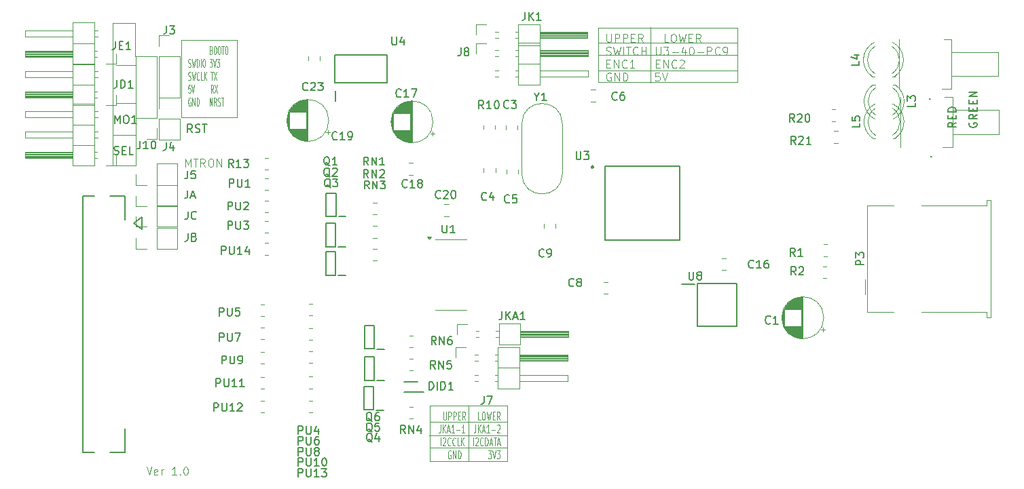
<source format=gbr>
%TF.GenerationSoftware,KiCad,Pcbnew,8.0.9*%
%TF.CreationDate,2025-04-11T10:46:46+01:00*%
%TF.ProjectId,Gotek,476f7465-6b2e-46b6-9963-61645f706362,rev?*%
%TF.SameCoordinates,Original*%
%TF.FileFunction,Legend,Top*%
%TF.FilePolarity,Positive*%
%FSLAX46Y46*%
G04 Gerber Fmt 4.6, Leading zero omitted, Abs format (unit mm)*
G04 Created by KiCad (PCBNEW 8.0.9) date 2025-04-11 10:46:46*
%MOMM*%
%LPD*%
G01*
G04 APERTURE LIST*
%ADD10C,0.100000*%
%ADD11C,0.150000*%
%ADD12C,0.200000*%
%ADD13C,0.120000*%
%ADD14C,0.152400*%
%ADD15C,0.250000*%
G04 APERTURE END LIST*
D10*
X100330000Y-69469000D02*
X103200200Y-69469000D01*
X103200200Y-65481200D02*
X100720000Y-65481200D01*
X103149400Y-60756800D02*
X100720000Y-60756800D01*
X103098600Y-55524400D02*
X103098600Y-59683500D01*
X100330000Y-55524400D02*
X103098600Y-55524400D01*
X100330000Y-73304400D02*
X100330000Y-55524400D01*
X103172000Y-73279000D02*
X100330000Y-73279000D01*
X103172000Y-67363500D02*
X103172000Y-73279000D01*
D11*
X100482543Y-71882800D02*
X100625400Y-71930419D01*
X100625400Y-71930419D02*
X100863495Y-71930419D01*
X100863495Y-71930419D02*
X100958733Y-71882800D01*
X100958733Y-71882800D02*
X101006352Y-71835180D01*
X101006352Y-71835180D02*
X101053971Y-71739942D01*
X101053971Y-71739942D02*
X101053971Y-71644704D01*
X101053971Y-71644704D02*
X101006352Y-71549466D01*
X101006352Y-71549466D02*
X100958733Y-71501847D01*
X100958733Y-71501847D02*
X100863495Y-71454228D01*
X100863495Y-71454228D02*
X100673019Y-71406609D01*
X100673019Y-71406609D02*
X100577781Y-71358990D01*
X100577781Y-71358990D02*
X100530162Y-71311371D01*
X100530162Y-71311371D02*
X100482543Y-71216133D01*
X100482543Y-71216133D02*
X100482543Y-71120895D01*
X100482543Y-71120895D02*
X100530162Y-71025657D01*
X100530162Y-71025657D02*
X100577781Y-70978038D01*
X100577781Y-70978038D02*
X100673019Y-70930419D01*
X100673019Y-70930419D02*
X100911114Y-70930419D01*
X100911114Y-70930419D02*
X101053971Y-70978038D01*
X101482543Y-71406609D02*
X101815876Y-71406609D01*
X101958733Y-71930419D02*
X101482543Y-71930419D01*
X101482543Y-71930419D02*
X101482543Y-70930419D01*
X101482543Y-70930419D02*
X101958733Y-70930419D01*
X102863495Y-71930419D02*
X102387305Y-71930419D01*
X102387305Y-71930419D02*
X102387305Y-70930419D01*
D10*
X160858200Y-61417200D02*
X178206400Y-61417200D01*
X160832800Y-59499500D02*
X178206400Y-59499500D01*
X178231800Y-58013600D02*
X160832800Y-58013600D01*
X160832800Y-58013600D02*
X178231800Y-58013600D01*
X167335200Y-56057800D02*
X167335200Y-62941200D01*
X149529800Y-108508800D02*
X139877800Y-108508800D01*
X149479000Y-107010200D02*
X139776200Y-107010200D01*
X149529800Y-105308400D02*
X139852400Y-105308400D01*
X139801600Y-105308400D02*
X149529800Y-105308400D01*
X144663940Y-103276400D02*
X144663940Y-110261400D01*
D11*
X207127588Y-67982936D02*
X207079969Y-68078174D01*
X207079969Y-68078174D02*
X207079969Y-68221031D01*
X207079969Y-68221031D02*
X207127588Y-68363888D01*
X207127588Y-68363888D02*
X207222826Y-68459126D01*
X207222826Y-68459126D02*
X207318064Y-68506745D01*
X207318064Y-68506745D02*
X207508540Y-68554364D01*
X207508540Y-68554364D02*
X207651397Y-68554364D01*
X207651397Y-68554364D02*
X207841873Y-68506745D01*
X207841873Y-68506745D02*
X207937111Y-68459126D01*
X207937111Y-68459126D02*
X208032350Y-68363888D01*
X208032350Y-68363888D02*
X208079969Y-68221031D01*
X208079969Y-68221031D02*
X208079969Y-68125793D01*
X208079969Y-68125793D02*
X208032350Y-67982936D01*
X208032350Y-67982936D02*
X207984730Y-67935317D01*
X207984730Y-67935317D02*
X207651397Y-67935317D01*
X207651397Y-67935317D02*
X207651397Y-68125793D01*
X208079969Y-66935317D02*
X207603778Y-67268650D01*
X208079969Y-67506745D02*
X207079969Y-67506745D01*
X207079969Y-67506745D02*
X207079969Y-67125793D01*
X207079969Y-67125793D02*
X207127588Y-67030555D01*
X207127588Y-67030555D02*
X207175207Y-66982936D01*
X207175207Y-66982936D02*
X207270445Y-66935317D01*
X207270445Y-66935317D02*
X207413302Y-66935317D01*
X207413302Y-66935317D02*
X207508540Y-66982936D01*
X207508540Y-66982936D02*
X207556159Y-67030555D01*
X207556159Y-67030555D02*
X207603778Y-67125793D01*
X207603778Y-67125793D02*
X207603778Y-67506745D01*
X207556159Y-66506745D02*
X207556159Y-66173412D01*
X208079969Y-66030555D02*
X208079969Y-66506745D01*
X208079969Y-66506745D02*
X207079969Y-66506745D01*
X207079969Y-66506745D02*
X207079969Y-66030555D01*
X207556159Y-65601983D02*
X207556159Y-65268650D01*
X208079969Y-65125793D02*
X208079969Y-65601983D01*
X208079969Y-65601983D02*
X207079969Y-65601983D01*
X207079969Y-65601983D02*
X207079969Y-65125793D01*
X208079969Y-64697221D02*
X207079969Y-64697221D01*
X207079969Y-64697221D02*
X208079969Y-64125793D01*
X208079969Y-64125793D02*
X207079969Y-64125793D01*
D10*
X104504227Y-110937219D02*
X104837560Y-111937219D01*
X104837560Y-111937219D02*
X105170893Y-110937219D01*
X105885179Y-111889600D02*
X105789941Y-111937219D01*
X105789941Y-111937219D02*
X105599465Y-111937219D01*
X105599465Y-111937219D02*
X105504227Y-111889600D01*
X105504227Y-111889600D02*
X105456608Y-111794361D01*
X105456608Y-111794361D02*
X105456608Y-111413409D01*
X105456608Y-111413409D02*
X105504227Y-111318171D01*
X105504227Y-111318171D02*
X105599465Y-111270552D01*
X105599465Y-111270552D02*
X105789941Y-111270552D01*
X105789941Y-111270552D02*
X105885179Y-111318171D01*
X105885179Y-111318171D02*
X105932798Y-111413409D01*
X105932798Y-111413409D02*
X105932798Y-111508647D01*
X105932798Y-111508647D02*
X105456608Y-111603885D01*
X106361370Y-111937219D02*
X106361370Y-111270552D01*
X106361370Y-111461028D02*
X106408989Y-111365790D01*
X106408989Y-111365790D02*
X106456608Y-111318171D01*
X106456608Y-111318171D02*
X106551846Y-111270552D01*
X106551846Y-111270552D02*
X106647084Y-111270552D01*
X108266132Y-111937219D02*
X107694704Y-111937219D01*
X107980418Y-111937219D02*
X107980418Y-110937219D01*
X107980418Y-110937219D02*
X107885180Y-111080076D01*
X107885180Y-111080076D02*
X107789942Y-111175314D01*
X107789942Y-111175314D02*
X107694704Y-111222933D01*
X108694704Y-111841980D02*
X108742323Y-111889600D01*
X108742323Y-111889600D02*
X108694704Y-111937219D01*
X108694704Y-111937219D02*
X108647085Y-111889600D01*
X108647085Y-111889600D02*
X108694704Y-111841980D01*
X108694704Y-111841980D02*
X108694704Y-111937219D01*
X109361370Y-110937219D02*
X109456608Y-110937219D01*
X109456608Y-110937219D02*
X109551846Y-110984838D01*
X109551846Y-110984838D02*
X109599465Y-111032457D01*
X109599465Y-111032457D02*
X109647084Y-111127695D01*
X109647084Y-111127695D02*
X109694703Y-111318171D01*
X109694703Y-111318171D02*
X109694703Y-111556266D01*
X109694703Y-111556266D02*
X109647084Y-111746742D01*
X109647084Y-111746742D02*
X109599465Y-111841980D01*
X109599465Y-111841980D02*
X109551846Y-111889600D01*
X109551846Y-111889600D02*
X109456608Y-111937219D01*
X109456608Y-111937219D02*
X109361370Y-111937219D01*
X109361370Y-111937219D02*
X109266132Y-111889600D01*
X109266132Y-111889600D02*
X109218513Y-111841980D01*
X109218513Y-111841980D02*
X109170894Y-111746742D01*
X109170894Y-111746742D02*
X109123275Y-111556266D01*
X109123275Y-111556266D02*
X109123275Y-111318171D01*
X109123275Y-111318171D02*
X109170894Y-111127695D01*
X109170894Y-111127695D02*
X109218513Y-111032457D01*
X109218513Y-111032457D02*
X109266132Y-110984838D01*
X109266132Y-110984838D02*
X109361370Y-110937219D01*
D11*
X109632943Y-76412844D02*
X109632943Y-77127129D01*
X109632943Y-77127129D02*
X109585324Y-77269986D01*
X109585324Y-77269986D02*
X109490086Y-77365225D01*
X109490086Y-77365225D02*
X109347229Y-77412844D01*
X109347229Y-77412844D02*
X109251991Y-77412844D01*
X110061515Y-77127129D02*
X110537705Y-77127129D01*
X109966277Y-77412844D02*
X110299610Y-76412844D01*
X110299610Y-76412844D02*
X110632943Y-77412844D01*
X110226632Y-69170544D02*
X109893299Y-68694353D01*
X109655204Y-69170544D02*
X109655204Y-68170544D01*
X109655204Y-68170544D02*
X110036156Y-68170544D01*
X110036156Y-68170544D02*
X110131394Y-68218163D01*
X110131394Y-68218163D02*
X110179013Y-68265782D01*
X110179013Y-68265782D02*
X110226632Y-68361020D01*
X110226632Y-68361020D02*
X110226632Y-68503877D01*
X110226632Y-68503877D02*
X110179013Y-68599115D01*
X110179013Y-68599115D02*
X110131394Y-68646734D01*
X110131394Y-68646734D02*
X110036156Y-68694353D01*
X110036156Y-68694353D02*
X109655204Y-68694353D01*
X110607585Y-69122925D02*
X110750442Y-69170544D01*
X110750442Y-69170544D02*
X110988537Y-69170544D01*
X110988537Y-69170544D02*
X111083775Y-69122925D01*
X111083775Y-69122925D02*
X111131394Y-69075305D01*
X111131394Y-69075305D02*
X111179013Y-68980067D01*
X111179013Y-68980067D02*
X111179013Y-68884829D01*
X111179013Y-68884829D02*
X111131394Y-68789591D01*
X111131394Y-68789591D02*
X111083775Y-68741972D01*
X111083775Y-68741972D02*
X110988537Y-68694353D01*
X110988537Y-68694353D02*
X110798061Y-68646734D01*
X110798061Y-68646734D02*
X110702823Y-68599115D01*
X110702823Y-68599115D02*
X110655204Y-68551496D01*
X110655204Y-68551496D02*
X110607585Y-68456258D01*
X110607585Y-68456258D02*
X110607585Y-68361020D01*
X110607585Y-68361020D02*
X110655204Y-68265782D01*
X110655204Y-68265782D02*
X110702823Y-68218163D01*
X110702823Y-68218163D02*
X110798061Y-68170544D01*
X110798061Y-68170544D02*
X111036156Y-68170544D01*
X111036156Y-68170544D02*
X111179013Y-68218163D01*
X111464728Y-68170544D02*
X112036156Y-68170544D01*
X111750442Y-69170544D02*
X111750442Y-68170544D01*
D10*
X109346084Y-73481619D02*
X109346084Y-72481619D01*
X109346084Y-72481619D02*
X109679417Y-73195904D01*
X109679417Y-73195904D02*
X110012750Y-72481619D01*
X110012750Y-72481619D02*
X110012750Y-73481619D01*
X110346084Y-72481619D02*
X110917512Y-72481619D01*
X110631798Y-73481619D02*
X110631798Y-72481619D01*
X111822274Y-73481619D02*
X111488941Y-73005428D01*
X111250846Y-73481619D02*
X111250846Y-72481619D01*
X111250846Y-72481619D02*
X111631798Y-72481619D01*
X111631798Y-72481619D02*
X111727036Y-72529238D01*
X111727036Y-72529238D02*
X111774655Y-72576857D01*
X111774655Y-72576857D02*
X111822274Y-72672095D01*
X111822274Y-72672095D02*
X111822274Y-72814952D01*
X111822274Y-72814952D02*
X111774655Y-72910190D01*
X111774655Y-72910190D02*
X111727036Y-72957809D01*
X111727036Y-72957809D02*
X111631798Y-73005428D01*
X111631798Y-73005428D02*
X111250846Y-73005428D01*
X112441322Y-72481619D02*
X112631798Y-72481619D01*
X112631798Y-72481619D02*
X112727036Y-72529238D01*
X112727036Y-72529238D02*
X112822274Y-72624476D01*
X112822274Y-72624476D02*
X112869893Y-72814952D01*
X112869893Y-72814952D02*
X112869893Y-73148285D01*
X112869893Y-73148285D02*
X112822274Y-73338761D01*
X112822274Y-73338761D02*
X112727036Y-73434000D01*
X112727036Y-73434000D02*
X112631798Y-73481619D01*
X112631798Y-73481619D02*
X112441322Y-73481619D01*
X112441322Y-73481619D02*
X112346084Y-73434000D01*
X112346084Y-73434000D02*
X112250846Y-73338761D01*
X112250846Y-73338761D02*
X112203227Y-73148285D01*
X112203227Y-73148285D02*
X112203227Y-72814952D01*
X112203227Y-72814952D02*
X112250846Y-72624476D01*
X112250846Y-72624476D02*
X112346084Y-72529238D01*
X112346084Y-72529238D02*
X112441322Y-72481619D01*
X113298465Y-73481619D02*
X113298465Y-72481619D01*
X113298465Y-72481619D02*
X113869893Y-73481619D01*
X113869893Y-73481619D02*
X113869893Y-72481619D01*
D11*
X205463769Y-67935317D02*
X204987578Y-68268650D01*
X205463769Y-68506745D02*
X204463769Y-68506745D01*
X204463769Y-68506745D02*
X204463769Y-68125793D01*
X204463769Y-68125793D02*
X204511388Y-68030555D01*
X204511388Y-68030555D02*
X204559007Y-67982936D01*
X204559007Y-67982936D02*
X204654245Y-67935317D01*
X204654245Y-67935317D02*
X204797102Y-67935317D01*
X204797102Y-67935317D02*
X204892340Y-67982936D01*
X204892340Y-67982936D02*
X204939959Y-68030555D01*
X204939959Y-68030555D02*
X204987578Y-68125793D01*
X204987578Y-68125793D02*
X204987578Y-68506745D01*
X204939959Y-67506745D02*
X204939959Y-67173412D01*
X205463769Y-67030555D02*
X205463769Y-67506745D01*
X205463769Y-67506745D02*
X204463769Y-67506745D01*
X204463769Y-67506745D02*
X204463769Y-67030555D01*
X205463769Y-66601983D02*
X204463769Y-66601983D01*
X204463769Y-66601983D02*
X204463769Y-66363888D01*
X204463769Y-66363888D02*
X204511388Y-66221031D01*
X204511388Y-66221031D02*
X204606626Y-66125793D01*
X204606626Y-66125793D02*
X204701864Y-66078174D01*
X204701864Y-66078174D02*
X204892340Y-66030555D01*
X204892340Y-66030555D02*
X205035197Y-66030555D01*
X205035197Y-66030555D02*
X205225673Y-66078174D01*
X205225673Y-66078174D02*
X205320911Y-66125793D01*
X205320911Y-66125793D02*
X205416150Y-66221031D01*
X205416150Y-66221031D02*
X205463769Y-66363888D01*
X205463769Y-66363888D02*
X205463769Y-66601983D01*
X109667868Y-81750019D02*
X109667868Y-82464304D01*
X109667868Y-82464304D02*
X109620249Y-82607161D01*
X109620249Y-82607161D02*
X109525011Y-82702400D01*
X109525011Y-82702400D02*
X109382154Y-82750019D01*
X109382154Y-82750019D02*
X109286916Y-82750019D01*
X110477392Y-82226209D02*
X110620249Y-82273828D01*
X110620249Y-82273828D02*
X110667868Y-82321447D01*
X110667868Y-82321447D02*
X110715487Y-82416685D01*
X110715487Y-82416685D02*
X110715487Y-82559542D01*
X110715487Y-82559542D02*
X110667868Y-82654780D01*
X110667868Y-82654780D02*
X110620249Y-82702400D01*
X110620249Y-82702400D02*
X110525011Y-82750019D01*
X110525011Y-82750019D02*
X110144059Y-82750019D01*
X110144059Y-82750019D02*
X110144059Y-81750019D01*
X110144059Y-81750019D02*
X110477392Y-81750019D01*
X110477392Y-81750019D02*
X110572630Y-81797638D01*
X110572630Y-81797638D02*
X110620249Y-81845257D01*
X110620249Y-81845257D02*
X110667868Y-81940495D01*
X110667868Y-81940495D02*
X110667868Y-82035733D01*
X110667868Y-82035733D02*
X110620249Y-82130971D01*
X110620249Y-82130971D02*
X110572630Y-82178590D01*
X110572630Y-82178590D02*
X110477392Y-82226209D01*
X110477392Y-82226209D02*
X110144059Y-82226209D01*
X109667868Y-79029044D02*
X109667868Y-79743329D01*
X109667868Y-79743329D02*
X109620249Y-79886186D01*
X109620249Y-79886186D02*
X109525011Y-79981425D01*
X109525011Y-79981425D02*
X109382154Y-80029044D01*
X109382154Y-80029044D02*
X109286916Y-80029044D01*
X110715487Y-79933805D02*
X110667868Y-79981425D01*
X110667868Y-79981425D02*
X110525011Y-80029044D01*
X110525011Y-80029044D02*
X110429773Y-80029044D01*
X110429773Y-80029044D02*
X110286916Y-79981425D01*
X110286916Y-79981425D02*
X110191678Y-79886186D01*
X110191678Y-79886186D02*
X110144059Y-79790948D01*
X110144059Y-79790948D02*
X110096440Y-79600472D01*
X110096440Y-79600472D02*
X110096440Y-79457615D01*
X110096440Y-79457615D02*
X110144059Y-79267139D01*
X110144059Y-79267139D02*
X110191678Y-79171901D01*
X110191678Y-79171901D02*
X110286916Y-79076663D01*
X110286916Y-79076663D02*
X110429773Y-79029044D01*
X110429773Y-79029044D02*
X110525011Y-79029044D01*
X110525011Y-79029044D02*
X110667868Y-79076663D01*
X110667868Y-79076663D02*
X110715487Y-79124282D01*
D10*
X141541503Y-104068819D02*
X141541503Y-104878342D01*
X141541503Y-104878342D02*
X141570074Y-104973580D01*
X141570074Y-104973580D02*
X141598646Y-105021200D01*
X141598646Y-105021200D02*
X141655788Y-105068819D01*
X141655788Y-105068819D02*
X141770074Y-105068819D01*
X141770074Y-105068819D02*
X141827217Y-105021200D01*
X141827217Y-105021200D02*
X141855788Y-104973580D01*
X141855788Y-104973580D02*
X141884360Y-104878342D01*
X141884360Y-104878342D02*
X141884360Y-104068819D01*
X142170074Y-105068819D02*
X142170074Y-104068819D01*
X142170074Y-104068819D02*
X142398645Y-104068819D01*
X142398645Y-104068819D02*
X142455788Y-104116438D01*
X142455788Y-104116438D02*
X142484359Y-104164057D01*
X142484359Y-104164057D02*
X142512931Y-104259295D01*
X142512931Y-104259295D02*
X142512931Y-104402152D01*
X142512931Y-104402152D02*
X142484359Y-104497390D01*
X142484359Y-104497390D02*
X142455788Y-104545009D01*
X142455788Y-104545009D02*
X142398645Y-104592628D01*
X142398645Y-104592628D02*
X142170074Y-104592628D01*
X142770074Y-105068819D02*
X142770074Y-104068819D01*
X142770074Y-104068819D02*
X142998645Y-104068819D01*
X142998645Y-104068819D02*
X143055788Y-104116438D01*
X143055788Y-104116438D02*
X143084359Y-104164057D01*
X143084359Y-104164057D02*
X143112931Y-104259295D01*
X143112931Y-104259295D02*
X143112931Y-104402152D01*
X143112931Y-104402152D02*
X143084359Y-104497390D01*
X143084359Y-104497390D02*
X143055788Y-104545009D01*
X143055788Y-104545009D02*
X142998645Y-104592628D01*
X142998645Y-104592628D02*
X142770074Y-104592628D01*
X143370074Y-104545009D02*
X143570074Y-104545009D01*
X143655788Y-105068819D02*
X143370074Y-105068819D01*
X143370074Y-105068819D02*
X143370074Y-104068819D01*
X143370074Y-104068819D02*
X143655788Y-104068819D01*
X144255788Y-105068819D02*
X144055788Y-104592628D01*
X143912931Y-105068819D02*
X143912931Y-104068819D01*
X143912931Y-104068819D02*
X144141502Y-104068819D01*
X144141502Y-104068819D02*
X144198645Y-104116438D01*
X144198645Y-104116438D02*
X144227216Y-104164057D01*
X144227216Y-104164057D02*
X144255788Y-104259295D01*
X144255788Y-104259295D02*
X144255788Y-104402152D01*
X144255788Y-104402152D02*
X144227216Y-104497390D01*
X144227216Y-104497390D02*
X144198645Y-104545009D01*
X144198645Y-104545009D02*
X144141502Y-104592628D01*
X144141502Y-104592628D02*
X143912931Y-104592628D01*
X146170074Y-105068819D02*
X145884360Y-105068819D01*
X145884360Y-105068819D02*
X145884360Y-104068819D01*
X146484359Y-104068819D02*
X146598645Y-104068819D01*
X146598645Y-104068819D02*
X146655788Y-104116438D01*
X146655788Y-104116438D02*
X146712931Y-104211676D01*
X146712931Y-104211676D02*
X146741502Y-104402152D01*
X146741502Y-104402152D02*
X146741502Y-104735485D01*
X146741502Y-104735485D02*
X146712931Y-104925961D01*
X146712931Y-104925961D02*
X146655788Y-105021200D01*
X146655788Y-105021200D02*
X146598645Y-105068819D01*
X146598645Y-105068819D02*
X146484359Y-105068819D01*
X146484359Y-105068819D02*
X146427217Y-105021200D01*
X146427217Y-105021200D02*
X146370074Y-104925961D01*
X146370074Y-104925961D02*
X146341502Y-104735485D01*
X146341502Y-104735485D02*
X146341502Y-104402152D01*
X146341502Y-104402152D02*
X146370074Y-104211676D01*
X146370074Y-104211676D02*
X146427217Y-104116438D01*
X146427217Y-104116438D02*
X146484359Y-104068819D01*
X146941502Y-104068819D02*
X147084359Y-105068819D01*
X147084359Y-105068819D02*
X147198645Y-104354533D01*
X147198645Y-104354533D02*
X147312930Y-105068819D01*
X147312930Y-105068819D02*
X147455788Y-104068819D01*
X147684359Y-104545009D02*
X147884359Y-104545009D01*
X147970073Y-105068819D02*
X147684359Y-105068819D01*
X147684359Y-105068819D02*
X147684359Y-104068819D01*
X147684359Y-104068819D02*
X147970073Y-104068819D01*
X148570073Y-105068819D02*
X148370073Y-104592628D01*
X148227216Y-105068819D02*
X148227216Y-104068819D01*
X148227216Y-104068819D02*
X148455787Y-104068819D01*
X148455787Y-104068819D02*
X148512930Y-104116438D01*
X148512930Y-104116438D02*
X148541501Y-104164057D01*
X148541501Y-104164057D02*
X148570073Y-104259295D01*
X148570073Y-104259295D02*
X148570073Y-104402152D01*
X148570073Y-104402152D02*
X148541501Y-104497390D01*
X148541501Y-104497390D02*
X148512930Y-104545009D01*
X148512930Y-104545009D02*
X148455787Y-104592628D01*
X148455787Y-104592628D02*
X148227216Y-104592628D01*
X141170070Y-105678763D02*
X141170070Y-106393048D01*
X141170070Y-106393048D02*
X141141499Y-106535905D01*
X141141499Y-106535905D02*
X141084356Y-106631144D01*
X141084356Y-106631144D02*
X140998642Y-106678763D01*
X140998642Y-106678763D02*
X140941499Y-106678763D01*
X141455785Y-106678763D02*
X141455785Y-105678763D01*
X141798642Y-106678763D02*
X141541499Y-106107334D01*
X141798642Y-105678763D02*
X141455785Y-106250191D01*
X142027213Y-106393048D02*
X142312928Y-106393048D01*
X141970070Y-106678763D02*
X142170070Y-105678763D01*
X142170070Y-105678763D02*
X142370070Y-106678763D01*
X142884356Y-106678763D02*
X142541499Y-106678763D01*
X142712928Y-106678763D02*
X142712928Y-105678763D01*
X142712928Y-105678763D02*
X142655785Y-105821620D01*
X142655785Y-105821620D02*
X142598642Y-105916858D01*
X142598642Y-105916858D02*
X142541499Y-105964477D01*
X143141500Y-106297810D02*
X143598643Y-106297810D01*
X144198642Y-106678763D02*
X143855785Y-106678763D01*
X144027214Y-106678763D02*
X144027214Y-105678763D01*
X144027214Y-105678763D02*
X143970071Y-105821620D01*
X143970071Y-105821620D02*
X143912928Y-105916858D01*
X143912928Y-105916858D02*
X143855785Y-105964477D01*
X145541500Y-105678763D02*
X145541500Y-106393048D01*
X145541500Y-106393048D02*
X145512929Y-106535905D01*
X145512929Y-106535905D02*
X145455786Y-106631144D01*
X145455786Y-106631144D02*
X145370072Y-106678763D01*
X145370072Y-106678763D02*
X145312929Y-106678763D01*
X145827215Y-106678763D02*
X145827215Y-105678763D01*
X146170072Y-106678763D02*
X145912929Y-106107334D01*
X146170072Y-105678763D02*
X145827215Y-106250191D01*
X146398643Y-106393048D02*
X146684358Y-106393048D01*
X146341500Y-106678763D02*
X146541500Y-105678763D01*
X146541500Y-105678763D02*
X146741500Y-106678763D01*
X147255786Y-106678763D02*
X146912929Y-106678763D01*
X147084358Y-106678763D02*
X147084358Y-105678763D01*
X147084358Y-105678763D02*
X147027215Y-105821620D01*
X147027215Y-105821620D02*
X146970072Y-105916858D01*
X146970072Y-105916858D02*
X146912929Y-105964477D01*
X147512930Y-106297810D02*
X147970073Y-106297810D01*
X148227215Y-105774001D02*
X148255787Y-105726382D01*
X148255787Y-105726382D02*
X148312930Y-105678763D01*
X148312930Y-105678763D02*
X148455787Y-105678763D01*
X148455787Y-105678763D02*
X148512930Y-105726382D01*
X148512930Y-105726382D02*
X148541501Y-105774001D01*
X148541501Y-105774001D02*
X148570072Y-105869239D01*
X148570072Y-105869239D02*
X148570072Y-105964477D01*
X148570072Y-105964477D02*
X148541501Y-106107334D01*
X148541501Y-106107334D02*
X148198644Y-106678763D01*
X148198644Y-106678763D02*
X148570072Y-106678763D01*
X141227215Y-108288707D02*
X141227215Y-107288707D01*
X141484357Y-107383945D02*
X141512929Y-107336326D01*
X141512929Y-107336326D02*
X141570072Y-107288707D01*
X141570072Y-107288707D02*
X141712929Y-107288707D01*
X141712929Y-107288707D02*
X141770072Y-107336326D01*
X141770072Y-107336326D02*
X141798643Y-107383945D01*
X141798643Y-107383945D02*
X141827214Y-107479183D01*
X141827214Y-107479183D02*
X141827214Y-107574421D01*
X141827214Y-107574421D02*
X141798643Y-107717278D01*
X141798643Y-107717278D02*
X141455786Y-108288707D01*
X141455786Y-108288707D02*
X141827214Y-108288707D01*
X142427215Y-108193468D02*
X142398643Y-108241088D01*
X142398643Y-108241088D02*
X142312929Y-108288707D01*
X142312929Y-108288707D02*
X142255786Y-108288707D01*
X142255786Y-108288707D02*
X142170072Y-108241088D01*
X142170072Y-108241088D02*
X142112929Y-108145849D01*
X142112929Y-108145849D02*
X142084358Y-108050611D01*
X142084358Y-108050611D02*
X142055786Y-107860135D01*
X142055786Y-107860135D02*
X142055786Y-107717278D01*
X142055786Y-107717278D02*
X142084358Y-107526802D01*
X142084358Y-107526802D02*
X142112929Y-107431564D01*
X142112929Y-107431564D02*
X142170072Y-107336326D01*
X142170072Y-107336326D02*
X142255786Y-107288707D01*
X142255786Y-107288707D02*
X142312929Y-107288707D01*
X142312929Y-107288707D02*
X142398643Y-107336326D01*
X142398643Y-107336326D02*
X142427215Y-107383945D01*
X143027215Y-108193468D02*
X142998643Y-108241088D01*
X142998643Y-108241088D02*
X142912929Y-108288707D01*
X142912929Y-108288707D02*
X142855786Y-108288707D01*
X142855786Y-108288707D02*
X142770072Y-108241088D01*
X142770072Y-108241088D02*
X142712929Y-108145849D01*
X142712929Y-108145849D02*
X142684358Y-108050611D01*
X142684358Y-108050611D02*
X142655786Y-107860135D01*
X142655786Y-107860135D02*
X142655786Y-107717278D01*
X142655786Y-107717278D02*
X142684358Y-107526802D01*
X142684358Y-107526802D02*
X142712929Y-107431564D01*
X142712929Y-107431564D02*
X142770072Y-107336326D01*
X142770072Y-107336326D02*
X142855786Y-107288707D01*
X142855786Y-107288707D02*
X142912929Y-107288707D01*
X142912929Y-107288707D02*
X142998643Y-107336326D01*
X142998643Y-107336326D02*
X143027215Y-107383945D01*
X143570072Y-108288707D02*
X143284358Y-108288707D01*
X143284358Y-108288707D02*
X143284358Y-107288707D01*
X143770072Y-108288707D02*
X143770072Y-107288707D01*
X144112929Y-108288707D02*
X143855786Y-107717278D01*
X144112929Y-107288707D02*
X143770072Y-107860135D01*
X145284358Y-108288707D02*
X145284358Y-107288707D01*
X145541500Y-107383945D02*
X145570072Y-107336326D01*
X145570072Y-107336326D02*
X145627215Y-107288707D01*
X145627215Y-107288707D02*
X145770072Y-107288707D01*
X145770072Y-107288707D02*
X145827215Y-107336326D01*
X145827215Y-107336326D02*
X145855786Y-107383945D01*
X145855786Y-107383945D02*
X145884357Y-107479183D01*
X145884357Y-107479183D02*
X145884357Y-107574421D01*
X145884357Y-107574421D02*
X145855786Y-107717278D01*
X145855786Y-107717278D02*
X145512929Y-108288707D01*
X145512929Y-108288707D02*
X145884357Y-108288707D01*
X146484358Y-108193468D02*
X146455786Y-108241088D01*
X146455786Y-108241088D02*
X146370072Y-108288707D01*
X146370072Y-108288707D02*
X146312929Y-108288707D01*
X146312929Y-108288707D02*
X146227215Y-108241088D01*
X146227215Y-108241088D02*
X146170072Y-108145849D01*
X146170072Y-108145849D02*
X146141501Y-108050611D01*
X146141501Y-108050611D02*
X146112929Y-107860135D01*
X146112929Y-107860135D02*
X146112929Y-107717278D01*
X146112929Y-107717278D02*
X146141501Y-107526802D01*
X146141501Y-107526802D02*
X146170072Y-107431564D01*
X146170072Y-107431564D02*
X146227215Y-107336326D01*
X146227215Y-107336326D02*
X146312929Y-107288707D01*
X146312929Y-107288707D02*
X146370072Y-107288707D01*
X146370072Y-107288707D02*
X146455786Y-107336326D01*
X146455786Y-107336326D02*
X146484358Y-107383945D01*
X146741501Y-108288707D02*
X146741501Y-107288707D01*
X146741501Y-107288707D02*
X146884358Y-107288707D01*
X146884358Y-107288707D02*
X146970072Y-107336326D01*
X146970072Y-107336326D02*
X147027215Y-107431564D01*
X147027215Y-107431564D02*
X147055786Y-107526802D01*
X147055786Y-107526802D02*
X147084358Y-107717278D01*
X147084358Y-107717278D02*
X147084358Y-107860135D01*
X147084358Y-107860135D02*
X147055786Y-108050611D01*
X147055786Y-108050611D02*
X147027215Y-108145849D01*
X147027215Y-108145849D02*
X146970072Y-108241088D01*
X146970072Y-108241088D02*
X146884358Y-108288707D01*
X146884358Y-108288707D02*
X146741501Y-108288707D01*
X147312929Y-108002992D02*
X147598644Y-108002992D01*
X147255786Y-108288707D02*
X147455786Y-107288707D01*
X147455786Y-107288707D02*
X147655786Y-108288707D01*
X147770072Y-107288707D02*
X148112930Y-107288707D01*
X147941501Y-108288707D02*
X147941501Y-107288707D01*
X148284358Y-108002992D02*
X148570073Y-108002992D01*
X148227215Y-108288707D02*
X148427215Y-107288707D01*
X148427215Y-107288707D02*
X148627215Y-108288707D01*
X142455785Y-108946270D02*
X142398643Y-108898651D01*
X142398643Y-108898651D02*
X142312928Y-108898651D01*
X142312928Y-108898651D02*
X142227214Y-108946270D01*
X142227214Y-108946270D02*
X142170071Y-109041508D01*
X142170071Y-109041508D02*
X142141500Y-109136746D01*
X142141500Y-109136746D02*
X142112928Y-109327222D01*
X142112928Y-109327222D02*
X142112928Y-109470079D01*
X142112928Y-109470079D02*
X142141500Y-109660555D01*
X142141500Y-109660555D02*
X142170071Y-109755793D01*
X142170071Y-109755793D02*
X142227214Y-109851032D01*
X142227214Y-109851032D02*
X142312928Y-109898651D01*
X142312928Y-109898651D02*
X142370071Y-109898651D01*
X142370071Y-109898651D02*
X142455785Y-109851032D01*
X142455785Y-109851032D02*
X142484357Y-109803412D01*
X142484357Y-109803412D02*
X142484357Y-109470079D01*
X142484357Y-109470079D02*
X142370071Y-109470079D01*
X142741500Y-109898651D02*
X142741500Y-108898651D01*
X142741500Y-108898651D02*
X143084357Y-109898651D01*
X143084357Y-109898651D02*
X143084357Y-108898651D01*
X143370071Y-109898651D02*
X143370071Y-108898651D01*
X143370071Y-108898651D02*
X143512928Y-108898651D01*
X143512928Y-108898651D02*
X143598642Y-108946270D01*
X143598642Y-108946270D02*
X143655785Y-109041508D01*
X143655785Y-109041508D02*
X143684356Y-109136746D01*
X143684356Y-109136746D02*
X143712928Y-109327222D01*
X143712928Y-109327222D02*
X143712928Y-109470079D01*
X143712928Y-109470079D02*
X143684356Y-109660555D01*
X143684356Y-109660555D02*
X143655785Y-109755793D01*
X143655785Y-109755793D02*
X143598642Y-109851032D01*
X143598642Y-109851032D02*
X143512928Y-109898651D01*
X143512928Y-109898651D02*
X143370071Y-109898651D01*
X147112929Y-108898651D02*
X147484357Y-108898651D01*
X147484357Y-108898651D02*
X147284357Y-109279603D01*
X147284357Y-109279603D02*
X147370072Y-109279603D01*
X147370072Y-109279603D02*
X147427215Y-109327222D01*
X147427215Y-109327222D02*
X147455786Y-109374841D01*
X147455786Y-109374841D02*
X147484357Y-109470079D01*
X147484357Y-109470079D02*
X147484357Y-109708174D01*
X147484357Y-109708174D02*
X147455786Y-109803412D01*
X147455786Y-109803412D02*
X147427215Y-109851032D01*
X147427215Y-109851032D02*
X147370072Y-109898651D01*
X147370072Y-109898651D02*
X147198643Y-109898651D01*
X147198643Y-109898651D02*
X147141500Y-109851032D01*
X147141500Y-109851032D02*
X147112929Y-109803412D01*
X147655786Y-108898651D02*
X147855786Y-109898651D01*
X147855786Y-109898651D02*
X148055786Y-108898651D01*
X148198644Y-108898651D02*
X148570072Y-108898651D01*
X148570072Y-108898651D02*
X148370072Y-109279603D01*
X148370072Y-109279603D02*
X148455787Y-109279603D01*
X148455787Y-109279603D02*
X148512930Y-109327222D01*
X148512930Y-109327222D02*
X148541501Y-109374841D01*
X148541501Y-109374841D02*
X148570072Y-109470079D01*
X148570072Y-109470079D02*
X148570072Y-109708174D01*
X148570072Y-109708174D02*
X148541501Y-109803412D01*
X148541501Y-109803412D02*
X148512930Y-109851032D01*
X148512930Y-109851032D02*
X148455787Y-109898651D01*
X148455787Y-109898651D02*
X148284358Y-109898651D01*
X148284358Y-109898651D02*
X148227215Y-109851032D01*
X148227215Y-109851032D02*
X148198644Y-109803412D01*
X139827732Y-103276400D02*
X149500148Y-103276400D01*
X149500148Y-110261400D01*
X139827732Y-110261400D01*
X139827732Y-103276400D01*
X161886684Y-56901019D02*
X161886684Y-57710542D01*
X161886684Y-57710542D02*
X161934303Y-57805780D01*
X161934303Y-57805780D02*
X161981922Y-57853400D01*
X161981922Y-57853400D02*
X162077160Y-57901019D01*
X162077160Y-57901019D02*
X162267636Y-57901019D01*
X162267636Y-57901019D02*
X162362874Y-57853400D01*
X162362874Y-57853400D02*
X162410493Y-57805780D01*
X162410493Y-57805780D02*
X162458112Y-57710542D01*
X162458112Y-57710542D02*
X162458112Y-56901019D01*
X162934303Y-57901019D02*
X162934303Y-56901019D01*
X162934303Y-56901019D02*
X163315255Y-56901019D01*
X163315255Y-56901019D02*
X163410493Y-56948638D01*
X163410493Y-56948638D02*
X163458112Y-56996257D01*
X163458112Y-56996257D02*
X163505731Y-57091495D01*
X163505731Y-57091495D02*
X163505731Y-57234352D01*
X163505731Y-57234352D02*
X163458112Y-57329590D01*
X163458112Y-57329590D02*
X163410493Y-57377209D01*
X163410493Y-57377209D02*
X163315255Y-57424828D01*
X163315255Y-57424828D02*
X162934303Y-57424828D01*
X163934303Y-57901019D02*
X163934303Y-56901019D01*
X163934303Y-56901019D02*
X164315255Y-56901019D01*
X164315255Y-56901019D02*
X164410493Y-56948638D01*
X164410493Y-56948638D02*
X164458112Y-56996257D01*
X164458112Y-56996257D02*
X164505731Y-57091495D01*
X164505731Y-57091495D02*
X164505731Y-57234352D01*
X164505731Y-57234352D02*
X164458112Y-57329590D01*
X164458112Y-57329590D02*
X164410493Y-57377209D01*
X164410493Y-57377209D02*
X164315255Y-57424828D01*
X164315255Y-57424828D02*
X163934303Y-57424828D01*
X164934303Y-57377209D02*
X165267636Y-57377209D01*
X165410493Y-57901019D02*
X164934303Y-57901019D01*
X164934303Y-57901019D02*
X164934303Y-56901019D01*
X164934303Y-56901019D02*
X165410493Y-56901019D01*
X166410493Y-57901019D02*
X166077160Y-57424828D01*
X165839065Y-57901019D02*
X165839065Y-56901019D01*
X165839065Y-56901019D02*
X166220017Y-56901019D01*
X166220017Y-56901019D02*
X166315255Y-56948638D01*
X166315255Y-56948638D02*
X166362874Y-56996257D01*
X166362874Y-56996257D02*
X166410493Y-57091495D01*
X166410493Y-57091495D02*
X166410493Y-57234352D01*
X166410493Y-57234352D02*
X166362874Y-57329590D01*
X166362874Y-57329590D02*
X166315255Y-57377209D01*
X166315255Y-57377209D02*
X166220017Y-57424828D01*
X166220017Y-57424828D02*
X165839065Y-57424828D01*
X169600970Y-57901019D02*
X169124780Y-57901019D01*
X169124780Y-57901019D02*
X169124780Y-56901019D01*
X170124780Y-56901019D02*
X170315256Y-56901019D01*
X170315256Y-56901019D02*
X170410494Y-56948638D01*
X170410494Y-56948638D02*
X170505732Y-57043876D01*
X170505732Y-57043876D02*
X170553351Y-57234352D01*
X170553351Y-57234352D02*
X170553351Y-57567685D01*
X170553351Y-57567685D02*
X170505732Y-57758161D01*
X170505732Y-57758161D02*
X170410494Y-57853400D01*
X170410494Y-57853400D02*
X170315256Y-57901019D01*
X170315256Y-57901019D02*
X170124780Y-57901019D01*
X170124780Y-57901019D02*
X170029542Y-57853400D01*
X170029542Y-57853400D02*
X169934304Y-57758161D01*
X169934304Y-57758161D02*
X169886685Y-57567685D01*
X169886685Y-57567685D02*
X169886685Y-57234352D01*
X169886685Y-57234352D02*
X169934304Y-57043876D01*
X169934304Y-57043876D02*
X170029542Y-56948638D01*
X170029542Y-56948638D02*
X170124780Y-56901019D01*
X170886685Y-56901019D02*
X171124780Y-57901019D01*
X171124780Y-57901019D02*
X171315256Y-57186733D01*
X171315256Y-57186733D02*
X171505732Y-57901019D01*
X171505732Y-57901019D02*
X171743828Y-56901019D01*
X172124780Y-57377209D02*
X172458113Y-57377209D01*
X172600970Y-57901019D02*
X172124780Y-57901019D01*
X172124780Y-57901019D02*
X172124780Y-56901019D01*
X172124780Y-56901019D02*
X172600970Y-56901019D01*
X173600970Y-57901019D02*
X173267637Y-57424828D01*
X173029542Y-57901019D02*
X173029542Y-56901019D01*
X173029542Y-56901019D02*
X173410494Y-56901019D01*
X173410494Y-56901019D02*
X173505732Y-56948638D01*
X173505732Y-56948638D02*
X173553351Y-56996257D01*
X173553351Y-56996257D02*
X173600970Y-57091495D01*
X173600970Y-57091495D02*
X173600970Y-57234352D01*
X173600970Y-57234352D02*
X173553351Y-57329590D01*
X173553351Y-57329590D02*
X173505732Y-57377209D01*
X173505732Y-57377209D02*
X173410494Y-57424828D01*
X173410494Y-57424828D02*
X173029542Y-57424828D01*
X161839065Y-59463344D02*
X161981922Y-59510963D01*
X161981922Y-59510963D02*
X162220017Y-59510963D01*
X162220017Y-59510963D02*
X162315255Y-59463344D01*
X162315255Y-59463344D02*
X162362874Y-59415724D01*
X162362874Y-59415724D02*
X162410493Y-59320486D01*
X162410493Y-59320486D02*
X162410493Y-59225248D01*
X162410493Y-59225248D02*
X162362874Y-59130010D01*
X162362874Y-59130010D02*
X162315255Y-59082391D01*
X162315255Y-59082391D02*
X162220017Y-59034772D01*
X162220017Y-59034772D02*
X162029541Y-58987153D01*
X162029541Y-58987153D02*
X161934303Y-58939534D01*
X161934303Y-58939534D02*
X161886684Y-58891915D01*
X161886684Y-58891915D02*
X161839065Y-58796677D01*
X161839065Y-58796677D02*
X161839065Y-58701439D01*
X161839065Y-58701439D02*
X161886684Y-58606201D01*
X161886684Y-58606201D02*
X161934303Y-58558582D01*
X161934303Y-58558582D02*
X162029541Y-58510963D01*
X162029541Y-58510963D02*
X162267636Y-58510963D01*
X162267636Y-58510963D02*
X162410493Y-58558582D01*
X162743827Y-58510963D02*
X162981922Y-59510963D01*
X162981922Y-59510963D02*
X163172398Y-58796677D01*
X163172398Y-58796677D02*
X163362874Y-59510963D01*
X163362874Y-59510963D02*
X163600970Y-58510963D01*
X163981922Y-59510963D02*
X163981922Y-58510963D01*
X164315255Y-58510963D02*
X164886683Y-58510963D01*
X164600969Y-59510963D02*
X164600969Y-58510963D01*
X165791445Y-59415724D02*
X165743826Y-59463344D01*
X165743826Y-59463344D02*
X165600969Y-59510963D01*
X165600969Y-59510963D02*
X165505731Y-59510963D01*
X165505731Y-59510963D02*
X165362874Y-59463344D01*
X165362874Y-59463344D02*
X165267636Y-59368105D01*
X165267636Y-59368105D02*
X165220017Y-59272867D01*
X165220017Y-59272867D02*
X165172398Y-59082391D01*
X165172398Y-59082391D02*
X165172398Y-58939534D01*
X165172398Y-58939534D02*
X165220017Y-58749058D01*
X165220017Y-58749058D02*
X165267636Y-58653820D01*
X165267636Y-58653820D02*
X165362874Y-58558582D01*
X165362874Y-58558582D02*
X165505731Y-58510963D01*
X165505731Y-58510963D02*
X165600969Y-58510963D01*
X165600969Y-58510963D02*
X165743826Y-58558582D01*
X165743826Y-58558582D02*
X165791445Y-58606201D01*
X166220017Y-59510963D02*
X166220017Y-58510963D01*
X166220017Y-58987153D02*
X166791445Y-58987153D01*
X166791445Y-59510963D02*
X166791445Y-58510963D01*
X168029541Y-58510963D02*
X168029541Y-59320486D01*
X168029541Y-59320486D02*
X168077160Y-59415724D01*
X168077160Y-59415724D02*
X168124779Y-59463344D01*
X168124779Y-59463344D02*
X168220017Y-59510963D01*
X168220017Y-59510963D02*
X168410493Y-59510963D01*
X168410493Y-59510963D02*
X168505731Y-59463344D01*
X168505731Y-59463344D02*
X168553350Y-59415724D01*
X168553350Y-59415724D02*
X168600969Y-59320486D01*
X168600969Y-59320486D02*
X168600969Y-58510963D01*
X168981922Y-58510963D02*
X169600969Y-58510963D01*
X169600969Y-58510963D02*
X169267636Y-58891915D01*
X169267636Y-58891915D02*
X169410493Y-58891915D01*
X169410493Y-58891915D02*
X169505731Y-58939534D01*
X169505731Y-58939534D02*
X169553350Y-58987153D01*
X169553350Y-58987153D02*
X169600969Y-59082391D01*
X169600969Y-59082391D02*
X169600969Y-59320486D01*
X169600969Y-59320486D02*
X169553350Y-59415724D01*
X169553350Y-59415724D02*
X169505731Y-59463344D01*
X169505731Y-59463344D02*
X169410493Y-59510963D01*
X169410493Y-59510963D02*
X169124779Y-59510963D01*
X169124779Y-59510963D02*
X169029541Y-59463344D01*
X169029541Y-59463344D02*
X168981922Y-59415724D01*
X170029541Y-59130010D02*
X170791446Y-59130010D01*
X171696207Y-58844296D02*
X171696207Y-59510963D01*
X171458112Y-58463344D02*
X171220017Y-59177629D01*
X171220017Y-59177629D02*
X171839064Y-59177629D01*
X172410493Y-58510963D02*
X172505731Y-58510963D01*
X172505731Y-58510963D02*
X172600969Y-58558582D01*
X172600969Y-58558582D02*
X172648588Y-58606201D01*
X172648588Y-58606201D02*
X172696207Y-58701439D01*
X172696207Y-58701439D02*
X172743826Y-58891915D01*
X172743826Y-58891915D02*
X172743826Y-59130010D01*
X172743826Y-59130010D02*
X172696207Y-59320486D01*
X172696207Y-59320486D02*
X172648588Y-59415724D01*
X172648588Y-59415724D02*
X172600969Y-59463344D01*
X172600969Y-59463344D02*
X172505731Y-59510963D01*
X172505731Y-59510963D02*
X172410493Y-59510963D01*
X172410493Y-59510963D02*
X172315255Y-59463344D01*
X172315255Y-59463344D02*
X172267636Y-59415724D01*
X172267636Y-59415724D02*
X172220017Y-59320486D01*
X172220017Y-59320486D02*
X172172398Y-59130010D01*
X172172398Y-59130010D02*
X172172398Y-58891915D01*
X172172398Y-58891915D02*
X172220017Y-58701439D01*
X172220017Y-58701439D02*
X172267636Y-58606201D01*
X172267636Y-58606201D02*
X172315255Y-58558582D01*
X172315255Y-58558582D02*
X172410493Y-58510963D01*
X173172398Y-59130010D02*
X173934303Y-59130010D01*
X174410493Y-59510963D02*
X174410493Y-58510963D01*
X174410493Y-58510963D02*
X174791445Y-58510963D01*
X174791445Y-58510963D02*
X174886683Y-58558582D01*
X174886683Y-58558582D02*
X174934302Y-58606201D01*
X174934302Y-58606201D02*
X174981921Y-58701439D01*
X174981921Y-58701439D02*
X174981921Y-58844296D01*
X174981921Y-58844296D02*
X174934302Y-58939534D01*
X174934302Y-58939534D02*
X174886683Y-58987153D01*
X174886683Y-58987153D02*
X174791445Y-59034772D01*
X174791445Y-59034772D02*
X174410493Y-59034772D01*
X175981921Y-59415724D02*
X175934302Y-59463344D01*
X175934302Y-59463344D02*
X175791445Y-59510963D01*
X175791445Y-59510963D02*
X175696207Y-59510963D01*
X175696207Y-59510963D02*
X175553350Y-59463344D01*
X175553350Y-59463344D02*
X175458112Y-59368105D01*
X175458112Y-59368105D02*
X175410493Y-59272867D01*
X175410493Y-59272867D02*
X175362874Y-59082391D01*
X175362874Y-59082391D02*
X175362874Y-58939534D01*
X175362874Y-58939534D02*
X175410493Y-58749058D01*
X175410493Y-58749058D02*
X175458112Y-58653820D01*
X175458112Y-58653820D02*
X175553350Y-58558582D01*
X175553350Y-58558582D02*
X175696207Y-58510963D01*
X175696207Y-58510963D02*
X175791445Y-58510963D01*
X175791445Y-58510963D02*
X175934302Y-58558582D01*
X175934302Y-58558582D02*
X175981921Y-58606201D01*
X176458112Y-59510963D02*
X176648588Y-59510963D01*
X176648588Y-59510963D02*
X176743826Y-59463344D01*
X176743826Y-59463344D02*
X176791445Y-59415724D01*
X176791445Y-59415724D02*
X176886683Y-59272867D01*
X176886683Y-59272867D02*
X176934302Y-59082391D01*
X176934302Y-59082391D02*
X176934302Y-58701439D01*
X176934302Y-58701439D02*
X176886683Y-58606201D01*
X176886683Y-58606201D02*
X176839064Y-58558582D01*
X176839064Y-58558582D02*
X176743826Y-58510963D01*
X176743826Y-58510963D02*
X176553350Y-58510963D01*
X176553350Y-58510963D02*
X176458112Y-58558582D01*
X176458112Y-58558582D02*
X176410493Y-58606201D01*
X176410493Y-58606201D02*
X176362874Y-58701439D01*
X176362874Y-58701439D02*
X176362874Y-58939534D01*
X176362874Y-58939534D02*
X176410493Y-59034772D01*
X176410493Y-59034772D02*
X176458112Y-59082391D01*
X176458112Y-59082391D02*
X176553350Y-59130010D01*
X176553350Y-59130010D02*
X176743826Y-59130010D01*
X176743826Y-59130010D02*
X176839064Y-59082391D01*
X176839064Y-59082391D02*
X176886683Y-59034772D01*
X176886683Y-59034772D02*
X176934302Y-58939534D01*
X161886684Y-60597097D02*
X162220017Y-60597097D01*
X162362874Y-61120907D02*
X161886684Y-61120907D01*
X161886684Y-61120907D02*
X161886684Y-60120907D01*
X161886684Y-60120907D02*
X162362874Y-60120907D01*
X162791446Y-61120907D02*
X162791446Y-60120907D01*
X162791446Y-60120907D02*
X163362874Y-61120907D01*
X163362874Y-61120907D02*
X163362874Y-60120907D01*
X164410493Y-61025668D02*
X164362874Y-61073288D01*
X164362874Y-61073288D02*
X164220017Y-61120907D01*
X164220017Y-61120907D02*
X164124779Y-61120907D01*
X164124779Y-61120907D02*
X163981922Y-61073288D01*
X163981922Y-61073288D02*
X163886684Y-60978049D01*
X163886684Y-60978049D02*
X163839065Y-60882811D01*
X163839065Y-60882811D02*
X163791446Y-60692335D01*
X163791446Y-60692335D02*
X163791446Y-60549478D01*
X163791446Y-60549478D02*
X163839065Y-60359002D01*
X163839065Y-60359002D02*
X163886684Y-60263764D01*
X163886684Y-60263764D02*
X163981922Y-60168526D01*
X163981922Y-60168526D02*
X164124779Y-60120907D01*
X164124779Y-60120907D02*
X164220017Y-60120907D01*
X164220017Y-60120907D02*
X164362874Y-60168526D01*
X164362874Y-60168526D02*
X164410493Y-60216145D01*
X165362874Y-61120907D02*
X164791446Y-61120907D01*
X165077160Y-61120907D02*
X165077160Y-60120907D01*
X165077160Y-60120907D02*
X164981922Y-60263764D01*
X164981922Y-60263764D02*
X164886684Y-60359002D01*
X164886684Y-60359002D02*
X164791446Y-60406621D01*
X168077161Y-60597097D02*
X168410494Y-60597097D01*
X168553351Y-61120907D02*
X168077161Y-61120907D01*
X168077161Y-61120907D02*
X168077161Y-60120907D01*
X168077161Y-60120907D02*
X168553351Y-60120907D01*
X168981923Y-61120907D02*
X168981923Y-60120907D01*
X168981923Y-60120907D02*
X169553351Y-61120907D01*
X169553351Y-61120907D02*
X169553351Y-60120907D01*
X170600970Y-61025668D02*
X170553351Y-61073288D01*
X170553351Y-61073288D02*
X170410494Y-61120907D01*
X170410494Y-61120907D02*
X170315256Y-61120907D01*
X170315256Y-61120907D02*
X170172399Y-61073288D01*
X170172399Y-61073288D02*
X170077161Y-60978049D01*
X170077161Y-60978049D02*
X170029542Y-60882811D01*
X170029542Y-60882811D02*
X169981923Y-60692335D01*
X169981923Y-60692335D02*
X169981923Y-60549478D01*
X169981923Y-60549478D02*
X170029542Y-60359002D01*
X170029542Y-60359002D02*
X170077161Y-60263764D01*
X170077161Y-60263764D02*
X170172399Y-60168526D01*
X170172399Y-60168526D02*
X170315256Y-60120907D01*
X170315256Y-60120907D02*
X170410494Y-60120907D01*
X170410494Y-60120907D02*
X170553351Y-60168526D01*
X170553351Y-60168526D02*
X170600970Y-60216145D01*
X170981923Y-60216145D02*
X171029542Y-60168526D01*
X171029542Y-60168526D02*
X171124780Y-60120907D01*
X171124780Y-60120907D02*
X171362875Y-60120907D01*
X171362875Y-60120907D02*
X171458113Y-60168526D01*
X171458113Y-60168526D02*
X171505732Y-60216145D01*
X171505732Y-60216145D02*
X171553351Y-60311383D01*
X171553351Y-60311383D02*
X171553351Y-60406621D01*
X171553351Y-60406621D02*
X171505732Y-60549478D01*
X171505732Y-60549478D02*
X170934304Y-61120907D01*
X170934304Y-61120907D02*
X171553351Y-61120907D01*
X162410493Y-61778470D02*
X162315255Y-61730851D01*
X162315255Y-61730851D02*
X162172398Y-61730851D01*
X162172398Y-61730851D02*
X162029541Y-61778470D01*
X162029541Y-61778470D02*
X161934303Y-61873708D01*
X161934303Y-61873708D02*
X161886684Y-61968946D01*
X161886684Y-61968946D02*
X161839065Y-62159422D01*
X161839065Y-62159422D02*
X161839065Y-62302279D01*
X161839065Y-62302279D02*
X161886684Y-62492755D01*
X161886684Y-62492755D02*
X161934303Y-62587993D01*
X161934303Y-62587993D02*
X162029541Y-62683232D01*
X162029541Y-62683232D02*
X162172398Y-62730851D01*
X162172398Y-62730851D02*
X162267636Y-62730851D01*
X162267636Y-62730851D02*
X162410493Y-62683232D01*
X162410493Y-62683232D02*
X162458112Y-62635612D01*
X162458112Y-62635612D02*
X162458112Y-62302279D01*
X162458112Y-62302279D02*
X162267636Y-62302279D01*
X162886684Y-62730851D02*
X162886684Y-61730851D01*
X162886684Y-61730851D02*
X163458112Y-62730851D01*
X163458112Y-62730851D02*
X163458112Y-61730851D01*
X163934303Y-62730851D02*
X163934303Y-61730851D01*
X163934303Y-61730851D02*
X164172398Y-61730851D01*
X164172398Y-61730851D02*
X164315255Y-61778470D01*
X164315255Y-61778470D02*
X164410493Y-61873708D01*
X164410493Y-61873708D02*
X164458112Y-61968946D01*
X164458112Y-61968946D02*
X164505731Y-62159422D01*
X164505731Y-62159422D02*
X164505731Y-62302279D01*
X164505731Y-62302279D02*
X164458112Y-62492755D01*
X164458112Y-62492755D02*
X164410493Y-62587993D01*
X164410493Y-62587993D02*
X164315255Y-62683232D01*
X164315255Y-62683232D02*
X164172398Y-62730851D01*
X164172398Y-62730851D02*
X163934303Y-62730851D01*
X168458113Y-61730851D02*
X167981923Y-61730851D01*
X167981923Y-61730851D02*
X167934304Y-62207041D01*
X167934304Y-62207041D02*
X167981923Y-62159422D01*
X167981923Y-62159422D02*
X168077161Y-62111803D01*
X168077161Y-62111803D02*
X168315256Y-62111803D01*
X168315256Y-62111803D02*
X168410494Y-62159422D01*
X168410494Y-62159422D02*
X168458113Y-62207041D01*
X168458113Y-62207041D02*
X168505732Y-62302279D01*
X168505732Y-62302279D02*
X168505732Y-62540374D01*
X168505732Y-62540374D02*
X168458113Y-62635612D01*
X168458113Y-62635612D02*
X168410494Y-62683232D01*
X168410494Y-62683232D02*
X168315256Y-62730851D01*
X168315256Y-62730851D02*
X168077161Y-62730851D01*
X168077161Y-62730851D02*
X167981923Y-62683232D01*
X167981923Y-62683232D02*
X167934304Y-62635612D01*
X168791447Y-61730851D02*
X169124780Y-62730851D01*
X169124780Y-62730851D02*
X169458113Y-61730851D01*
X160832800Y-56108600D02*
X178206400Y-56108600D01*
X178206400Y-62890400D01*
X160832800Y-62890400D01*
X160832800Y-56108600D01*
X112581767Y-58901209D02*
X112653195Y-58948828D01*
X112653195Y-58948828D02*
X112677005Y-58996447D01*
X112677005Y-58996447D02*
X112700814Y-59091685D01*
X112700814Y-59091685D02*
X112700814Y-59234542D01*
X112700814Y-59234542D02*
X112677005Y-59329780D01*
X112677005Y-59329780D02*
X112653195Y-59377400D01*
X112653195Y-59377400D02*
X112605576Y-59425019D01*
X112605576Y-59425019D02*
X112415100Y-59425019D01*
X112415100Y-59425019D02*
X112415100Y-58425019D01*
X112415100Y-58425019D02*
X112581767Y-58425019D01*
X112581767Y-58425019D02*
X112629386Y-58472638D01*
X112629386Y-58472638D02*
X112653195Y-58520257D01*
X112653195Y-58520257D02*
X112677005Y-58615495D01*
X112677005Y-58615495D02*
X112677005Y-58710733D01*
X112677005Y-58710733D02*
X112653195Y-58805971D01*
X112653195Y-58805971D02*
X112629386Y-58853590D01*
X112629386Y-58853590D02*
X112581767Y-58901209D01*
X112581767Y-58901209D02*
X112415100Y-58901209D01*
X113010338Y-58425019D02*
X113105576Y-58425019D01*
X113105576Y-58425019D02*
X113153195Y-58472638D01*
X113153195Y-58472638D02*
X113200814Y-58567876D01*
X113200814Y-58567876D02*
X113224624Y-58758352D01*
X113224624Y-58758352D02*
X113224624Y-59091685D01*
X113224624Y-59091685D02*
X113200814Y-59282161D01*
X113200814Y-59282161D02*
X113153195Y-59377400D01*
X113153195Y-59377400D02*
X113105576Y-59425019D01*
X113105576Y-59425019D02*
X113010338Y-59425019D01*
X113010338Y-59425019D02*
X112962719Y-59377400D01*
X112962719Y-59377400D02*
X112915100Y-59282161D01*
X112915100Y-59282161D02*
X112891291Y-59091685D01*
X112891291Y-59091685D02*
X112891291Y-58758352D01*
X112891291Y-58758352D02*
X112915100Y-58567876D01*
X112915100Y-58567876D02*
X112962719Y-58472638D01*
X112962719Y-58472638D02*
X113010338Y-58425019D01*
X113534148Y-58425019D02*
X113629386Y-58425019D01*
X113629386Y-58425019D02*
X113677005Y-58472638D01*
X113677005Y-58472638D02*
X113724624Y-58567876D01*
X113724624Y-58567876D02*
X113748434Y-58758352D01*
X113748434Y-58758352D02*
X113748434Y-59091685D01*
X113748434Y-59091685D02*
X113724624Y-59282161D01*
X113724624Y-59282161D02*
X113677005Y-59377400D01*
X113677005Y-59377400D02*
X113629386Y-59425019D01*
X113629386Y-59425019D02*
X113534148Y-59425019D01*
X113534148Y-59425019D02*
X113486529Y-59377400D01*
X113486529Y-59377400D02*
X113438910Y-59282161D01*
X113438910Y-59282161D02*
X113415101Y-59091685D01*
X113415101Y-59091685D02*
X113415101Y-58758352D01*
X113415101Y-58758352D02*
X113438910Y-58567876D01*
X113438910Y-58567876D02*
X113486529Y-58472638D01*
X113486529Y-58472638D02*
X113534148Y-58425019D01*
X113891292Y-58425019D02*
X114177006Y-58425019D01*
X114034149Y-59425019D02*
X114034149Y-58425019D01*
X114438910Y-58425019D02*
X114486529Y-58425019D01*
X114486529Y-58425019D02*
X114534148Y-58472638D01*
X114534148Y-58472638D02*
X114557958Y-58520257D01*
X114557958Y-58520257D02*
X114581767Y-58615495D01*
X114581767Y-58615495D02*
X114605577Y-58805971D01*
X114605577Y-58805971D02*
X114605577Y-59044066D01*
X114605577Y-59044066D02*
X114581767Y-59234542D01*
X114581767Y-59234542D02*
X114557958Y-59329780D01*
X114557958Y-59329780D02*
X114534148Y-59377400D01*
X114534148Y-59377400D02*
X114486529Y-59425019D01*
X114486529Y-59425019D02*
X114438910Y-59425019D01*
X114438910Y-59425019D02*
X114391291Y-59377400D01*
X114391291Y-59377400D02*
X114367482Y-59329780D01*
X114367482Y-59329780D02*
X114343672Y-59234542D01*
X114343672Y-59234542D02*
X114319863Y-59044066D01*
X114319863Y-59044066D02*
X114319863Y-58805971D01*
X114319863Y-58805971D02*
X114343672Y-58615495D01*
X114343672Y-58615495D02*
X114367482Y-58520257D01*
X114367482Y-58520257D02*
X114391291Y-58472638D01*
X114391291Y-58472638D02*
X114438910Y-58425019D01*
X109724627Y-60987344D02*
X109796055Y-61034963D01*
X109796055Y-61034963D02*
X109915103Y-61034963D01*
X109915103Y-61034963D02*
X109962722Y-60987344D01*
X109962722Y-60987344D02*
X109986531Y-60939724D01*
X109986531Y-60939724D02*
X110010341Y-60844486D01*
X110010341Y-60844486D02*
X110010341Y-60749248D01*
X110010341Y-60749248D02*
X109986531Y-60654010D01*
X109986531Y-60654010D02*
X109962722Y-60606391D01*
X109962722Y-60606391D02*
X109915103Y-60558772D01*
X109915103Y-60558772D02*
X109819865Y-60511153D01*
X109819865Y-60511153D02*
X109772246Y-60463534D01*
X109772246Y-60463534D02*
X109748436Y-60415915D01*
X109748436Y-60415915D02*
X109724627Y-60320677D01*
X109724627Y-60320677D02*
X109724627Y-60225439D01*
X109724627Y-60225439D02*
X109748436Y-60130201D01*
X109748436Y-60130201D02*
X109772246Y-60082582D01*
X109772246Y-60082582D02*
X109819865Y-60034963D01*
X109819865Y-60034963D02*
X109938912Y-60034963D01*
X109938912Y-60034963D02*
X110010341Y-60082582D01*
X110177007Y-60034963D02*
X110296055Y-61034963D01*
X110296055Y-61034963D02*
X110391293Y-60320677D01*
X110391293Y-60320677D02*
X110486531Y-61034963D01*
X110486531Y-61034963D02*
X110605579Y-60034963D01*
X110796055Y-61034963D02*
X110796055Y-60034963D01*
X110796055Y-60034963D02*
X110915103Y-60034963D01*
X110915103Y-60034963D02*
X110986531Y-60082582D01*
X110986531Y-60082582D02*
X111034150Y-60177820D01*
X111034150Y-60177820D02*
X111057960Y-60273058D01*
X111057960Y-60273058D02*
X111081769Y-60463534D01*
X111081769Y-60463534D02*
X111081769Y-60606391D01*
X111081769Y-60606391D02*
X111057960Y-60796867D01*
X111057960Y-60796867D02*
X111034150Y-60892105D01*
X111034150Y-60892105D02*
X110986531Y-60987344D01*
X110986531Y-60987344D02*
X110915103Y-61034963D01*
X110915103Y-61034963D02*
X110796055Y-61034963D01*
X111296055Y-61034963D02*
X111296055Y-60034963D01*
X111629388Y-60034963D02*
X111724626Y-60034963D01*
X111724626Y-60034963D02*
X111772245Y-60082582D01*
X111772245Y-60082582D02*
X111819864Y-60177820D01*
X111819864Y-60177820D02*
X111843674Y-60368296D01*
X111843674Y-60368296D02*
X111843674Y-60701629D01*
X111843674Y-60701629D02*
X111819864Y-60892105D01*
X111819864Y-60892105D02*
X111772245Y-60987344D01*
X111772245Y-60987344D02*
X111724626Y-61034963D01*
X111724626Y-61034963D02*
X111629388Y-61034963D01*
X111629388Y-61034963D02*
X111581769Y-60987344D01*
X111581769Y-60987344D02*
X111534150Y-60892105D01*
X111534150Y-60892105D02*
X111510341Y-60701629D01*
X111510341Y-60701629D02*
X111510341Y-60368296D01*
X111510341Y-60368296D02*
X111534150Y-60177820D01*
X111534150Y-60177820D02*
X111581769Y-60082582D01*
X111581769Y-60082582D02*
X111629388Y-60034963D01*
X112391293Y-60034963D02*
X112700817Y-60034963D01*
X112700817Y-60034963D02*
X112534150Y-60415915D01*
X112534150Y-60415915D02*
X112605579Y-60415915D01*
X112605579Y-60415915D02*
X112653198Y-60463534D01*
X112653198Y-60463534D02*
X112677007Y-60511153D01*
X112677007Y-60511153D02*
X112700817Y-60606391D01*
X112700817Y-60606391D02*
X112700817Y-60844486D01*
X112700817Y-60844486D02*
X112677007Y-60939724D01*
X112677007Y-60939724D02*
X112653198Y-60987344D01*
X112653198Y-60987344D02*
X112605579Y-61034963D01*
X112605579Y-61034963D02*
X112462722Y-61034963D01*
X112462722Y-61034963D02*
X112415103Y-60987344D01*
X112415103Y-60987344D02*
X112391293Y-60939724D01*
X112843674Y-60034963D02*
X113010340Y-61034963D01*
X113010340Y-61034963D02*
X113177007Y-60034963D01*
X113296054Y-60034963D02*
X113605578Y-60034963D01*
X113605578Y-60034963D02*
X113438911Y-60415915D01*
X113438911Y-60415915D02*
X113510340Y-60415915D01*
X113510340Y-60415915D02*
X113557959Y-60463534D01*
X113557959Y-60463534D02*
X113581768Y-60511153D01*
X113581768Y-60511153D02*
X113605578Y-60606391D01*
X113605578Y-60606391D02*
X113605578Y-60844486D01*
X113605578Y-60844486D02*
X113581768Y-60939724D01*
X113581768Y-60939724D02*
X113557959Y-60987344D01*
X113557959Y-60987344D02*
X113510340Y-61034963D01*
X113510340Y-61034963D02*
X113367483Y-61034963D01*
X113367483Y-61034963D02*
X113319864Y-60987344D01*
X113319864Y-60987344D02*
X113296054Y-60939724D01*
X109724627Y-62597288D02*
X109796055Y-62644907D01*
X109796055Y-62644907D02*
X109915103Y-62644907D01*
X109915103Y-62644907D02*
X109962722Y-62597288D01*
X109962722Y-62597288D02*
X109986531Y-62549668D01*
X109986531Y-62549668D02*
X110010341Y-62454430D01*
X110010341Y-62454430D02*
X110010341Y-62359192D01*
X110010341Y-62359192D02*
X109986531Y-62263954D01*
X109986531Y-62263954D02*
X109962722Y-62216335D01*
X109962722Y-62216335D02*
X109915103Y-62168716D01*
X109915103Y-62168716D02*
X109819865Y-62121097D01*
X109819865Y-62121097D02*
X109772246Y-62073478D01*
X109772246Y-62073478D02*
X109748436Y-62025859D01*
X109748436Y-62025859D02*
X109724627Y-61930621D01*
X109724627Y-61930621D02*
X109724627Y-61835383D01*
X109724627Y-61835383D02*
X109748436Y-61740145D01*
X109748436Y-61740145D02*
X109772246Y-61692526D01*
X109772246Y-61692526D02*
X109819865Y-61644907D01*
X109819865Y-61644907D02*
X109938912Y-61644907D01*
X109938912Y-61644907D02*
X110010341Y-61692526D01*
X110177007Y-61644907D02*
X110296055Y-62644907D01*
X110296055Y-62644907D02*
X110391293Y-61930621D01*
X110391293Y-61930621D02*
X110486531Y-62644907D01*
X110486531Y-62644907D02*
X110605579Y-61644907D01*
X111081769Y-62549668D02*
X111057960Y-62597288D01*
X111057960Y-62597288D02*
X110986531Y-62644907D01*
X110986531Y-62644907D02*
X110938912Y-62644907D01*
X110938912Y-62644907D02*
X110867484Y-62597288D01*
X110867484Y-62597288D02*
X110819865Y-62502049D01*
X110819865Y-62502049D02*
X110796055Y-62406811D01*
X110796055Y-62406811D02*
X110772246Y-62216335D01*
X110772246Y-62216335D02*
X110772246Y-62073478D01*
X110772246Y-62073478D02*
X110796055Y-61883002D01*
X110796055Y-61883002D02*
X110819865Y-61787764D01*
X110819865Y-61787764D02*
X110867484Y-61692526D01*
X110867484Y-61692526D02*
X110938912Y-61644907D01*
X110938912Y-61644907D02*
X110986531Y-61644907D01*
X110986531Y-61644907D02*
X111057960Y-61692526D01*
X111057960Y-61692526D02*
X111081769Y-61740145D01*
X111534150Y-62644907D02*
X111296055Y-62644907D01*
X111296055Y-62644907D02*
X111296055Y-61644907D01*
X111700817Y-62644907D02*
X111700817Y-61644907D01*
X111986531Y-62644907D02*
X111772246Y-62073478D01*
X111986531Y-61644907D02*
X111700817Y-62216335D01*
X112510341Y-61644907D02*
X112796055Y-61644907D01*
X112653198Y-62644907D02*
X112653198Y-61644907D01*
X112915102Y-61644907D02*
X113248435Y-62644907D01*
X113248435Y-61644907D02*
X112915102Y-62644907D01*
X109986531Y-63254851D02*
X109748436Y-63254851D01*
X109748436Y-63254851D02*
X109724627Y-63731041D01*
X109724627Y-63731041D02*
X109748436Y-63683422D01*
X109748436Y-63683422D02*
X109796055Y-63635803D01*
X109796055Y-63635803D02*
X109915103Y-63635803D01*
X109915103Y-63635803D02*
X109962722Y-63683422D01*
X109962722Y-63683422D02*
X109986531Y-63731041D01*
X109986531Y-63731041D02*
X110010341Y-63826279D01*
X110010341Y-63826279D02*
X110010341Y-64064374D01*
X110010341Y-64064374D02*
X109986531Y-64159612D01*
X109986531Y-64159612D02*
X109962722Y-64207232D01*
X109962722Y-64207232D02*
X109915103Y-64254851D01*
X109915103Y-64254851D02*
X109796055Y-64254851D01*
X109796055Y-64254851D02*
X109748436Y-64207232D01*
X109748436Y-64207232D02*
X109724627Y-64159612D01*
X110153198Y-63254851D02*
X110319864Y-64254851D01*
X110319864Y-64254851D02*
X110486531Y-63254851D01*
X112843671Y-64254851D02*
X112677005Y-63778660D01*
X112557957Y-64254851D02*
X112557957Y-63254851D01*
X112557957Y-63254851D02*
X112748433Y-63254851D01*
X112748433Y-63254851D02*
X112796052Y-63302470D01*
X112796052Y-63302470D02*
X112819862Y-63350089D01*
X112819862Y-63350089D02*
X112843671Y-63445327D01*
X112843671Y-63445327D02*
X112843671Y-63588184D01*
X112843671Y-63588184D02*
X112819862Y-63683422D01*
X112819862Y-63683422D02*
X112796052Y-63731041D01*
X112796052Y-63731041D02*
X112748433Y-63778660D01*
X112748433Y-63778660D02*
X112557957Y-63778660D01*
X113010338Y-63254851D02*
X113343671Y-64254851D01*
X113343671Y-63254851D02*
X113010338Y-64254851D01*
X110010341Y-64912414D02*
X109962722Y-64864795D01*
X109962722Y-64864795D02*
X109891293Y-64864795D01*
X109891293Y-64864795D02*
X109819865Y-64912414D01*
X109819865Y-64912414D02*
X109772246Y-65007652D01*
X109772246Y-65007652D02*
X109748436Y-65102890D01*
X109748436Y-65102890D02*
X109724627Y-65293366D01*
X109724627Y-65293366D02*
X109724627Y-65436223D01*
X109724627Y-65436223D02*
X109748436Y-65626699D01*
X109748436Y-65626699D02*
X109772246Y-65721937D01*
X109772246Y-65721937D02*
X109819865Y-65817176D01*
X109819865Y-65817176D02*
X109891293Y-65864795D01*
X109891293Y-65864795D02*
X109938912Y-65864795D01*
X109938912Y-65864795D02*
X110010341Y-65817176D01*
X110010341Y-65817176D02*
X110034150Y-65769556D01*
X110034150Y-65769556D02*
X110034150Y-65436223D01*
X110034150Y-65436223D02*
X109938912Y-65436223D01*
X110248436Y-65864795D02*
X110248436Y-64864795D01*
X110248436Y-64864795D02*
X110534150Y-65864795D01*
X110534150Y-65864795D02*
X110534150Y-64864795D01*
X110772246Y-65864795D02*
X110772246Y-64864795D01*
X110772246Y-64864795D02*
X110891294Y-64864795D01*
X110891294Y-64864795D02*
X110962722Y-64912414D01*
X110962722Y-64912414D02*
X111010341Y-65007652D01*
X111010341Y-65007652D02*
X111034151Y-65102890D01*
X111034151Y-65102890D02*
X111057960Y-65293366D01*
X111057960Y-65293366D02*
X111057960Y-65436223D01*
X111057960Y-65436223D02*
X111034151Y-65626699D01*
X111034151Y-65626699D02*
X111010341Y-65721937D01*
X111010341Y-65721937D02*
X110962722Y-65817176D01*
X110962722Y-65817176D02*
X110891294Y-65864795D01*
X110891294Y-65864795D02*
X110772246Y-65864795D01*
X112415102Y-65864795D02*
X112415102Y-64864795D01*
X112415102Y-64864795D02*
X112700816Y-65864795D01*
X112700816Y-65864795D02*
X112700816Y-64864795D01*
X113224626Y-65864795D02*
X113057960Y-65388604D01*
X112938912Y-65864795D02*
X112938912Y-64864795D01*
X112938912Y-64864795D02*
X113129388Y-64864795D01*
X113129388Y-64864795D02*
X113177007Y-64912414D01*
X113177007Y-64912414D02*
X113200817Y-64960033D01*
X113200817Y-64960033D02*
X113224626Y-65055271D01*
X113224626Y-65055271D02*
X113224626Y-65198128D01*
X113224626Y-65198128D02*
X113200817Y-65293366D01*
X113200817Y-65293366D02*
X113177007Y-65340985D01*
X113177007Y-65340985D02*
X113129388Y-65388604D01*
X113129388Y-65388604D02*
X112938912Y-65388604D01*
X113415103Y-65817176D02*
X113486531Y-65864795D01*
X113486531Y-65864795D02*
X113605579Y-65864795D01*
X113605579Y-65864795D02*
X113653198Y-65817176D01*
X113653198Y-65817176D02*
X113677007Y-65769556D01*
X113677007Y-65769556D02*
X113700817Y-65674318D01*
X113700817Y-65674318D02*
X113700817Y-65579080D01*
X113700817Y-65579080D02*
X113677007Y-65483842D01*
X113677007Y-65483842D02*
X113653198Y-65436223D01*
X113653198Y-65436223D02*
X113605579Y-65388604D01*
X113605579Y-65388604D02*
X113510341Y-65340985D01*
X113510341Y-65340985D02*
X113462722Y-65293366D01*
X113462722Y-65293366D02*
X113438912Y-65245747D01*
X113438912Y-65245747D02*
X113415103Y-65150509D01*
X113415103Y-65150509D02*
X113415103Y-65055271D01*
X113415103Y-65055271D02*
X113438912Y-64960033D01*
X113438912Y-64960033D02*
X113462722Y-64912414D01*
X113462722Y-64912414D02*
X113510341Y-64864795D01*
X113510341Y-64864795D02*
X113629388Y-64864795D01*
X113629388Y-64864795D02*
X113700817Y-64912414D01*
X113843674Y-64864795D02*
X114129388Y-64864795D01*
X113986531Y-65864795D02*
X113986531Y-64864795D01*
X108813600Y-57632600D02*
X115824000Y-57632600D01*
X115824000Y-67335400D01*
X108813600Y-67335400D01*
X108813600Y-57632600D01*
D11*
X139747810Y-101292819D02*
X139747810Y-100292819D01*
X139747810Y-100292819D02*
X139985905Y-100292819D01*
X139985905Y-100292819D02*
X140128762Y-100340438D01*
X140128762Y-100340438D02*
X140224000Y-100435676D01*
X140224000Y-100435676D02*
X140271619Y-100530914D01*
X140271619Y-100530914D02*
X140319238Y-100721390D01*
X140319238Y-100721390D02*
X140319238Y-100864247D01*
X140319238Y-100864247D02*
X140271619Y-101054723D01*
X140271619Y-101054723D02*
X140224000Y-101149961D01*
X140224000Y-101149961D02*
X140128762Y-101245200D01*
X140128762Y-101245200D02*
X139985905Y-101292819D01*
X139985905Y-101292819D02*
X139747810Y-101292819D01*
X140747810Y-101292819D02*
X140747810Y-100292819D01*
X141224000Y-101292819D02*
X141224000Y-100292819D01*
X141224000Y-100292819D02*
X141462095Y-100292819D01*
X141462095Y-100292819D02*
X141604952Y-100340438D01*
X141604952Y-100340438D02*
X141700190Y-100435676D01*
X141700190Y-100435676D02*
X141747809Y-100530914D01*
X141747809Y-100530914D02*
X141795428Y-100721390D01*
X141795428Y-100721390D02*
X141795428Y-100864247D01*
X141795428Y-100864247D02*
X141747809Y-101054723D01*
X141747809Y-101054723D02*
X141700190Y-101149961D01*
X141700190Y-101149961D02*
X141604952Y-101245200D01*
X141604952Y-101245200D02*
X141462095Y-101292819D01*
X141462095Y-101292819D02*
X141224000Y-101292819D01*
X142747809Y-101292819D02*
X142176381Y-101292819D01*
X142462095Y-101292819D02*
X142462095Y-100292819D01*
X142462095Y-100292819D02*
X142366857Y-100435676D01*
X142366857Y-100435676D02*
X142271619Y-100530914D01*
X142271619Y-100530914D02*
X142176381Y-100578533D01*
X103711526Y-70221919D02*
X103711526Y-70936204D01*
X103711526Y-70936204D02*
X103663907Y-71079061D01*
X103663907Y-71079061D02*
X103568669Y-71174300D01*
X103568669Y-71174300D02*
X103425812Y-71221919D01*
X103425812Y-71221919D02*
X103330574Y-71221919D01*
X104711526Y-71221919D02*
X104140098Y-71221919D01*
X104425812Y-71221919D02*
X104425812Y-70221919D01*
X104425812Y-70221919D02*
X104330574Y-70364776D01*
X104330574Y-70364776D02*
X104235336Y-70460014D01*
X104235336Y-70460014D02*
X104140098Y-70507633D01*
X105330574Y-70221919D02*
X105425812Y-70221919D01*
X105425812Y-70221919D02*
X105521050Y-70269538D01*
X105521050Y-70269538D02*
X105568669Y-70317157D01*
X105568669Y-70317157D02*
X105616288Y-70412395D01*
X105616288Y-70412395D02*
X105663907Y-70602871D01*
X105663907Y-70602871D02*
X105663907Y-70840966D01*
X105663907Y-70840966D02*
X105616288Y-71031442D01*
X105616288Y-71031442D02*
X105568669Y-71126680D01*
X105568669Y-71126680D02*
X105521050Y-71174300D01*
X105521050Y-71174300D02*
X105425812Y-71221919D01*
X105425812Y-71221919D02*
X105330574Y-71221919D01*
X105330574Y-71221919D02*
X105235336Y-71174300D01*
X105235336Y-71174300D02*
X105187717Y-71126680D01*
X105187717Y-71126680D02*
X105140098Y-71031442D01*
X105140098Y-71031442D02*
X105092479Y-70840966D01*
X105092479Y-70840966D02*
X105092479Y-70602871D01*
X105092479Y-70602871D02*
X105140098Y-70412395D01*
X105140098Y-70412395D02*
X105187717Y-70317157D01*
X105187717Y-70317157D02*
X105235336Y-70269538D01*
X105235336Y-70269538D02*
X105330574Y-70221919D01*
X113605095Y-92064819D02*
X113605095Y-91064819D01*
X113605095Y-91064819D02*
X113986047Y-91064819D01*
X113986047Y-91064819D02*
X114081285Y-91112438D01*
X114081285Y-91112438D02*
X114128904Y-91160057D01*
X114128904Y-91160057D02*
X114176523Y-91255295D01*
X114176523Y-91255295D02*
X114176523Y-91398152D01*
X114176523Y-91398152D02*
X114128904Y-91493390D01*
X114128904Y-91493390D02*
X114081285Y-91541009D01*
X114081285Y-91541009D02*
X113986047Y-91588628D01*
X113986047Y-91588628D02*
X113605095Y-91588628D01*
X114605095Y-91064819D02*
X114605095Y-91874342D01*
X114605095Y-91874342D02*
X114652714Y-91969580D01*
X114652714Y-91969580D02*
X114700333Y-92017200D01*
X114700333Y-92017200D02*
X114795571Y-92064819D01*
X114795571Y-92064819D02*
X114986047Y-92064819D01*
X114986047Y-92064819D02*
X115081285Y-92017200D01*
X115081285Y-92017200D02*
X115128904Y-91969580D01*
X115128904Y-91969580D02*
X115176523Y-91874342D01*
X115176523Y-91874342D02*
X115176523Y-91064819D01*
X116128904Y-91064819D02*
X115652714Y-91064819D01*
X115652714Y-91064819D02*
X115605095Y-91541009D01*
X115605095Y-91541009D02*
X115652714Y-91493390D01*
X115652714Y-91493390D02*
X115747952Y-91445771D01*
X115747952Y-91445771D02*
X115986047Y-91445771D01*
X115986047Y-91445771D02*
X116081285Y-91493390D01*
X116081285Y-91493390D02*
X116128904Y-91541009D01*
X116128904Y-91541009D02*
X116176523Y-91636247D01*
X116176523Y-91636247D02*
X116176523Y-91874342D01*
X116176523Y-91874342D02*
X116128904Y-91969580D01*
X116128904Y-91969580D02*
X116081285Y-92017200D01*
X116081285Y-92017200D02*
X115986047Y-92064819D01*
X115986047Y-92064819D02*
X115747952Y-92064819D01*
X115747952Y-92064819D02*
X115652714Y-92017200D01*
X115652714Y-92017200D02*
X115605095Y-91969580D01*
X146899333Y-77563580D02*
X146851714Y-77611200D01*
X146851714Y-77611200D02*
X146708857Y-77658819D01*
X146708857Y-77658819D02*
X146613619Y-77658819D01*
X146613619Y-77658819D02*
X146470762Y-77611200D01*
X146470762Y-77611200D02*
X146375524Y-77515961D01*
X146375524Y-77515961D02*
X146327905Y-77420723D01*
X146327905Y-77420723D02*
X146280286Y-77230247D01*
X146280286Y-77230247D02*
X146280286Y-77087390D01*
X146280286Y-77087390D02*
X146327905Y-76896914D01*
X146327905Y-76896914D02*
X146375524Y-76801676D01*
X146375524Y-76801676D02*
X146470762Y-76706438D01*
X146470762Y-76706438D02*
X146613619Y-76658819D01*
X146613619Y-76658819D02*
X146708857Y-76658819D01*
X146708857Y-76658819D02*
X146851714Y-76706438D01*
X146851714Y-76706438D02*
X146899333Y-76754057D01*
X147756476Y-76992152D02*
X147756476Y-77658819D01*
X147518381Y-76611200D02*
X147280286Y-77325485D01*
X147280286Y-77325485D02*
X147899333Y-77325485D01*
X185294692Y-67869569D02*
X184961359Y-67393378D01*
X184723264Y-67869569D02*
X184723264Y-66869569D01*
X184723264Y-66869569D02*
X185104216Y-66869569D01*
X185104216Y-66869569D02*
X185199454Y-66917188D01*
X185199454Y-66917188D02*
X185247073Y-66964807D01*
X185247073Y-66964807D02*
X185294692Y-67060045D01*
X185294692Y-67060045D02*
X185294692Y-67202902D01*
X185294692Y-67202902D02*
X185247073Y-67298140D01*
X185247073Y-67298140D02*
X185199454Y-67345759D01*
X185199454Y-67345759D02*
X185104216Y-67393378D01*
X185104216Y-67393378D02*
X184723264Y-67393378D01*
X185675645Y-66964807D02*
X185723264Y-66917188D01*
X185723264Y-66917188D02*
X185818502Y-66869569D01*
X185818502Y-66869569D02*
X186056597Y-66869569D01*
X186056597Y-66869569D02*
X186151835Y-66917188D01*
X186151835Y-66917188D02*
X186199454Y-66964807D01*
X186199454Y-66964807D02*
X186247073Y-67060045D01*
X186247073Y-67060045D02*
X186247073Y-67155283D01*
X186247073Y-67155283D02*
X186199454Y-67298140D01*
X186199454Y-67298140D02*
X185628026Y-67869569D01*
X185628026Y-67869569D02*
X186247073Y-67869569D01*
X186866121Y-66869569D02*
X186961359Y-66869569D01*
X186961359Y-66869569D02*
X187056597Y-66917188D01*
X187056597Y-66917188D02*
X187104216Y-66964807D01*
X187104216Y-66964807D02*
X187151835Y-67060045D01*
X187151835Y-67060045D02*
X187199454Y-67250521D01*
X187199454Y-67250521D02*
X187199454Y-67488616D01*
X187199454Y-67488616D02*
X187151835Y-67679092D01*
X187151835Y-67679092D02*
X187104216Y-67774330D01*
X187104216Y-67774330D02*
X187056597Y-67821950D01*
X187056597Y-67821950D02*
X186961359Y-67869569D01*
X186961359Y-67869569D02*
X186866121Y-67869569D01*
X186866121Y-67869569D02*
X186770883Y-67821950D01*
X186770883Y-67821950D02*
X186723264Y-67774330D01*
X186723264Y-67774330D02*
X186675645Y-67679092D01*
X186675645Y-67679092D02*
X186628026Y-67488616D01*
X186628026Y-67488616D02*
X186628026Y-67250521D01*
X186628026Y-67250521D02*
X186675645Y-67060045D01*
X186675645Y-67060045D02*
X186723264Y-66964807D01*
X186723264Y-66964807D02*
X186770883Y-66917188D01*
X186770883Y-66917188D02*
X186866121Y-66869569D01*
X146612016Y-102112069D02*
X146612016Y-102826354D01*
X146612016Y-102826354D02*
X146564397Y-102969211D01*
X146564397Y-102969211D02*
X146469159Y-103064450D01*
X146469159Y-103064450D02*
X146326302Y-103112069D01*
X146326302Y-103112069D02*
X146231064Y-103112069D01*
X146992969Y-102112069D02*
X147659635Y-102112069D01*
X147659635Y-102112069D02*
X147231064Y-103112069D01*
X182306895Y-92990180D02*
X182259276Y-93037800D01*
X182259276Y-93037800D02*
X182116419Y-93085419D01*
X182116419Y-93085419D02*
X182021181Y-93085419D01*
X182021181Y-93085419D02*
X181878324Y-93037800D01*
X181878324Y-93037800D02*
X181783086Y-92942561D01*
X181783086Y-92942561D02*
X181735467Y-92847323D01*
X181735467Y-92847323D02*
X181687848Y-92656847D01*
X181687848Y-92656847D02*
X181687848Y-92513990D01*
X181687848Y-92513990D02*
X181735467Y-92323514D01*
X181735467Y-92323514D02*
X181783086Y-92228276D01*
X181783086Y-92228276D02*
X181878324Y-92133038D01*
X181878324Y-92133038D02*
X182021181Y-92085419D01*
X182021181Y-92085419D02*
X182116419Y-92085419D01*
X182116419Y-92085419D02*
X182259276Y-92133038D01*
X182259276Y-92133038D02*
X182306895Y-92180657D01*
X183259276Y-93085419D02*
X182687848Y-93085419D01*
X182973562Y-93085419D02*
X182973562Y-92085419D01*
X182973562Y-92085419D02*
X182878324Y-92228276D01*
X182878324Y-92228276D02*
X182783086Y-92323514D01*
X182783086Y-92323514D02*
X182687848Y-92371133D01*
X151709866Y-54176019D02*
X151709866Y-54890304D01*
X151709866Y-54890304D02*
X151662247Y-55033161D01*
X151662247Y-55033161D02*
X151567009Y-55128400D01*
X151567009Y-55128400D02*
X151424152Y-55176019D01*
X151424152Y-55176019D02*
X151328914Y-55176019D01*
X152186057Y-55176019D02*
X152186057Y-54176019D01*
X152757485Y-55176019D02*
X152328914Y-54604590D01*
X152757485Y-54176019D02*
X152186057Y-54747447D01*
X153709866Y-55176019D02*
X153138438Y-55176019D01*
X153424152Y-55176019D02*
X153424152Y-54176019D01*
X153424152Y-54176019D02*
X153328914Y-54318876D01*
X153328914Y-54318876D02*
X153233676Y-54414114D01*
X153233676Y-54414114D02*
X153138438Y-54461733D01*
X132657836Y-106556957D02*
X132562598Y-106509338D01*
X132562598Y-106509338D02*
X132467360Y-106414100D01*
X132467360Y-106414100D02*
X132324503Y-106271242D01*
X132324503Y-106271242D02*
X132229265Y-106223623D01*
X132229265Y-106223623D02*
X132134027Y-106223623D01*
X132181646Y-106461719D02*
X132086408Y-106414100D01*
X132086408Y-106414100D02*
X131991170Y-106318861D01*
X131991170Y-106318861D02*
X131943551Y-106128385D01*
X131943551Y-106128385D02*
X131943551Y-105795052D01*
X131943551Y-105795052D02*
X131991170Y-105604576D01*
X131991170Y-105604576D02*
X132086408Y-105509338D01*
X132086408Y-105509338D02*
X132181646Y-105461719D01*
X132181646Y-105461719D02*
X132372122Y-105461719D01*
X132372122Y-105461719D02*
X132467360Y-105509338D01*
X132467360Y-105509338D02*
X132562598Y-105604576D01*
X132562598Y-105604576D02*
X132610217Y-105795052D01*
X132610217Y-105795052D02*
X132610217Y-106128385D01*
X132610217Y-106128385D02*
X132562598Y-106318861D01*
X132562598Y-106318861D02*
X132467360Y-106414100D01*
X132467360Y-106414100D02*
X132372122Y-106461719D01*
X132372122Y-106461719D02*
X132181646Y-106461719D01*
X133514979Y-105461719D02*
X133038789Y-105461719D01*
X133038789Y-105461719D02*
X132991170Y-105937909D01*
X132991170Y-105937909D02*
X133038789Y-105890290D01*
X133038789Y-105890290D02*
X133134027Y-105842671D01*
X133134027Y-105842671D02*
X133372122Y-105842671D01*
X133372122Y-105842671D02*
X133467360Y-105890290D01*
X133467360Y-105890290D02*
X133514979Y-105937909D01*
X133514979Y-105937909D02*
X133562598Y-106033147D01*
X133562598Y-106033147D02*
X133562598Y-106271242D01*
X133562598Y-106271242D02*
X133514979Y-106366480D01*
X133514979Y-106366480D02*
X133467360Y-106414100D01*
X133467360Y-106414100D02*
X133372122Y-106461719D01*
X133372122Y-106461719D02*
X133134027Y-106461719D01*
X133134027Y-106461719D02*
X133038789Y-106414100D01*
X133038789Y-106414100D02*
X132991170Y-106366480D01*
X136799723Y-106753819D02*
X136466390Y-106277628D01*
X136228295Y-106753819D02*
X136228295Y-105753819D01*
X136228295Y-105753819D02*
X136609247Y-105753819D01*
X136609247Y-105753819D02*
X136704485Y-105801438D01*
X136704485Y-105801438D02*
X136752104Y-105849057D01*
X136752104Y-105849057D02*
X136799723Y-105944295D01*
X136799723Y-105944295D02*
X136799723Y-106087152D01*
X136799723Y-106087152D02*
X136752104Y-106182390D01*
X136752104Y-106182390D02*
X136704485Y-106230009D01*
X136704485Y-106230009D02*
X136609247Y-106277628D01*
X136609247Y-106277628D02*
X136228295Y-106277628D01*
X137228295Y-106753819D02*
X137228295Y-105753819D01*
X137228295Y-105753819D02*
X137799723Y-106753819D01*
X137799723Y-106753819D02*
X137799723Y-105753819D01*
X138704485Y-106087152D02*
X138704485Y-106753819D01*
X138466390Y-105706200D02*
X138228295Y-106420485D01*
X138228295Y-106420485D02*
X138847342Y-106420485D01*
X132648386Y-105258332D02*
X132553148Y-105210713D01*
X132553148Y-105210713D02*
X132457910Y-105115475D01*
X132457910Y-105115475D02*
X132315053Y-104972617D01*
X132315053Y-104972617D02*
X132219815Y-104924998D01*
X132219815Y-104924998D02*
X132124577Y-104924998D01*
X132172196Y-105163094D02*
X132076958Y-105115475D01*
X132076958Y-105115475D02*
X131981720Y-105020236D01*
X131981720Y-105020236D02*
X131934101Y-104829760D01*
X131934101Y-104829760D02*
X131934101Y-104496427D01*
X131934101Y-104496427D02*
X131981720Y-104305951D01*
X131981720Y-104305951D02*
X132076958Y-104210713D01*
X132076958Y-104210713D02*
X132172196Y-104163094D01*
X132172196Y-104163094D02*
X132362672Y-104163094D01*
X132362672Y-104163094D02*
X132457910Y-104210713D01*
X132457910Y-104210713D02*
X132553148Y-104305951D01*
X132553148Y-104305951D02*
X132600767Y-104496427D01*
X132600767Y-104496427D02*
X132600767Y-104829760D01*
X132600767Y-104829760D02*
X132553148Y-105020236D01*
X132553148Y-105020236D02*
X132457910Y-105115475D01*
X132457910Y-105115475D02*
X132362672Y-105163094D01*
X132362672Y-105163094D02*
X132172196Y-105163094D01*
X133457910Y-104163094D02*
X133267434Y-104163094D01*
X133267434Y-104163094D02*
X133172196Y-104210713D01*
X133172196Y-104210713D02*
X133124577Y-104258332D01*
X133124577Y-104258332D02*
X133029339Y-104401189D01*
X133029339Y-104401189D02*
X132981720Y-104591665D01*
X132981720Y-104591665D02*
X132981720Y-104972617D01*
X132981720Y-104972617D02*
X133029339Y-105067855D01*
X133029339Y-105067855D02*
X133076958Y-105115475D01*
X133076958Y-105115475D02*
X133172196Y-105163094D01*
X133172196Y-105163094D02*
X133362672Y-105163094D01*
X133362672Y-105163094D02*
X133457910Y-105115475D01*
X133457910Y-105115475D02*
X133505529Y-105067855D01*
X133505529Y-105067855D02*
X133553148Y-104972617D01*
X133553148Y-104972617D02*
X133553148Y-104734522D01*
X133553148Y-104734522D02*
X133505529Y-104639284D01*
X133505529Y-104639284D02*
X133457910Y-104591665D01*
X133457910Y-104591665D02*
X133362672Y-104544046D01*
X133362672Y-104544046D02*
X133172196Y-104544046D01*
X133172196Y-104544046D02*
X133076958Y-104591665D01*
X133076958Y-104591665D02*
X133029339Y-104639284D01*
X133029339Y-104639284D02*
X132981720Y-104734522D01*
X193467019Y-68016366D02*
X193467019Y-68492556D01*
X193467019Y-68492556D02*
X192467019Y-68492556D01*
X192467019Y-67206842D02*
X192467019Y-67683032D01*
X192467019Y-67683032D02*
X192943209Y-67730651D01*
X192943209Y-67730651D02*
X192895590Y-67683032D01*
X192895590Y-67683032D02*
X192847971Y-67587794D01*
X192847971Y-67587794D02*
X192847971Y-67349699D01*
X192847971Y-67349699D02*
X192895590Y-67254461D01*
X192895590Y-67254461D02*
X192943209Y-67206842D01*
X192943209Y-67206842D02*
X193038447Y-67159223D01*
X193038447Y-67159223D02*
X193276542Y-67159223D01*
X193276542Y-67159223D02*
X193371780Y-67206842D01*
X193371780Y-67206842D02*
X193419400Y-67254461D01*
X193419400Y-67254461D02*
X193467019Y-67349699D01*
X193467019Y-67349699D02*
X193467019Y-67587794D01*
X193467019Y-67587794D02*
X193419400Y-67683032D01*
X193419400Y-67683032D02*
X193371780Y-67730651D01*
X141165142Y-77331080D02*
X141117523Y-77378700D01*
X141117523Y-77378700D02*
X140974666Y-77426319D01*
X140974666Y-77426319D02*
X140879428Y-77426319D01*
X140879428Y-77426319D02*
X140736571Y-77378700D01*
X140736571Y-77378700D02*
X140641333Y-77283461D01*
X140641333Y-77283461D02*
X140593714Y-77188223D01*
X140593714Y-77188223D02*
X140546095Y-76997747D01*
X140546095Y-76997747D02*
X140546095Y-76854890D01*
X140546095Y-76854890D02*
X140593714Y-76664414D01*
X140593714Y-76664414D02*
X140641333Y-76569176D01*
X140641333Y-76569176D02*
X140736571Y-76473938D01*
X140736571Y-76473938D02*
X140879428Y-76426319D01*
X140879428Y-76426319D02*
X140974666Y-76426319D01*
X140974666Y-76426319D02*
X141117523Y-76473938D01*
X141117523Y-76473938D02*
X141165142Y-76521557D01*
X141546095Y-76521557D02*
X141593714Y-76473938D01*
X141593714Y-76473938D02*
X141688952Y-76426319D01*
X141688952Y-76426319D02*
X141927047Y-76426319D01*
X141927047Y-76426319D02*
X142022285Y-76473938D01*
X142022285Y-76473938D02*
X142069904Y-76521557D01*
X142069904Y-76521557D02*
X142117523Y-76616795D01*
X142117523Y-76616795D02*
X142117523Y-76712033D01*
X142117523Y-76712033D02*
X142069904Y-76854890D01*
X142069904Y-76854890D02*
X141498476Y-77426319D01*
X141498476Y-77426319D02*
X142117523Y-77426319D01*
X142736571Y-76426319D02*
X142831809Y-76426319D01*
X142831809Y-76426319D02*
X142927047Y-76473938D01*
X142927047Y-76473938D02*
X142974666Y-76521557D01*
X142974666Y-76521557D02*
X143022285Y-76616795D01*
X143022285Y-76616795D02*
X143069904Y-76807271D01*
X143069904Y-76807271D02*
X143069904Y-77045366D01*
X143069904Y-77045366D02*
X143022285Y-77235842D01*
X143022285Y-77235842D02*
X142974666Y-77331080D01*
X142974666Y-77331080D02*
X142927047Y-77378700D01*
X142927047Y-77378700D02*
X142831809Y-77426319D01*
X142831809Y-77426319D02*
X142736571Y-77426319D01*
X142736571Y-77426319D02*
X142641333Y-77378700D01*
X142641333Y-77378700D02*
X142593714Y-77331080D01*
X142593714Y-77331080D02*
X142546095Y-77235842D01*
X142546095Y-77235842D02*
X142498476Y-77045366D01*
X142498476Y-77045366D02*
X142498476Y-76807271D01*
X142498476Y-76807271D02*
X142546095Y-76616795D01*
X142546095Y-76616795D02*
X142593714Y-76521557D01*
X142593714Y-76521557D02*
X142641333Y-76473938D01*
X142641333Y-76473938D02*
X142736571Y-76426319D01*
X136249954Y-64681855D02*
X136202335Y-64729475D01*
X136202335Y-64729475D02*
X136059478Y-64777094D01*
X136059478Y-64777094D02*
X135964240Y-64777094D01*
X135964240Y-64777094D02*
X135821383Y-64729475D01*
X135821383Y-64729475D02*
X135726145Y-64634236D01*
X135726145Y-64634236D02*
X135678526Y-64538998D01*
X135678526Y-64538998D02*
X135630907Y-64348522D01*
X135630907Y-64348522D02*
X135630907Y-64205665D01*
X135630907Y-64205665D02*
X135678526Y-64015189D01*
X135678526Y-64015189D02*
X135726145Y-63919951D01*
X135726145Y-63919951D02*
X135821383Y-63824713D01*
X135821383Y-63824713D02*
X135964240Y-63777094D01*
X135964240Y-63777094D02*
X136059478Y-63777094D01*
X136059478Y-63777094D02*
X136202335Y-63824713D01*
X136202335Y-63824713D02*
X136249954Y-63872332D01*
X137202335Y-64777094D02*
X136630907Y-64777094D01*
X136916621Y-64777094D02*
X136916621Y-63777094D01*
X136916621Y-63777094D02*
X136821383Y-63919951D01*
X136821383Y-63919951D02*
X136726145Y-64015189D01*
X136726145Y-64015189D02*
X136630907Y-64062808D01*
X137535669Y-63777094D02*
X138202335Y-63777094D01*
X138202335Y-63777094D02*
X137773764Y-64777094D01*
X112918505Y-103975644D02*
X112918505Y-102975644D01*
X112918505Y-102975644D02*
X113299457Y-102975644D01*
X113299457Y-102975644D02*
X113394695Y-103023263D01*
X113394695Y-103023263D02*
X113442314Y-103070882D01*
X113442314Y-103070882D02*
X113489933Y-103166120D01*
X113489933Y-103166120D02*
X113489933Y-103308977D01*
X113489933Y-103308977D02*
X113442314Y-103404215D01*
X113442314Y-103404215D02*
X113394695Y-103451834D01*
X113394695Y-103451834D02*
X113299457Y-103499453D01*
X113299457Y-103499453D02*
X112918505Y-103499453D01*
X113918505Y-102975644D02*
X113918505Y-103785167D01*
X113918505Y-103785167D02*
X113966124Y-103880405D01*
X113966124Y-103880405D02*
X114013743Y-103928025D01*
X114013743Y-103928025D02*
X114108981Y-103975644D01*
X114108981Y-103975644D02*
X114299457Y-103975644D01*
X114299457Y-103975644D02*
X114394695Y-103928025D01*
X114394695Y-103928025D02*
X114442314Y-103880405D01*
X114442314Y-103880405D02*
X114489933Y-103785167D01*
X114489933Y-103785167D02*
X114489933Y-102975644D01*
X115489933Y-103975644D02*
X114918505Y-103975644D01*
X115204219Y-103975644D02*
X115204219Y-102975644D01*
X115204219Y-102975644D02*
X115108981Y-103118501D01*
X115108981Y-103118501D02*
X115013743Y-103213739D01*
X115013743Y-103213739D02*
X114918505Y-103261358D01*
X115870886Y-103070882D02*
X115918505Y-103023263D01*
X115918505Y-103023263D02*
X116013743Y-102975644D01*
X116013743Y-102975644D02*
X116251838Y-102975644D01*
X116251838Y-102975644D02*
X116347076Y-103023263D01*
X116347076Y-103023263D02*
X116394695Y-103070882D01*
X116394695Y-103070882D02*
X116442314Y-103166120D01*
X116442314Y-103166120D02*
X116442314Y-103261358D01*
X116442314Y-103261358D02*
X116394695Y-103404215D01*
X116394695Y-103404215D02*
X115823267Y-103975644D01*
X115823267Y-103975644D02*
X116442314Y-103975644D01*
X163180733Y-65053380D02*
X163133114Y-65101000D01*
X163133114Y-65101000D02*
X162990257Y-65148619D01*
X162990257Y-65148619D02*
X162895019Y-65148619D01*
X162895019Y-65148619D02*
X162752162Y-65101000D01*
X162752162Y-65101000D02*
X162656924Y-65005761D01*
X162656924Y-65005761D02*
X162609305Y-64910523D01*
X162609305Y-64910523D02*
X162561686Y-64720047D01*
X162561686Y-64720047D02*
X162561686Y-64577190D01*
X162561686Y-64577190D02*
X162609305Y-64386714D01*
X162609305Y-64386714D02*
X162656924Y-64291476D01*
X162656924Y-64291476D02*
X162752162Y-64196238D01*
X162752162Y-64196238D02*
X162895019Y-64148619D01*
X162895019Y-64148619D02*
X162990257Y-64148619D01*
X162990257Y-64148619D02*
X163133114Y-64196238D01*
X163133114Y-64196238D02*
X163180733Y-64243857D01*
X164037876Y-64148619D02*
X163847400Y-64148619D01*
X163847400Y-64148619D02*
X163752162Y-64196238D01*
X163752162Y-64196238D02*
X163704543Y-64243857D01*
X163704543Y-64243857D02*
X163609305Y-64386714D01*
X163609305Y-64386714D02*
X163561686Y-64577190D01*
X163561686Y-64577190D02*
X163561686Y-64958142D01*
X163561686Y-64958142D02*
X163609305Y-65053380D01*
X163609305Y-65053380D02*
X163656924Y-65101000D01*
X163656924Y-65101000D02*
X163752162Y-65148619D01*
X163752162Y-65148619D02*
X163942638Y-65148619D01*
X163942638Y-65148619D02*
X164037876Y-65101000D01*
X164037876Y-65101000D02*
X164085495Y-65053380D01*
X164085495Y-65053380D02*
X164133114Y-64958142D01*
X164133114Y-64958142D02*
X164133114Y-64720047D01*
X164133114Y-64720047D02*
X164085495Y-64624809D01*
X164085495Y-64624809D02*
X164037876Y-64577190D01*
X164037876Y-64577190D02*
X163942638Y-64529571D01*
X163942638Y-64529571D02*
X163752162Y-64529571D01*
X163752162Y-64529571D02*
X163656924Y-64577190D01*
X163656924Y-64577190D02*
X163609305Y-64624809D01*
X163609305Y-64624809D02*
X163561686Y-64720047D01*
X123433105Y-112164019D02*
X123433105Y-111164019D01*
X123433105Y-111164019D02*
X123814057Y-111164019D01*
X123814057Y-111164019D02*
X123909295Y-111211638D01*
X123909295Y-111211638D02*
X123956914Y-111259257D01*
X123956914Y-111259257D02*
X124004533Y-111354495D01*
X124004533Y-111354495D02*
X124004533Y-111497352D01*
X124004533Y-111497352D02*
X123956914Y-111592590D01*
X123956914Y-111592590D02*
X123909295Y-111640209D01*
X123909295Y-111640209D02*
X123814057Y-111687828D01*
X123814057Y-111687828D02*
X123433105Y-111687828D01*
X124433105Y-111164019D02*
X124433105Y-111973542D01*
X124433105Y-111973542D02*
X124480724Y-112068780D01*
X124480724Y-112068780D02*
X124528343Y-112116400D01*
X124528343Y-112116400D02*
X124623581Y-112164019D01*
X124623581Y-112164019D02*
X124814057Y-112164019D01*
X124814057Y-112164019D02*
X124909295Y-112116400D01*
X124909295Y-112116400D02*
X124956914Y-112068780D01*
X124956914Y-112068780D02*
X125004533Y-111973542D01*
X125004533Y-111973542D02*
X125004533Y-111164019D01*
X126004533Y-112164019D02*
X125433105Y-112164019D01*
X125718819Y-112164019D02*
X125718819Y-111164019D01*
X125718819Y-111164019D02*
X125623581Y-111306876D01*
X125623581Y-111306876D02*
X125528343Y-111402114D01*
X125528343Y-111402114D02*
X125433105Y-111449733D01*
X126337867Y-111164019D02*
X126956914Y-111164019D01*
X126956914Y-111164019D02*
X126623581Y-111544971D01*
X126623581Y-111544971D02*
X126766438Y-111544971D01*
X126766438Y-111544971D02*
X126861676Y-111592590D01*
X126861676Y-111592590D02*
X126909295Y-111640209D01*
X126909295Y-111640209D02*
X126956914Y-111735447D01*
X126956914Y-111735447D02*
X126956914Y-111973542D01*
X126956914Y-111973542D02*
X126909295Y-112068780D01*
X126909295Y-112068780D02*
X126861676Y-112116400D01*
X126861676Y-112116400D02*
X126766438Y-112164019D01*
X126766438Y-112164019D02*
X126480724Y-112164019D01*
X126480724Y-112164019D02*
X126385486Y-112116400D01*
X126385486Y-112116400D02*
X126337867Y-112068780D01*
X114663695Y-78839219D02*
X114663695Y-77839219D01*
X114663695Y-77839219D02*
X115044647Y-77839219D01*
X115044647Y-77839219D02*
X115139885Y-77886838D01*
X115139885Y-77886838D02*
X115187504Y-77934457D01*
X115187504Y-77934457D02*
X115235123Y-78029695D01*
X115235123Y-78029695D02*
X115235123Y-78172552D01*
X115235123Y-78172552D02*
X115187504Y-78267790D01*
X115187504Y-78267790D02*
X115139885Y-78315409D01*
X115139885Y-78315409D02*
X115044647Y-78363028D01*
X115044647Y-78363028D02*
X114663695Y-78363028D01*
X115663695Y-77839219D02*
X115663695Y-78648742D01*
X115663695Y-78648742D02*
X115711314Y-78743980D01*
X115711314Y-78743980D02*
X115758933Y-78791600D01*
X115758933Y-78791600D02*
X115854171Y-78839219D01*
X115854171Y-78839219D02*
X116044647Y-78839219D01*
X116044647Y-78839219D02*
X116139885Y-78791600D01*
X116139885Y-78791600D02*
X116187504Y-78743980D01*
X116187504Y-78743980D02*
X116235123Y-78648742D01*
X116235123Y-78648742D02*
X116235123Y-77839219D01*
X116663695Y-77934457D02*
X116711314Y-77886838D01*
X116711314Y-77886838D02*
X116806552Y-77839219D01*
X116806552Y-77839219D02*
X117044647Y-77839219D01*
X117044647Y-77839219D02*
X117139885Y-77886838D01*
X117139885Y-77886838D02*
X117187504Y-77934457D01*
X117187504Y-77934457D02*
X117235123Y-78029695D01*
X117235123Y-78029695D02*
X117235123Y-78124933D01*
X117235123Y-78124933D02*
X117187504Y-78267790D01*
X117187504Y-78267790D02*
X116616076Y-78839219D01*
X116616076Y-78839219D02*
X117235123Y-78839219D01*
X113191555Y-100921319D02*
X113191555Y-99921319D01*
X113191555Y-99921319D02*
X113572507Y-99921319D01*
X113572507Y-99921319D02*
X113667745Y-99968938D01*
X113667745Y-99968938D02*
X113715364Y-100016557D01*
X113715364Y-100016557D02*
X113762983Y-100111795D01*
X113762983Y-100111795D02*
X113762983Y-100254652D01*
X113762983Y-100254652D02*
X113715364Y-100349890D01*
X113715364Y-100349890D02*
X113667745Y-100397509D01*
X113667745Y-100397509D02*
X113572507Y-100445128D01*
X113572507Y-100445128D02*
X113191555Y-100445128D01*
X114191555Y-99921319D02*
X114191555Y-100730842D01*
X114191555Y-100730842D02*
X114239174Y-100826080D01*
X114239174Y-100826080D02*
X114286793Y-100873700D01*
X114286793Y-100873700D02*
X114382031Y-100921319D01*
X114382031Y-100921319D02*
X114572507Y-100921319D01*
X114572507Y-100921319D02*
X114667745Y-100873700D01*
X114667745Y-100873700D02*
X114715364Y-100826080D01*
X114715364Y-100826080D02*
X114762983Y-100730842D01*
X114762983Y-100730842D02*
X114762983Y-99921319D01*
X115762983Y-100921319D02*
X115191555Y-100921319D01*
X115477269Y-100921319D02*
X115477269Y-99921319D01*
X115477269Y-99921319D02*
X115382031Y-100064176D01*
X115382031Y-100064176D02*
X115286793Y-100159414D01*
X115286793Y-100159414D02*
X115191555Y-100207033D01*
X116715364Y-100921319D02*
X116143936Y-100921319D01*
X116429650Y-100921319D02*
X116429650Y-99921319D01*
X116429650Y-99921319D02*
X116334412Y-100064176D01*
X116334412Y-100064176D02*
X116239174Y-100159414D01*
X116239174Y-100159414D02*
X116143936Y-100207033D01*
X127463561Y-76064257D02*
X127368323Y-76016638D01*
X127368323Y-76016638D02*
X127273085Y-75921400D01*
X127273085Y-75921400D02*
X127130228Y-75778542D01*
X127130228Y-75778542D02*
X127034990Y-75730923D01*
X127034990Y-75730923D02*
X126939752Y-75730923D01*
X126987371Y-75969019D02*
X126892133Y-75921400D01*
X126892133Y-75921400D02*
X126796895Y-75826161D01*
X126796895Y-75826161D02*
X126749276Y-75635685D01*
X126749276Y-75635685D02*
X126749276Y-75302352D01*
X126749276Y-75302352D02*
X126796895Y-75111876D01*
X126796895Y-75111876D02*
X126892133Y-75016638D01*
X126892133Y-75016638D02*
X126987371Y-74969019D01*
X126987371Y-74969019D02*
X127177847Y-74969019D01*
X127177847Y-74969019D02*
X127273085Y-75016638D01*
X127273085Y-75016638D02*
X127368323Y-75111876D01*
X127368323Y-75111876D02*
X127415942Y-75302352D01*
X127415942Y-75302352D02*
X127415942Y-75635685D01*
X127415942Y-75635685D02*
X127368323Y-75826161D01*
X127368323Y-75826161D02*
X127273085Y-75921400D01*
X127273085Y-75921400D02*
X127177847Y-75969019D01*
X127177847Y-75969019D02*
X126987371Y-75969019D01*
X127749276Y-74969019D02*
X128368323Y-74969019D01*
X128368323Y-74969019D02*
X128034990Y-75349971D01*
X128034990Y-75349971D02*
X128177847Y-75349971D01*
X128177847Y-75349971D02*
X128273085Y-75397590D01*
X128273085Y-75397590D02*
X128320704Y-75445209D01*
X128320704Y-75445209D02*
X128368323Y-75540447D01*
X128368323Y-75540447D02*
X128368323Y-75778542D01*
X128368323Y-75778542D02*
X128320704Y-75873780D01*
X128320704Y-75873780D02*
X128273085Y-75921400D01*
X128273085Y-75921400D02*
X128177847Y-75969019D01*
X128177847Y-75969019D02*
X127892133Y-75969019D01*
X127892133Y-75969019D02*
X127796895Y-75921400D01*
X127796895Y-75921400D02*
X127749276Y-75873780D01*
X109648666Y-73953019D02*
X109648666Y-74667304D01*
X109648666Y-74667304D02*
X109601047Y-74810161D01*
X109601047Y-74810161D02*
X109505809Y-74905400D01*
X109505809Y-74905400D02*
X109362952Y-74953019D01*
X109362952Y-74953019D02*
X109267714Y-74953019D01*
X110601047Y-73953019D02*
X110124857Y-73953019D01*
X110124857Y-73953019D02*
X110077238Y-74429209D01*
X110077238Y-74429209D02*
X110124857Y-74381590D01*
X110124857Y-74381590D02*
X110220095Y-74333971D01*
X110220095Y-74333971D02*
X110458190Y-74333971D01*
X110458190Y-74333971D02*
X110553428Y-74381590D01*
X110553428Y-74381590D02*
X110601047Y-74429209D01*
X110601047Y-74429209D02*
X110648666Y-74524447D01*
X110648666Y-74524447D02*
X110648666Y-74762542D01*
X110648666Y-74762542D02*
X110601047Y-74857780D01*
X110601047Y-74857780D02*
X110553428Y-74905400D01*
X110553428Y-74905400D02*
X110458190Y-74953019D01*
X110458190Y-74953019D02*
X110220095Y-74953019D01*
X110220095Y-74953019D02*
X110124857Y-74905400D01*
X110124857Y-74905400D02*
X110077238Y-74857780D01*
X148853795Y-91536319D02*
X148853795Y-92250604D01*
X148853795Y-92250604D02*
X148806176Y-92393461D01*
X148806176Y-92393461D02*
X148710938Y-92488700D01*
X148710938Y-92488700D02*
X148568081Y-92536319D01*
X148568081Y-92536319D02*
X148472843Y-92536319D01*
X149329986Y-92536319D02*
X149329986Y-91536319D01*
X149901414Y-92536319D02*
X149472843Y-91964890D01*
X149901414Y-91536319D02*
X149329986Y-92107747D01*
X150282367Y-92250604D02*
X150758557Y-92250604D01*
X150187129Y-92536319D02*
X150520462Y-91536319D01*
X150520462Y-91536319D02*
X150853795Y-92536319D01*
X151710938Y-92536319D02*
X151139510Y-92536319D01*
X151425224Y-92536319D02*
X151425224Y-91536319D01*
X151425224Y-91536319D02*
X151329986Y-91679176D01*
X151329986Y-91679176D02*
X151234748Y-91774414D01*
X151234748Y-91774414D02*
X151139510Y-91822033D01*
X113910095Y-98065619D02*
X113910095Y-97065619D01*
X113910095Y-97065619D02*
X114291047Y-97065619D01*
X114291047Y-97065619D02*
X114386285Y-97113238D01*
X114386285Y-97113238D02*
X114433904Y-97160857D01*
X114433904Y-97160857D02*
X114481523Y-97256095D01*
X114481523Y-97256095D02*
X114481523Y-97398952D01*
X114481523Y-97398952D02*
X114433904Y-97494190D01*
X114433904Y-97494190D02*
X114386285Y-97541809D01*
X114386285Y-97541809D02*
X114291047Y-97589428D01*
X114291047Y-97589428D02*
X113910095Y-97589428D01*
X114910095Y-97065619D02*
X114910095Y-97875142D01*
X114910095Y-97875142D02*
X114957714Y-97970380D01*
X114957714Y-97970380D02*
X115005333Y-98018000D01*
X115005333Y-98018000D02*
X115100571Y-98065619D01*
X115100571Y-98065619D02*
X115291047Y-98065619D01*
X115291047Y-98065619D02*
X115386285Y-98018000D01*
X115386285Y-98018000D02*
X115433904Y-97970380D01*
X115433904Y-97970380D02*
X115481523Y-97875142D01*
X115481523Y-97875142D02*
X115481523Y-97065619D01*
X116005333Y-98065619D02*
X116195809Y-98065619D01*
X116195809Y-98065619D02*
X116291047Y-98018000D01*
X116291047Y-98018000D02*
X116338666Y-97970380D01*
X116338666Y-97970380D02*
X116433904Y-97827523D01*
X116433904Y-97827523D02*
X116481523Y-97637047D01*
X116481523Y-97637047D02*
X116481523Y-97256095D01*
X116481523Y-97256095D02*
X116433904Y-97160857D01*
X116433904Y-97160857D02*
X116386285Y-97113238D01*
X116386285Y-97113238D02*
X116291047Y-97065619D01*
X116291047Y-97065619D02*
X116100571Y-97065619D01*
X116100571Y-97065619D02*
X116005333Y-97113238D01*
X116005333Y-97113238D02*
X115957714Y-97160857D01*
X115957714Y-97160857D02*
X115910095Y-97256095D01*
X115910095Y-97256095D02*
X115910095Y-97494190D01*
X115910095Y-97494190D02*
X115957714Y-97589428D01*
X115957714Y-97589428D02*
X116005333Y-97637047D01*
X116005333Y-97637047D02*
X116100571Y-97684666D01*
X116100571Y-97684666D02*
X116291047Y-97684666D01*
X116291047Y-97684666D02*
X116386285Y-97637047D01*
X116386285Y-97637047D02*
X116433904Y-97589428D01*
X116433904Y-97589428D02*
X116481523Y-97494190D01*
X100636485Y-57824019D02*
X100636485Y-58538304D01*
X100636485Y-58538304D02*
X100588866Y-58681161D01*
X100588866Y-58681161D02*
X100493628Y-58776400D01*
X100493628Y-58776400D02*
X100350771Y-58824019D01*
X100350771Y-58824019D02*
X100255533Y-58824019D01*
X101112676Y-58300209D02*
X101446009Y-58300209D01*
X101588866Y-58824019D02*
X101112676Y-58824019D01*
X101112676Y-58824019D02*
X101112676Y-57824019D01*
X101112676Y-57824019D02*
X101588866Y-57824019D01*
X102541247Y-58824019D02*
X101969819Y-58824019D01*
X102255533Y-58824019D02*
X102255533Y-57824019D01*
X102255533Y-57824019D02*
X102160295Y-57966876D01*
X102160295Y-57966876D02*
X102065057Y-58062114D01*
X102065057Y-58062114D02*
X101969819Y-58109733D01*
X132680061Y-107823782D02*
X132584823Y-107776163D01*
X132584823Y-107776163D02*
X132489585Y-107680925D01*
X132489585Y-107680925D02*
X132346728Y-107538067D01*
X132346728Y-107538067D02*
X132251490Y-107490448D01*
X132251490Y-107490448D02*
X132156252Y-107490448D01*
X132203871Y-107728544D02*
X132108633Y-107680925D01*
X132108633Y-107680925D02*
X132013395Y-107585686D01*
X132013395Y-107585686D02*
X131965776Y-107395210D01*
X131965776Y-107395210D02*
X131965776Y-107061877D01*
X131965776Y-107061877D02*
X132013395Y-106871401D01*
X132013395Y-106871401D02*
X132108633Y-106776163D01*
X132108633Y-106776163D02*
X132203871Y-106728544D01*
X132203871Y-106728544D02*
X132394347Y-106728544D01*
X132394347Y-106728544D02*
X132489585Y-106776163D01*
X132489585Y-106776163D02*
X132584823Y-106871401D01*
X132584823Y-106871401D02*
X132632442Y-107061877D01*
X132632442Y-107061877D02*
X132632442Y-107395210D01*
X132632442Y-107395210D02*
X132584823Y-107585686D01*
X132584823Y-107585686D02*
X132489585Y-107680925D01*
X132489585Y-107680925D02*
X132394347Y-107728544D01*
X132394347Y-107728544D02*
X132203871Y-107728544D01*
X133489585Y-107061877D02*
X133489585Y-107728544D01*
X133251490Y-106680925D02*
X133013395Y-107395210D01*
X133013395Y-107395210D02*
X133632442Y-107395210D01*
X132176923Y-74826019D02*
X131843590Y-74349828D01*
X131605495Y-74826019D02*
X131605495Y-73826019D01*
X131605495Y-73826019D02*
X131986447Y-73826019D01*
X131986447Y-73826019D02*
X132081685Y-73873638D01*
X132081685Y-73873638D02*
X132129304Y-73921257D01*
X132129304Y-73921257D02*
X132176923Y-74016495D01*
X132176923Y-74016495D02*
X132176923Y-74159352D01*
X132176923Y-74159352D02*
X132129304Y-74254590D01*
X132129304Y-74254590D02*
X132081685Y-74302209D01*
X132081685Y-74302209D02*
X131986447Y-74349828D01*
X131986447Y-74349828D02*
X131605495Y-74349828D01*
X132605495Y-74826019D02*
X132605495Y-73826019D01*
X132605495Y-73826019D02*
X133176923Y-74826019D01*
X133176923Y-74826019D02*
X133176923Y-73826019D01*
X133605495Y-73921257D02*
X133653114Y-73873638D01*
X133653114Y-73873638D02*
X133748352Y-73826019D01*
X133748352Y-73826019D02*
X133986447Y-73826019D01*
X133986447Y-73826019D02*
X134081685Y-73873638D01*
X134081685Y-73873638D02*
X134129304Y-73921257D01*
X134129304Y-73921257D02*
X134176923Y-74016495D01*
X134176923Y-74016495D02*
X134176923Y-74111733D01*
X134176923Y-74111733D02*
X134129304Y-74254590D01*
X134129304Y-74254590D02*
X133557876Y-74826019D01*
X133557876Y-74826019D02*
X134176923Y-74826019D01*
X123452095Y-109522419D02*
X123452095Y-108522419D01*
X123452095Y-108522419D02*
X123833047Y-108522419D01*
X123833047Y-108522419D02*
X123928285Y-108570038D01*
X123928285Y-108570038D02*
X123975904Y-108617657D01*
X123975904Y-108617657D02*
X124023523Y-108712895D01*
X124023523Y-108712895D02*
X124023523Y-108855752D01*
X124023523Y-108855752D02*
X123975904Y-108950990D01*
X123975904Y-108950990D02*
X123928285Y-108998609D01*
X123928285Y-108998609D02*
X123833047Y-109046228D01*
X123833047Y-109046228D02*
X123452095Y-109046228D01*
X124452095Y-108522419D02*
X124452095Y-109331942D01*
X124452095Y-109331942D02*
X124499714Y-109427180D01*
X124499714Y-109427180D02*
X124547333Y-109474800D01*
X124547333Y-109474800D02*
X124642571Y-109522419D01*
X124642571Y-109522419D02*
X124833047Y-109522419D01*
X124833047Y-109522419D02*
X124928285Y-109474800D01*
X124928285Y-109474800D02*
X124975904Y-109427180D01*
X124975904Y-109427180D02*
X125023523Y-109331942D01*
X125023523Y-109331942D02*
X125023523Y-108522419D01*
X125642571Y-108950990D02*
X125547333Y-108903371D01*
X125547333Y-108903371D02*
X125499714Y-108855752D01*
X125499714Y-108855752D02*
X125452095Y-108760514D01*
X125452095Y-108760514D02*
X125452095Y-108712895D01*
X125452095Y-108712895D02*
X125499714Y-108617657D01*
X125499714Y-108617657D02*
X125547333Y-108570038D01*
X125547333Y-108570038D02*
X125642571Y-108522419D01*
X125642571Y-108522419D02*
X125833047Y-108522419D01*
X125833047Y-108522419D02*
X125928285Y-108570038D01*
X125928285Y-108570038D02*
X125975904Y-108617657D01*
X125975904Y-108617657D02*
X126023523Y-108712895D01*
X126023523Y-108712895D02*
X126023523Y-108760514D01*
X126023523Y-108760514D02*
X125975904Y-108855752D01*
X125975904Y-108855752D02*
X125928285Y-108903371D01*
X125928285Y-108903371D02*
X125833047Y-108950990D01*
X125833047Y-108950990D02*
X125642571Y-108950990D01*
X125642571Y-108950990D02*
X125547333Y-108998609D01*
X125547333Y-108998609D02*
X125499714Y-109046228D01*
X125499714Y-109046228D02*
X125452095Y-109141466D01*
X125452095Y-109141466D02*
X125452095Y-109331942D01*
X125452095Y-109331942D02*
X125499714Y-109427180D01*
X125499714Y-109427180D02*
X125547333Y-109474800D01*
X125547333Y-109474800D02*
X125642571Y-109522419D01*
X125642571Y-109522419D02*
X125833047Y-109522419D01*
X125833047Y-109522419D02*
X125928285Y-109474800D01*
X125928285Y-109474800D02*
X125975904Y-109427180D01*
X125975904Y-109427180D02*
X126023523Y-109331942D01*
X126023523Y-109331942D02*
X126023523Y-109141466D01*
X126023523Y-109141466D02*
X125975904Y-109046228D01*
X125975904Y-109046228D02*
X125928285Y-108998609D01*
X125928285Y-108998609D02*
X125833047Y-108950990D01*
X137012467Y-75969005D02*
X136964848Y-76016625D01*
X136964848Y-76016625D02*
X136821991Y-76064244D01*
X136821991Y-76064244D02*
X136726753Y-76064244D01*
X136726753Y-76064244D02*
X136583896Y-76016625D01*
X136583896Y-76016625D02*
X136488658Y-75921386D01*
X136488658Y-75921386D02*
X136441039Y-75826148D01*
X136441039Y-75826148D02*
X136393420Y-75635672D01*
X136393420Y-75635672D02*
X136393420Y-75492815D01*
X136393420Y-75492815D02*
X136441039Y-75302339D01*
X136441039Y-75302339D02*
X136488658Y-75207101D01*
X136488658Y-75207101D02*
X136583896Y-75111863D01*
X136583896Y-75111863D02*
X136726753Y-75064244D01*
X136726753Y-75064244D02*
X136821991Y-75064244D01*
X136821991Y-75064244D02*
X136964848Y-75111863D01*
X136964848Y-75111863D02*
X137012467Y-75159482D01*
X137964848Y-76064244D02*
X137393420Y-76064244D01*
X137679134Y-76064244D02*
X137679134Y-75064244D01*
X137679134Y-75064244D02*
X137583896Y-75207101D01*
X137583896Y-75207101D02*
X137488658Y-75302339D01*
X137488658Y-75302339D02*
X137393420Y-75349958D01*
X138536277Y-75492815D02*
X138441039Y-75445196D01*
X138441039Y-75445196D02*
X138393420Y-75397577D01*
X138393420Y-75397577D02*
X138345801Y-75302339D01*
X138345801Y-75302339D02*
X138345801Y-75254720D01*
X138345801Y-75254720D02*
X138393420Y-75159482D01*
X138393420Y-75159482D02*
X138441039Y-75111863D01*
X138441039Y-75111863D02*
X138536277Y-75064244D01*
X138536277Y-75064244D02*
X138726753Y-75064244D01*
X138726753Y-75064244D02*
X138821991Y-75111863D01*
X138821991Y-75111863D02*
X138869610Y-75159482D01*
X138869610Y-75159482D02*
X138917229Y-75254720D01*
X138917229Y-75254720D02*
X138917229Y-75302339D01*
X138917229Y-75302339D02*
X138869610Y-75397577D01*
X138869610Y-75397577D02*
X138821991Y-75445196D01*
X138821991Y-75445196D02*
X138726753Y-75492815D01*
X138726753Y-75492815D02*
X138536277Y-75492815D01*
X138536277Y-75492815D02*
X138441039Y-75540434D01*
X138441039Y-75540434D02*
X138393420Y-75588053D01*
X138393420Y-75588053D02*
X138345801Y-75683291D01*
X138345801Y-75683291D02*
X138345801Y-75873767D01*
X138345801Y-75873767D02*
X138393420Y-75969005D01*
X138393420Y-75969005D02*
X138441039Y-76016625D01*
X138441039Y-76016625D02*
X138536277Y-76064244D01*
X138536277Y-76064244D02*
X138726753Y-76064244D01*
X138726753Y-76064244D02*
X138821991Y-76016625D01*
X138821991Y-76016625D02*
X138869610Y-75969005D01*
X138869610Y-75969005D02*
X138917229Y-75873767D01*
X138917229Y-75873767D02*
X138917229Y-75683291D01*
X138917229Y-75683291D02*
X138869610Y-75588053D01*
X138869610Y-75588053D02*
X138821991Y-75540434D01*
X138821991Y-75540434D02*
X138726753Y-75492815D01*
X149763183Y-77883505D02*
X149715564Y-77931125D01*
X149715564Y-77931125D02*
X149572707Y-77978744D01*
X149572707Y-77978744D02*
X149477469Y-77978744D01*
X149477469Y-77978744D02*
X149334612Y-77931125D01*
X149334612Y-77931125D02*
X149239374Y-77835886D01*
X149239374Y-77835886D02*
X149191755Y-77740648D01*
X149191755Y-77740648D02*
X149144136Y-77550172D01*
X149144136Y-77550172D02*
X149144136Y-77407315D01*
X149144136Y-77407315D02*
X149191755Y-77216839D01*
X149191755Y-77216839D02*
X149239374Y-77121601D01*
X149239374Y-77121601D02*
X149334612Y-77026363D01*
X149334612Y-77026363D02*
X149477469Y-76978744D01*
X149477469Y-76978744D02*
X149572707Y-76978744D01*
X149572707Y-76978744D02*
X149715564Y-77026363D01*
X149715564Y-77026363D02*
X149763183Y-77073982D01*
X150667945Y-76978744D02*
X150191755Y-76978744D01*
X150191755Y-76978744D02*
X150144136Y-77454934D01*
X150144136Y-77454934D02*
X150191755Y-77407315D01*
X150191755Y-77407315D02*
X150286993Y-77359696D01*
X150286993Y-77359696D02*
X150525088Y-77359696D01*
X150525088Y-77359696D02*
X150620326Y-77407315D01*
X150620326Y-77407315D02*
X150667945Y-77454934D01*
X150667945Y-77454934D02*
X150715564Y-77550172D01*
X150715564Y-77550172D02*
X150715564Y-77788267D01*
X150715564Y-77788267D02*
X150667945Y-77883505D01*
X150667945Y-77883505D02*
X150620326Y-77931125D01*
X150620326Y-77931125D02*
X150525088Y-77978744D01*
X150525088Y-77978744D02*
X150286993Y-77978744D01*
X150286993Y-77978744D02*
X150191755Y-77931125D01*
X150191755Y-77931125D02*
X150144136Y-77883505D01*
X172151745Y-86583194D02*
X172151745Y-87392717D01*
X172151745Y-87392717D02*
X172199364Y-87487955D01*
X172199364Y-87487955D02*
X172246983Y-87535575D01*
X172246983Y-87535575D02*
X172342221Y-87583194D01*
X172342221Y-87583194D02*
X172532697Y-87583194D01*
X172532697Y-87583194D02*
X172627935Y-87535575D01*
X172627935Y-87535575D02*
X172675554Y-87487955D01*
X172675554Y-87487955D02*
X172723173Y-87392717D01*
X172723173Y-87392717D02*
X172723173Y-86583194D01*
X173342221Y-87011765D02*
X173246983Y-86964146D01*
X173246983Y-86964146D02*
X173199364Y-86916527D01*
X173199364Y-86916527D02*
X173151745Y-86821289D01*
X173151745Y-86821289D02*
X173151745Y-86773670D01*
X173151745Y-86773670D02*
X173199364Y-86678432D01*
X173199364Y-86678432D02*
X173246983Y-86630813D01*
X173246983Y-86630813D02*
X173342221Y-86583194D01*
X173342221Y-86583194D02*
X173532697Y-86583194D01*
X173532697Y-86583194D02*
X173627935Y-86630813D01*
X173627935Y-86630813D02*
X173675554Y-86678432D01*
X173675554Y-86678432D02*
X173723173Y-86773670D01*
X173723173Y-86773670D02*
X173723173Y-86821289D01*
X173723173Y-86821289D02*
X173675554Y-86916527D01*
X173675554Y-86916527D02*
X173627935Y-86964146D01*
X173627935Y-86964146D02*
X173532697Y-87011765D01*
X173532697Y-87011765D02*
X173342221Y-87011765D01*
X173342221Y-87011765D02*
X173246983Y-87059384D01*
X173246983Y-87059384D02*
X173199364Y-87107003D01*
X173199364Y-87107003D02*
X173151745Y-87202241D01*
X173151745Y-87202241D02*
X173151745Y-87392717D01*
X173151745Y-87392717D02*
X173199364Y-87487955D01*
X173199364Y-87487955D02*
X173246983Y-87535575D01*
X173246983Y-87535575D02*
X173342221Y-87583194D01*
X173342221Y-87583194D02*
X173532697Y-87583194D01*
X173532697Y-87583194D02*
X173627935Y-87535575D01*
X173627935Y-87535575D02*
X173675554Y-87487955D01*
X173675554Y-87487955D02*
X173723173Y-87392717D01*
X173723173Y-87392717D02*
X173723173Y-87202241D01*
X173723173Y-87202241D02*
X173675554Y-87107003D01*
X173675554Y-87107003D02*
X173627935Y-87059384D01*
X173627935Y-87059384D02*
X173532697Y-87011765D01*
X107007066Y-55868219D02*
X107007066Y-56582504D01*
X107007066Y-56582504D02*
X106959447Y-56725361D01*
X106959447Y-56725361D02*
X106864209Y-56820600D01*
X106864209Y-56820600D02*
X106721352Y-56868219D01*
X106721352Y-56868219D02*
X106626114Y-56868219D01*
X107388019Y-55868219D02*
X108007066Y-55868219D01*
X108007066Y-55868219D02*
X107673733Y-56249171D01*
X107673733Y-56249171D02*
X107816590Y-56249171D01*
X107816590Y-56249171D02*
X107911828Y-56296790D01*
X107911828Y-56296790D02*
X107959447Y-56344409D01*
X107959447Y-56344409D02*
X108007066Y-56439647D01*
X108007066Y-56439647D02*
X108007066Y-56677742D01*
X108007066Y-56677742D02*
X107959447Y-56772980D01*
X107959447Y-56772980D02*
X107911828Y-56820600D01*
X107911828Y-56820600D02*
X107816590Y-56868219D01*
X107816590Y-56868219D02*
X107530876Y-56868219D01*
X107530876Y-56868219D02*
X107435638Y-56820600D01*
X107435638Y-56820600D02*
X107388019Y-56772980D01*
X143702816Y-58612769D02*
X143702816Y-59327054D01*
X143702816Y-59327054D02*
X143655197Y-59469911D01*
X143655197Y-59469911D02*
X143559959Y-59565150D01*
X143559959Y-59565150D02*
X143417102Y-59612769D01*
X143417102Y-59612769D02*
X143321864Y-59612769D01*
X144321864Y-59041340D02*
X144226626Y-58993721D01*
X144226626Y-58993721D02*
X144179007Y-58946102D01*
X144179007Y-58946102D02*
X144131388Y-58850864D01*
X144131388Y-58850864D02*
X144131388Y-58803245D01*
X144131388Y-58803245D02*
X144179007Y-58708007D01*
X144179007Y-58708007D02*
X144226626Y-58660388D01*
X144226626Y-58660388D02*
X144321864Y-58612769D01*
X144321864Y-58612769D02*
X144512340Y-58612769D01*
X144512340Y-58612769D02*
X144607578Y-58660388D01*
X144607578Y-58660388D02*
X144655197Y-58708007D01*
X144655197Y-58708007D02*
X144702816Y-58803245D01*
X144702816Y-58803245D02*
X144702816Y-58850864D01*
X144702816Y-58850864D02*
X144655197Y-58946102D01*
X144655197Y-58946102D02*
X144607578Y-58993721D01*
X144607578Y-58993721D02*
X144512340Y-59041340D01*
X144512340Y-59041340D02*
X144321864Y-59041340D01*
X144321864Y-59041340D02*
X144226626Y-59088959D01*
X144226626Y-59088959D02*
X144179007Y-59136578D01*
X144179007Y-59136578D02*
X144131388Y-59231816D01*
X144131388Y-59231816D02*
X144131388Y-59422292D01*
X144131388Y-59422292D02*
X144179007Y-59517530D01*
X144179007Y-59517530D02*
X144226626Y-59565150D01*
X144226626Y-59565150D02*
X144321864Y-59612769D01*
X144321864Y-59612769D02*
X144512340Y-59612769D01*
X144512340Y-59612769D02*
X144607578Y-59565150D01*
X144607578Y-59565150D02*
X144655197Y-59517530D01*
X144655197Y-59517530D02*
X144702816Y-59422292D01*
X144702816Y-59422292D02*
X144702816Y-59231816D01*
X144702816Y-59231816D02*
X144655197Y-59136578D01*
X144655197Y-59136578D02*
X144607578Y-59088959D01*
X144607578Y-59088959D02*
X144512340Y-59041340D01*
X132176923Y-73251219D02*
X131843590Y-72775028D01*
X131605495Y-73251219D02*
X131605495Y-72251219D01*
X131605495Y-72251219D02*
X131986447Y-72251219D01*
X131986447Y-72251219D02*
X132081685Y-72298838D01*
X132081685Y-72298838D02*
X132129304Y-72346457D01*
X132129304Y-72346457D02*
X132176923Y-72441695D01*
X132176923Y-72441695D02*
X132176923Y-72584552D01*
X132176923Y-72584552D02*
X132129304Y-72679790D01*
X132129304Y-72679790D02*
X132081685Y-72727409D01*
X132081685Y-72727409D02*
X131986447Y-72775028D01*
X131986447Y-72775028D02*
X131605495Y-72775028D01*
X132605495Y-73251219D02*
X132605495Y-72251219D01*
X132605495Y-72251219D02*
X133176923Y-73251219D01*
X133176923Y-73251219D02*
X133176923Y-72251219D01*
X134176923Y-73251219D02*
X133605495Y-73251219D01*
X133891209Y-73251219D02*
X133891209Y-72251219D01*
X133891209Y-72251219D02*
X133795971Y-72394076D01*
X133795971Y-72394076D02*
X133700733Y-72489314D01*
X133700733Y-72489314D02*
X133605495Y-72536933D01*
X193971319Y-85694694D02*
X192971319Y-85694694D01*
X192971319Y-85694694D02*
X192971319Y-85313742D01*
X192971319Y-85313742D02*
X193018938Y-85218504D01*
X193018938Y-85218504D02*
X193066557Y-85170885D01*
X193066557Y-85170885D02*
X193161795Y-85123266D01*
X193161795Y-85123266D02*
X193304652Y-85123266D01*
X193304652Y-85123266D02*
X193399890Y-85170885D01*
X193399890Y-85170885D02*
X193447509Y-85218504D01*
X193447509Y-85218504D02*
X193495128Y-85313742D01*
X193495128Y-85313742D02*
X193495128Y-85694694D01*
X192971319Y-84789932D02*
X192971319Y-84170885D01*
X192971319Y-84170885D02*
X193352271Y-84504218D01*
X193352271Y-84504218D02*
X193352271Y-84361361D01*
X193352271Y-84361361D02*
X193399890Y-84266123D01*
X193399890Y-84266123D02*
X193447509Y-84218504D01*
X193447509Y-84218504D02*
X193542747Y-84170885D01*
X193542747Y-84170885D02*
X193780842Y-84170885D01*
X193780842Y-84170885D02*
X193876080Y-84218504D01*
X193876080Y-84218504D02*
X193923700Y-84266123D01*
X193923700Y-84266123D02*
X193971319Y-84361361D01*
X193971319Y-84361361D02*
X193971319Y-84647075D01*
X193971319Y-84647075D02*
X193923700Y-84742313D01*
X193923700Y-84742313D02*
X193876080Y-84789932D01*
X127387361Y-74718057D02*
X127292123Y-74670438D01*
X127292123Y-74670438D02*
X127196885Y-74575200D01*
X127196885Y-74575200D02*
X127054028Y-74432342D01*
X127054028Y-74432342D02*
X126958790Y-74384723D01*
X126958790Y-74384723D02*
X126863552Y-74384723D01*
X126911171Y-74622819D02*
X126815933Y-74575200D01*
X126815933Y-74575200D02*
X126720695Y-74479961D01*
X126720695Y-74479961D02*
X126673076Y-74289485D01*
X126673076Y-74289485D02*
X126673076Y-73956152D01*
X126673076Y-73956152D02*
X126720695Y-73765676D01*
X126720695Y-73765676D02*
X126815933Y-73670438D01*
X126815933Y-73670438D02*
X126911171Y-73622819D01*
X126911171Y-73622819D02*
X127101647Y-73622819D01*
X127101647Y-73622819D02*
X127196885Y-73670438D01*
X127196885Y-73670438D02*
X127292123Y-73765676D01*
X127292123Y-73765676D02*
X127339742Y-73956152D01*
X127339742Y-73956152D02*
X127339742Y-74289485D01*
X127339742Y-74289485D02*
X127292123Y-74479961D01*
X127292123Y-74479961D02*
X127196885Y-74575200D01*
X127196885Y-74575200D02*
X127101647Y-74622819D01*
X127101647Y-74622819D02*
X126911171Y-74622819D01*
X127720695Y-73718057D02*
X127768314Y-73670438D01*
X127768314Y-73670438D02*
X127863552Y-73622819D01*
X127863552Y-73622819D02*
X128101647Y-73622819D01*
X128101647Y-73622819D02*
X128196885Y-73670438D01*
X128196885Y-73670438D02*
X128244504Y-73718057D01*
X128244504Y-73718057D02*
X128292123Y-73813295D01*
X128292123Y-73813295D02*
X128292123Y-73908533D01*
X128292123Y-73908533D02*
X128244504Y-74051390D01*
X128244504Y-74051390D02*
X127673076Y-74622819D01*
X127673076Y-74622819D02*
X128292123Y-74622819D01*
X132278523Y-76223019D02*
X131945190Y-75746828D01*
X131707095Y-76223019D02*
X131707095Y-75223019D01*
X131707095Y-75223019D02*
X132088047Y-75223019D01*
X132088047Y-75223019D02*
X132183285Y-75270638D01*
X132183285Y-75270638D02*
X132230904Y-75318257D01*
X132230904Y-75318257D02*
X132278523Y-75413495D01*
X132278523Y-75413495D02*
X132278523Y-75556352D01*
X132278523Y-75556352D02*
X132230904Y-75651590D01*
X132230904Y-75651590D02*
X132183285Y-75699209D01*
X132183285Y-75699209D02*
X132088047Y-75746828D01*
X132088047Y-75746828D02*
X131707095Y-75746828D01*
X132707095Y-76223019D02*
X132707095Y-75223019D01*
X132707095Y-75223019D02*
X133278523Y-76223019D01*
X133278523Y-76223019D02*
X133278523Y-75223019D01*
X133659476Y-75223019D02*
X134278523Y-75223019D01*
X134278523Y-75223019D02*
X133945190Y-75603971D01*
X133945190Y-75603971D02*
X134088047Y-75603971D01*
X134088047Y-75603971D02*
X134183285Y-75651590D01*
X134183285Y-75651590D02*
X134230904Y-75699209D01*
X134230904Y-75699209D02*
X134278523Y-75794447D01*
X134278523Y-75794447D02*
X134278523Y-76032542D01*
X134278523Y-76032542D02*
X134230904Y-76127780D01*
X134230904Y-76127780D02*
X134183285Y-76175400D01*
X134183285Y-76175400D02*
X134088047Y-76223019D01*
X134088047Y-76223019D02*
X133802333Y-76223019D01*
X133802333Y-76223019D02*
X133707095Y-76175400D01*
X133707095Y-76175400D02*
X133659476Y-76127780D01*
X140533523Y-98676619D02*
X140200190Y-98200428D01*
X139962095Y-98676619D02*
X139962095Y-97676619D01*
X139962095Y-97676619D02*
X140343047Y-97676619D01*
X140343047Y-97676619D02*
X140438285Y-97724238D01*
X140438285Y-97724238D02*
X140485904Y-97771857D01*
X140485904Y-97771857D02*
X140533523Y-97867095D01*
X140533523Y-97867095D02*
X140533523Y-98009952D01*
X140533523Y-98009952D02*
X140485904Y-98105190D01*
X140485904Y-98105190D02*
X140438285Y-98152809D01*
X140438285Y-98152809D02*
X140343047Y-98200428D01*
X140343047Y-98200428D02*
X139962095Y-98200428D01*
X140962095Y-98676619D02*
X140962095Y-97676619D01*
X140962095Y-97676619D02*
X141533523Y-98676619D01*
X141533523Y-98676619D02*
X141533523Y-97676619D01*
X142485904Y-97676619D02*
X142009714Y-97676619D01*
X142009714Y-97676619D02*
X141962095Y-98152809D01*
X141962095Y-98152809D02*
X142009714Y-98105190D01*
X142009714Y-98105190D02*
X142104952Y-98057571D01*
X142104952Y-98057571D02*
X142343047Y-98057571D01*
X142343047Y-98057571D02*
X142438285Y-98105190D01*
X142438285Y-98105190D02*
X142485904Y-98152809D01*
X142485904Y-98152809D02*
X142533523Y-98248047D01*
X142533523Y-98248047D02*
X142533523Y-98486142D01*
X142533523Y-98486142D02*
X142485904Y-98581380D01*
X142485904Y-98581380D02*
X142438285Y-98629000D01*
X142438285Y-98629000D02*
X142343047Y-98676619D01*
X142343047Y-98676619D02*
X142104952Y-98676619D01*
X142104952Y-98676619D02*
X142009714Y-98629000D01*
X142009714Y-98629000D02*
X141962095Y-98581380D01*
X200399719Y-65476366D02*
X200399719Y-65952556D01*
X200399719Y-65952556D02*
X199399719Y-65952556D01*
X199399719Y-65238270D02*
X199399719Y-64619223D01*
X199399719Y-64619223D02*
X199780671Y-64952556D01*
X199780671Y-64952556D02*
X199780671Y-64809699D01*
X199780671Y-64809699D02*
X199828290Y-64714461D01*
X199828290Y-64714461D02*
X199875909Y-64666842D01*
X199875909Y-64666842D02*
X199971147Y-64619223D01*
X199971147Y-64619223D02*
X200209242Y-64619223D01*
X200209242Y-64619223D02*
X200304480Y-64666842D01*
X200304480Y-64666842D02*
X200352100Y-64714461D01*
X200352100Y-64714461D02*
X200399719Y-64809699D01*
X200399719Y-64809699D02*
X200399719Y-65095413D01*
X200399719Y-65095413D02*
X200352100Y-65190651D01*
X200352100Y-65190651D02*
X200304480Y-65238270D01*
X149667933Y-66069380D02*
X149620314Y-66117000D01*
X149620314Y-66117000D02*
X149477457Y-66164619D01*
X149477457Y-66164619D02*
X149382219Y-66164619D01*
X149382219Y-66164619D02*
X149239362Y-66117000D01*
X149239362Y-66117000D02*
X149144124Y-66021761D01*
X149144124Y-66021761D02*
X149096505Y-65926523D01*
X149096505Y-65926523D02*
X149048886Y-65736047D01*
X149048886Y-65736047D02*
X149048886Y-65593190D01*
X149048886Y-65593190D02*
X149096505Y-65402714D01*
X149096505Y-65402714D02*
X149144124Y-65307476D01*
X149144124Y-65307476D02*
X149239362Y-65212238D01*
X149239362Y-65212238D02*
X149382219Y-65164619D01*
X149382219Y-65164619D02*
X149477457Y-65164619D01*
X149477457Y-65164619D02*
X149620314Y-65212238D01*
X149620314Y-65212238D02*
X149667933Y-65259857D01*
X150001267Y-65164619D02*
X150620314Y-65164619D01*
X150620314Y-65164619D02*
X150286981Y-65545571D01*
X150286981Y-65545571D02*
X150429838Y-65545571D01*
X150429838Y-65545571D02*
X150525076Y-65593190D01*
X150525076Y-65593190D02*
X150572695Y-65640809D01*
X150572695Y-65640809D02*
X150620314Y-65736047D01*
X150620314Y-65736047D02*
X150620314Y-65974142D01*
X150620314Y-65974142D02*
X150572695Y-66069380D01*
X150572695Y-66069380D02*
X150525076Y-66117000D01*
X150525076Y-66117000D02*
X150429838Y-66164619D01*
X150429838Y-66164619D02*
X150144124Y-66164619D01*
X150144124Y-66164619D02*
X150048886Y-66117000D01*
X150048886Y-66117000D02*
X150001267Y-66069380D01*
X158099220Y-71559044D02*
X158099220Y-72368567D01*
X158099220Y-72368567D02*
X158146839Y-72463805D01*
X158146839Y-72463805D02*
X158194458Y-72511425D01*
X158194458Y-72511425D02*
X158289696Y-72559044D01*
X158289696Y-72559044D02*
X158480172Y-72559044D01*
X158480172Y-72559044D02*
X158575410Y-72511425D01*
X158575410Y-72511425D02*
X158623029Y-72463805D01*
X158623029Y-72463805D02*
X158670648Y-72368567D01*
X158670648Y-72368567D02*
X158670648Y-71559044D01*
X159051601Y-71559044D02*
X159670648Y-71559044D01*
X159670648Y-71559044D02*
X159337315Y-71939996D01*
X159337315Y-71939996D02*
X159480172Y-71939996D01*
X159480172Y-71939996D02*
X159575410Y-71987615D01*
X159575410Y-71987615D02*
X159623029Y-72035234D01*
X159623029Y-72035234D02*
X159670648Y-72130472D01*
X159670648Y-72130472D02*
X159670648Y-72368567D01*
X159670648Y-72368567D02*
X159623029Y-72463805D01*
X159623029Y-72463805D02*
X159575410Y-72511425D01*
X159575410Y-72511425D02*
X159480172Y-72559044D01*
X159480172Y-72559044D02*
X159194458Y-72559044D01*
X159194458Y-72559044D02*
X159099220Y-72511425D01*
X159099220Y-72511425D02*
X159051601Y-72463805D01*
X114841495Y-75994419D02*
X114841495Y-74994419D01*
X114841495Y-74994419D02*
X115222447Y-74994419D01*
X115222447Y-74994419D02*
X115317685Y-75042038D01*
X115317685Y-75042038D02*
X115365304Y-75089657D01*
X115365304Y-75089657D02*
X115412923Y-75184895D01*
X115412923Y-75184895D02*
X115412923Y-75327752D01*
X115412923Y-75327752D02*
X115365304Y-75422990D01*
X115365304Y-75422990D02*
X115317685Y-75470609D01*
X115317685Y-75470609D02*
X115222447Y-75518228D01*
X115222447Y-75518228D02*
X114841495Y-75518228D01*
X115841495Y-74994419D02*
X115841495Y-75803942D01*
X115841495Y-75803942D02*
X115889114Y-75899180D01*
X115889114Y-75899180D02*
X115936733Y-75946800D01*
X115936733Y-75946800D02*
X116031971Y-75994419D01*
X116031971Y-75994419D02*
X116222447Y-75994419D01*
X116222447Y-75994419D02*
X116317685Y-75946800D01*
X116317685Y-75946800D02*
X116365304Y-75899180D01*
X116365304Y-75899180D02*
X116412923Y-75803942D01*
X116412923Y-75803942D02*
X116412923Y-74994419D01*
X117412923Y-75994419D02*
X116841495Y-75994419D01*
X117127209Y-75994419D02*
X117127209Y-74994419D01*
X117127209Y-74994419D02*
X117031971Y-75137276D01*
X117031971Y-75137276D02*
X116936733Y-75232514D01*
X116936733Y-75232514D02*
X116841495Y-75280133D01*
X100817466Y-62624619D02*
X100817466Y-63338904D01*
X100817466Y-63338904D02*
X100769847Y-63481761D01*
X100769847Y-63481761D02*
X100674609Y-63577000D01*
X100674609Y-63577000D02*
X100531752Y-63624619D01*
X100531752Y-63624619D02*
X100436514Y-63624619D01*
X101293657Y-63624619D02*
X101293657Y-62624619D01*
X101293657Y-62624619D02*
X101531752Y-62624619D01*
X101531752Y-62624619D02*
X101674609Y-62672238D01*
X101674609Y-62672238D02*
X101769847Y-62767476D01*
X101769847Y-62767476D02*
X101817466Y-62862714D01*
X101817466Y-62862714D02*
X101865085Y-63053190D01*
X101865085Y-63053190D02*
X101865085Y-63196047D01*
X101865085Y-63196047D02*
X101817466Y-63386523D01*
X101817466Y-63386523D02*
X101769847Y-63481761D01*
X101769847Y-63481761D02*
X101674609Y-63577000D01*
X101674609Y-63577000D02*
X101531752Y-63624619D01*
X101531752Y-63624619D02*
X101293657Y-63624619D01*
X102817466Y-63624619D02*
X102246038Y-63624619D01*
X102531752Y-63624619D02*
X102531752Y-62624619D01*
X102531752Y-62624619D02*
X102436514Y-62767476D01*
X102436514Y-62767476D02*
X102341276Y-62862714D01*
X102341276Y-62862714D02*
X102246038Y-62910333D01*
X124614042Y-63852455D02*
X124566423Y-63900075D01*
X124566423Y-63900075D02*
X124423566Y-63947694D01*
X124423566Y-63947694D02*
X124328328Y-63947694D01*
X124328328Y-63947694D02*
X124185471Y-63900075D01*
X124185471Y-63900075D02*
X124090233Y-63804836D01*
X124090233Y-63804836D02*
X124042614Y-63709598D01*
X124042614Y-63709598D02*
X123994995Y-63519122D01*
X123994995Y-63519122D02*
X123994995Y-63376265D01*
X123994995Y-63376265D02*
X124042614Y-63185789D01*
X124042614Y-63185789D02*
X124090233Y-63090551D01*
X124090233Y-63090551D02*
X124185471Y-62995313D01*
X124185471Y-62995313D02*
X124328328Y-62947694D01*
X124328328Y-62947694D02*
X124423566Y-62947694D01*
X124423566Y-62947694D02*
X124566423Y-62995313D01*
X124566423Y-62995313D02*
X124614042Y-63042932D01*
X124994995Y-63042932D02*
X125042614Y-62995313D01*
X125042614Y-62995313D02*
X125137852Y-62947694D01*
X125137852Y-62947694D02*
X125375947Y-62947694D01*
X125375947Y-62947694D02*
X125471185Y-62995313D01*
X125471185Y-62995313D02*
X125518804Y-63042932D01*
X125518804Y-63042932D02*
X125566423Y-63138170D01*
X125566423Y-63138170D02*
X125566423Y-63233408D01*
X125566423Y-63233408D02*
X125518804Y-63376265D01*
X125518804Y-63376265D02*
X124947376Y-63947694D01*
X124947376Y-63947694D02*
X125566423Y-63947694D01*
X125899757Y-62947694D02*
X126518804Y-62947694D01*
X126518804Y-62947694D02*
X126185471Y-63328646D01*
X126185471Y-63328646D02*
X126328328Y-63328646D01*
X126328328Y-63328646D02*
X126423566Y-63376265D01*
X126423566Y-63376265D02*
X126471185Y-63423884D01*
X126471185Y-63423884D02*
X126518804Y-63519122D01*
X126518804Y-63519122D02*
X126518804Y-63757217D01*
X126518804Y-63757217D02*
X126471185Y-63852455D01*
X126471185Y-63852455D02*
X126423566Y-63900075D01*
X126423566Y-63900075D02*
X126328328Y-63947694D01*
X126328328Y-63947694D02*
X126042614Y-63947694D01*
X126042614Y-63947694D02*
X125947376Y-63900075D01*
X125947376Y-63900075D02*
X125899757Y-63852455D01*
X123452095Y-108150819D02*
X123452095Y-107150819D01*
X123452095Y-107150819D02*
X123833047Y-107150819D01*
X123833047Y-107150819D02*
X123928285Y-107198438D01*
X123928285Y-107198438D02*
X123975904Y-107246057D01*
X123975904Y-107246057D02*
X124023523Y-107341295D01*
X124023523Y-107341295D02*
X124023523Y-107484152D01*
X124023523Y-107484152D02*
X123975904Y-107579390D01*
X123975904Y-107579390D02*
X123928285Y-107627009D01*
X123928285Y-107627009D02*
X123833047Y-107674628D01*
X123833047Y-107674628D02*
X123452095Y-107674628D01*
X124452095Y-107150819D02*
X124452095Y-107960342D01*
X124452095Y-107960342D02*
X124499714Y-108055580D01*
X124499714Y-108055580D02*
X124547333Y-108103200D01*
X124547333Y-108103200D02*
X124642571Y-108150819D01*
X124642571Y-108150819D02*
X124833047Y-108150819D01*
X124833047Y-108150819D02*
X124928285Y-108103200D01*
X124928285Y-108103200D02*
X124975904Y-108055580D01*
X124975904Y-108055580D02*
X125023523Y-107960342D01*
X125023523Y-107960342D02*
X125023523Y-107150819D01*
X125928285Y-107150819D02*
X125737809Y-107150819D01*
X125737809Y-107150819D02*
X125642571Y-107198438D01*
X125642571Y-107198438D02*
X125594952Y-107246057D01*
X125594952Y-107246057D02*
X125499714Y-107388914D01*
X125499714Y-107388914D02*
X125452095Y-107579390D01*
X125452095Y-107579390D02*
X125452095Y-107960342D01*
X125452095Y-107960342D02*
X125499714Y-108055580D01*
X125499714Y-108055580D02*
X125547333Y-108103200D01*
X125547333Y-108103200D02*
X125642571Y-108150819D01*
X125642571Y-108150819D02*
X125833047Y-108150819D01*
X125833047Y-108150819D02*
X125928285Y-108103200D01*
X125928285Y-108103200D02*
X125975904Y-108055580D01*
X125975904Y-108055580D02*
X126023523Y-107960342D01*
X126023523Y-107960342D02*
X126023523Y-107722247D01*
X126023523Y-107722247D02*
X125975904Y-107627009D01*
X125975904Y-107627009D02*
X125928285Y-107579390D01*
X125928285Y-107579390D02*
X125833047Y-107531771D01*
X125833047Y-107531771D02*
X125642571Y-107531771D01*
X125642571Y-107531771D02*
X125547333Y-107579390D01*
X125547333Y-107579390D02*
X125499714Y-107627009D01*
X125499714Y-107627009D02*
X125452095Y-107722247D01*
X140635123Y-95654019D02*
X140301790Y-95177828D01*
X140063695Y-95654019D02*
X140063695Y-94654019D01*
X140063695Y-94654019D02*
X140444647Y-94654019D01*
X140444647Y-94654019D02*
X140539885Y-94701638D01*
X140539885Y-94701638D02*
X140587504Y-94749257D01*
X140587504Y-94749257D02*
X140635123Y-94844495D01*
X140635123Y-94844495D02*
X140635123Y-94987352D01*
X140635123Y-94987352D02*
X140587504Y-95082590D01*
X140587504Y-95082590D02*
X140539885Y-95130209D01*
X140539885Y-95130209D02*
X140444647Y-95177828D01*
X140444647Y-95177828D02*
X140063695Y-95177828D01*
X141063695Y-95654019D02*
X141063695Y-94654019D01*
X141063695Y-94654019D02*
X141635123Y-95654019D01*
X141635123Y-95654019D02*
X141635123Y-94654019D01*
X142539885Y-94654019D02*
X142349409Y-94654019D01*
X142349409Y-94654019D02*
X142254171Y-94701638D01*
X142254171Y-94701638D02*
X142206552Y-94749257D01*
X142206552Y-94749257D02*
X142111314Y-94892114D01*
X142111314Y-94892114D02*
X142063695Y-95082590D01*
X142063695Y-95082590D02*
X142063695Y-95463542D01*
X142063695Y-95463542D02*
X142111314Y-95558780D01*
X142111314Y-95558780D02*
X142158933Y-95606400D01*
X142158933Y-95606400D02*
X142254171Y-95654019D01*
X142254171Y-95654019D02*
X142444647Y-95654019D01*
X142444647Y-95654019D02*
X142539885Y-95606400D01*
X142539885Y-95606400D02*
X142587504Y-95558780D01*
X142587504Y-95558780D02*
X142635123Y-95463542D01*
X142635123Y-95463542D02*
X142635123Y-95225447D01*
X142635123Y-95225447D02*
X142587504Y-95130209D01*
X142587504Y-95130209D02*
X142539885Y-95082590D01*
X142539885Y-95082590D02*
X142444647Y-95034971D01*
X142444647Y-95034971D02*
X142254171Y-95034971D01*
X142254171Y-95034971D02*
X142158933Y-95082590D01*
X142158933Y-95082590D02*
X142111314Y-95130209D01*
X142111314Y-95130209D02*
X142063695Y-95225447D01*
X185491433Y-86960819D02*
X185158100Y-86484628D01*
X184920005Y-86960819D02*
X184920005Y-85960819D01*
X184920005Y-85960819D02*
X185300957Y-85960819D01*
X185300957Y-85960819D02*
X185396195Y-86008438D01*
X185396195Y-86008438D02*
X185443814Y-86056057D01*
X185443814Y-86056057D02*
X185491433Y-86151295D01*
X185491433Y-86151295D02*
X185491433Y-86294152D01*
X185491433Y-86294152D02*
X185443814Y-86389390D01*
X185443814Y-86389390D02*
X185396195Y-86437009D01*
X185396195Y-86437009D02*
X185300957Y-86484628D01*
X185300957Y-86484628D02*
X184920005Y-86484628D01*
X185872386Y-86056057D02*
X185920005Y-86008438D01*
X185920005Y-86008438D02*
X186015243Y-85960819D01*
X186015243Y-85960819D02*
X186253338Y-85960819D01*
X186253338Y-85960819D02*
X186348576Y-86008438D01*
X186348576Y-86008438D02*
X186396195Y-86056057D01*
X186396195Y-86056057D02*
X186443814Y-86151295D01*
X186443814Y-86151295D02*
X186443814Y-86246533D01*
X186443814Y-86246533D02*
X186396195Y-86389390D01*
X186396195Y-86389390D02*
X185824767Y-86960819D01*
X185824767Y-86960819D02*
X186443814Y-86960819D01*
X157783233Y-88319730D02*
X157735614Y-88367350D01*
X157735614Y-88367350D02*
X157592757Y-88414969D01*
X157592757Y-88414969D02*
X157497519Y-88414969D01*
X157497519Y-88414969D02*
X157354662Y-88367350D01*
X157354662Y-88367350D02*
X157259424Y-88272111D01*
X157259424Y-88272111D02*
X157211805Y-88176873D01*
X157211805Y-88176873D02*
X157164186Y-87986397D01*
X157164186Y-87986397D02*
X157164186Y-87843540D01*
X157164186Y-87843540D02*
X157211805Y-87653064D01*
X157211805Y-87653064D02*
X157259424Y-87557826D01*
X157259424Y-87557826D02*
X157354662Y-87462588D01*
X157354662Y-87462588D02*
X157497519Y-87414969D01*
X157497519Y-87414969D02*
X157592757Y-87414969D01*
X157592757Y-87414969D02*
X157735614Y-87462588D01*
X157735614Y-87462588D02*
X157783233Y-87510207D01*
X158354662Y-87843540D02*
X158259424Y-87795921D01*
X158259424Y-87795921D02*
X158211805Y-87748302D01*
X158211805Y-87748302D02*
X158164186Y-87653064D01*
X158164186Y-87653064D02*
X158164186Y-87605445D01*
X158164186Y-87605445D02*
X158211805Y-87510207D01*
X158211805Y-87510207D02*
X158259424Y-87462588D01*
X158259424Y-87462588D02*
X158354662Y-87414969D01*
X158354662Y-87414969D02*
X158545138Y-87414969D01*
X158545138Y-87414969D02*
X158640376Y-87462588D01*
X158640376Y-87462588D02*
X158687995Y-87510207D01*
X158687995Y-87510207D02*
X158735614Y-87605445D01*
X158735614Y-87605445D02*
X158735614Y-87653064D01*
X158735614Y-87653064D02*
X158687995Y-87748302D01*
X158687995Y-87748302D02*
X158640376Y-87795921D01*
X158640376Y-87795921D02*
X158545138Y-87843540D01*
X158545138Y-87843540D02*
X158354662Y-87843540D01*
X158354662Y-87843540D02*
X158259424Y-87891159D01*
X158259424Y-87891159D02*
X158211805Y-87938778D01*
X158211805Y-87938778D02*
X158164186Y-88034016D01*
X158164186Y-88034016D02*
X158164186Y-88224492D01*
X158164186Y-88224492D02*
X158211805Y-88319730D01*
X158211805Y-88319730D02*
X158259424Y-88367350D01*
X158259424Y-88367350D02*
X158354662Y-88414969D01*
X158354662Y-88414969D02*
X158545138Y-88414969D01*
X158545138Y-88414969D02*
X158640376Y-88367350D01*
X158640376Y-88367350D02*
X158687995Y-88319730D01*
X158687995Y-88319730D02*
X158735614Y-88224492D01*
X158735614Y-88224492D02*
X158735614Y-88034016D01*
X158735614Y-88034016D02*
X158687995Y-87938778D01*
X158687995Y-87938778D02*
X158640376Y-87891159D01*
X158640376Y-87891159D02*
X158545138Y-87843540D01*
X146550142Y-66215419D02*
X146216809Y-65739228D01*
X145978714Y-66215419D02*
X145978714Y-65215419D01*
X145978714Y-65215419D02*
X146359666Y-65215419D01*
X146359666Y-65215419D02*
X146454904Y-65263038D01*
X146454904Y-65263038D02*
X146502523Y-65310657D01*
X146502523Y-65310657D02*
X146550142Y-65405895D01*
X146550142Y-65405895D02*
X146550142Y-65548752D01*
X146550142Y-65548752D02*
X146502523Y-65643990D01*
X146502523Y-65643990D02*
X146454904Y-65691609D01*
X146454904Y-65691609D02*
X146359666Y-65739228D01*
X146359666Y-65739228D02*
X145978714Y-65739228D01*
X147502523Y-66215419D02*
X146931095Y-66215419D01*
X147216809Y-66215419D02*
X147216809Y-65215419D01*
X147216809Y-65215419D02*
X147121571Y-65358276D01*
X147121571Y-65358276D02*
X147026333Y-65453514D01*
X147026333Y-65453514D02*
X146931095Y-65501133D01*
X148121571Y-65215419D02*
X148216809Y-65215419D01*
X148216809Y-65215419D02*
X148312047Y-65263038D01*
X148312047Y-65263038D02*
X148359666Y-65310657D01*
X148359666Y-65310657D02*
X148407285Y-65405895D01*
X148407285Y-65405895D02*
X148454904Y-65596371D01*
X148454904Y-65596371D02*
X148454904Y-65834466D01*
X148454904Y-65834466D02*
X148407285Y-66024942D01*
X148407285Y-66024942D02*
X148359666Y-66120180D01*
X148359666Y-66120180D02*
X148312047Y-66167800D01*
X148312047Y-66167800D02*
X148216809Y-66215419D01*
X148216809Y-66215419D02*
X148121571Y-66215419D01*
X148121571Y-66215419D02*
X148026333Y-66167800D01*
X148026333Y-66167800D02*
X147978714Y-66120180D01*
X147978714Y-66120180D02*
X147931095Y-66024942D01*
X147931095Y-66024942D02*
X147883476Y-65834466D01*
X147883476Y-65834466D02*
X147883476Y-65596371D01*
X147883476Y-65596371D02*
X147931095Y-65405895D01*
X147931095Y-65405895D02*
X147978714Y-65310657D01*
X147978714Y-65310657D02*
X148026333Y-65263038D01*
X148026333Y-65263038D02*
X148121571Y-65215419D01*
X153174784Y-64737053D02*
X153174784Y-65213244D01*
X152841451Y-64213244D02*
X153174784Y-64737053D01*
X153174784Y-64737053D02*
X153508117Y-64213244D01*
X154365260Y-65213244D02*
X153793832Y-65213244D01*
X154079546Y-65213244D02*
X154079546Y-64213244D01*
X154079546Y-64213244D02*
X153984308Y-64356101D01*
X153984308Y-64356101D02*
X153889070Y-64451339D01*
X153889070Y-64451339D02*
X153793832Y-64498958D01*
X106956266Y-70422419D02*
X106956266Y-71136704D01*
X106956266Y-71136704D02*
X106908647Y-71279561D01*
X106908647Y-71279561D02*
X106813409Y-71374800D01*
X106813409Y-71374800D02*
X106670552Y-71422419D01*
X106670552Y-71422419D02*
X106575314Y-71422419D01*
X107861028Y-70755752D02*
X107861028Y-71422419D01*
X107622933Y-70374800D02*
X107384838Y-71089085D01*
X107384838Y-71089085D02*
X108003885Y-71089085D01*
X135128895Y-57242619D02*
X135128895Y-58052142D01*
X135128895Y-58052142D02*
X135176514Y-58147380D01*
X135176514Y-58147380D02*
X135224133Y-58195000D01*
X135224133Y-58195000D02*
X135319371Y-58242619D01*
X135319371Y-58242619D02*
X135509847Y-58242619D01*
X135509847Y-58242619D02*
X135605085Y-58195000D01*
X135605085Y-58195000D02*
X135652704Y-58147380D01*
X135652704Y-58147380D02*
X135700323Y-58052142D01*
X135700323Y-58052142D02*
X135700323Y-57242619D01*
X136605085Y-57575952D02*
X136605085Y-58242619D01*
X136366990Y-57195000D02*
X136128895Y-57909285D01*
X136128895Y-57909285D02*
X136747942Y-57909285D01*
X123451905Y-110817819D02*
X123451905Y-109817819D01*
X123451905Y-109817819D02*
X123832857Y-109817819D01*
X123832857Y-109817819D02*
X123928095Y-109865438D01*
X123928095Y-109865438D02*
X123975714Y-109913057D01*
X123975714Y-109913057D02*
X124023333Y-110008295D01*
X124023333Y-110008295D02*
X124023333Y-110151152D01*
X124023333Y-110151152D02*
X123975714Y-110246390D01*
X123975714Y-110246390D02*
X123928095Y-110294009D01*
X123928095Y-110294009D02*
X123832857Y-110341628D01*
X123832857Y-110341628D02*
X123451905Y-110341628D01*
X124451905Y-109817819D02*
X124451905Y-110627342D01*
X124451905Y-110627342D02*
X124499524Y-110722580D01*
X124499524Y-110722580D02*
X124547143Y-110770200D01*
X124547143Y-110770200D02*
X124642381Y-110817819D01*
X124642381Y-110817819D02*
X124832857Y-110817819D01*
X124832857Y-110817819D02*
X124928095Y-110770200D01*
X124928095Y-110770200D02*
X124975714Y-110722580D01*
X124975714Y-110722580D02*
X125023333Y-110627342D01*
X125023333Y-110627342D02*
X125023333Y-109817819D01*
X126023333Y-110817819D02*
X125451905Y-110817819D01*
X125737619Y-110817819D02*
X125737619Y-109817819D01*
X125737619Y-109817819D02*
X125642381Y-109960676D01*
X125642381Y-109960676D02*
X125547143Y-110055914D01*
X125547143Y-110055914D02*
X125451905Y-110103533D01*
X126642381Y-109817819D02*
X126737619Y-109817819D01*
X126737619Y-109817819D02*
X126832857Y-109865438D01*
X126832857Y-109865438D02*
X126880476Y-109913057D01*
X126880476Y-109913057D02*
X126928095Y-110008295D01*
X126928095Y-110008295D02*
X126975714Y-110198771D01*
X126975714Y-110198771D02*
X126975714Y-110436866D01*
X126975714Y-110436866D02*
X126928095Y-110627342D01*
X126928095Y-110627342D02*
X126880476Y-110722580D01*
X126880476Y-110722580D02*
X126832857Y-110770200D01*
X126832857Y-110770200D02*
X126737619Y-110817819D01*
X126737619Y-110817819D02*
X126642381Y-110817819D01*
X126642381Y-110817819D02*
X126547143Y-110770200D01*
X126547143Y-110770200D02*
X126499524Y-110722580D01*
X126499524Y-110722580D02*
X126451905Y-110627342D01*
X126451905Y-110627342D02*
X126404286Y-110436866D01*
X126404286Y-110436866D02*
X126404286Y-110198771D01*
X126404286Y-110198771D02*
X126451905Y-110008295D01*
X126451905Y-110008295D02*
X126499524Y-109913057D01*
X126499524Y-109913057D02*
X126547143Y-109865438D01*
X126547143Y-109865438D02*
X126642381Y-109817819D01*
X115333542Y-73530619D02*
X115000209Y-73054428D01*
X114762114Y-73530619D02*
X114762114Y-72530619D01*
X114762114Y-72530619D02*
X115143066Y-72530619D01*
X115143066Y-72530619D02*
X115238304Y-72578238D01*
X115238304Y-72578238D02*
X115285923Y-72625857D01*
X115285923Y-72625857D02*
X115333542Y-72721095D01*
X115333542Y-72721095D02*
X115333542Y-72863952D01*
X115333542Y-72863952D02*
X115285923Y-72959190D01*
X115285923Y-72959190D02*
X115238304Y-73006809D01*
X115238304Y-73006809D02*
X115143066Y-73054428D01*
X115143066Y-73054428D02*
X114762114Y-73054428D01*
X116285923Y-73530619D02*
X115714495Y-73530619D01*
X116000209Y-73530619D02*
X116000209Y-72530619D01*
X116000209Y-72530619D02*
X115904971Y-72673476D01*
X115904971Y-72673476D02*
X115809733Y-72768714D01*
X115809733Y-72768714D02*
X115714495Y-72816333D01*
X116619257Y-72530619D02*
X117238304Y-72530619D01*
X117238304Y-72530619D02*
X116904971Y-72911571D01*
X116904971Y-72911571D02*
X117047828Y-72911571D01*
X117047828Y-72911571D02*
X117143066Y-72959190D01*
X117143066Y-72959190D02*
X117190685Y-73006809D01*
X117190685Y-73006809D02*
X117238304Y-73102047D01*
X117238304Y-73102047D02*
X117238304Y-73340142D01*
X117238304Y-73340142D02*
X117190685Y-73435380D01*
X117190685Y-73435380D02*
X117143066Y-73483000D01*
X117143066Y-73483000D02*
X117047828Y-73530619D01*
X117047828Y-73530619D02*
X116762114Y-73530619D01*
X116762114Y-73530619D02*
X116666876Y-73483000D01*
X116666876Y-73483000D02*
X116619257Y-73435380D01*
X127361961Y-73321057D02*
X127266723Y-73273438D01*
X127266723Y-73273438D02*
X127171485Y-73178200D01*
X127171485Y-73178200D02*
X127028628Y-73035342D01*
X127028628Y-73035342D02*
X126933390Y-72987723D01*
X126933390Y-72987723D02*
X126838152Y-72987723D01*
X126885771Y-73225819D02*
X126790533Y-73178200D01*
X126790533Y-73178200D02*
X126695295Y-73082961D01*
X126695295Y-73082961D02*
X126647676Y-72892485D01*
X126647676Y-72892485D02*
X126647676Y-72559152D01*
X126647676Y-72559152D02*
X126695295Y-72368676D01*
X126695295Y-72368676D02*
X126790533Y-72273438D01*
X126790533Y-72273438D02*
X126885771Y-72225819D01*
X126885771Y-72225819D02*
X127076247Y-72225819D01*
X127076247Y-72225819D02*
X127171485Y-72273438D01*
X127171485Y-72273438D02*
X127266723Y-72368676D01*
X127266723Y-72368676D02*
X127314342Y-72559152D01*
X127314342Y-72559152D02*
X127314342Y-72892485D01*
X127314342Y-72892485D02*
X127266723Y-73082961D01*
X127266723Y-73082961D02*
X127171485Y-73178200D01*
X127171485Y-73178200D02*
X127076247Y-73225819D01*
X127076247Y-73225819D02*
X126885771Y-73225819D01*
X128266723Y-73225819D02*
X127695295Y-73225819D01*
X127981009Y-73225819D02*
X127981009Y-72225819D01*
X127981009Y-72225819D02*
X127885771Y-72368676D01*
X127885771Y-72368676D02*
X127790533Y-72463914D01*
X127790533Y-72463914D02*
X127695295Y-72511533D01*
X193394019Y-60306166D02*
X193394019Y-60782356D01*
X193394019Y-60782356D02*
X192394019Y-60782356D01*
X192727352Y-59544261D02*
X193394019Y-59544261D01*
X192346400Y-59782356D02*
X193060685Y-60020451D01*
X193060685Y-60020451D02*
X193060685Y-59401404D01*
X113857305Y-84401819D02*
X113857305Y-83401819D01*
X113857305Y-83401819D02*
X114238257Y-83401819D01*
X114238257Y-83401819D02*
X114333495Y-83449438D01*
X114333495Y-83449438D02*
X114381114Y-83497057D01*
X114381114Y-83497057D02*
X114428733Y-83592295D01*
X114428733Y-83592295D02*
X114428733Y-83735152D01*
X114428733Y-83735152D02*
X114381114Y-83830390D01*
X114381114Y-83830390D02*
X114333495Y-83878009D01*
X114333495Y-83878009D02*
X114238257Y-83925628D01*
X114238257Y-83925628D02*
X113857305Y-83925628D01*
X114857305Y-83401819D02*
X114857305Y-84211342D01*
X114857305Y-84211342D02*
X114904924Y-84306580D01*
X114904924Y-84306580D02*
X114952543Y-84354200D01*
X114952543Y-84354200D02*
X115047781Y-84401819D01*
X115047781Y-84401819D02*
X115238257Y-84401819D01*
X115238257Y-84401819D02*
X115333495Y-84354200D01*
X115333495Y-84354200D02*
X115381114Y-84306580D01*
X115381114Y-84306580D02*
X115428733Y-84211342D01*
X115428733Y-84211342D02*
X115428733Y-83401819D01*
X116428733Y-84401819D02*
X115857305Y-84401819D01*
X116143019Y-84401819D02*
X116143019Y-83401819D01*
X116143019Y-83401819D02*
X116047781Y-83544676D01*
X116047781Y-83544676D02*
X115952543Y-83639914D01*
X115952543Y-83639914D02*
X115857305Y-83687533D01*
X117285876Y-83735152D02*
X117285876Y-84401819D01*
X117047781Y-83354200D02*
X116809686Y-84068485D01*
X116809686Y-84068485D02*
X117428733Y-84068485D01*
X141408270Y-80715719D02*
X141408270Y-81525242D01*
X141408270Y-81525242D02*
X141455889Y-81620480D01*
X141455889Y-81620480D02*
X141503508Y-81668100D01*
X141503508Y-81668100D02*
X141598746Y-81715719D01*
X141598746Y-81715719D02*
X141789222Y-81715719D01*
X141789222Y-81715719D02*
X141884460Y-81668100D01*
X141884460Y-81668100D02*
X141932079Y-81620480D01*
X141932079Y-81620480D02*
X141979698Y-81525242D01*
X141979698Y-81525242D02*
X141979698Y-80715719D01*
X142979698Y-81715719D02*
X142408270Y-81715719D01*
X142693984Y-81715719D02*
X142693984Y-80715719D01*
X142693984Y-80715719D02*
X142598746Y-80858576D01*
X142598746Y-80858576D02*
X142503508Y-80953814D01*
X142503508Y-80953814D02*
X142408270Y-81001433D01*
X185380383Y-84617719D02*
X185047050Y-84141528D01*
X184808955Y-84617719D02*
X184808955Y-83617719D01*
X184808955Y-83617719D02*
X185189907Y-83617719D01*
X185189907Y-83617719D02*
X185285145Y-83665338D01*
X185285145Y-83665338D02*
X185332764Y-83712957D01*
X185332764Y-83712957D02*
X185380383Y-83808195D01*
X185380383Y-83808195D02*
X185380383Y-83951052D01*
X185380383Y-83951052D02*
X185332764Y-84046290D01*
X185332764Y-84046290D02*
X185285145Y-84093909D01*
X185285145Y-84093909D02*
X185189907Y-84141528D01*
X185189907Y-84141528D02*
X184808955Y-84141528D01*
X186332764Y-84617719D02*
X185761336Y-84617719D01*
X186047050Y-84617719D02*
X186047050Y-83617719D01*
X186047050Y-83617719D02*
X185951812Y-83760576D01*
X185951812Y-83760576D02*
X185856574Y-83855814D01*
X185856574Y-83855814D02*
X185761336Y-83903433D01*
X185459792Y-70660394D02*
X185126459Y-70184203D01*
X184888364Y-70660394D02*
X184888364Y-69660394D01*
X184888364Y-69660394D02*
X185269316Y-69660394D01*
X185269316Y-69660394D02*
X185364554Y-69708013D01*
X185364554Y-69708013D02*
X185412173Y-69755632D01*
X185412173Y-69755632D02*
X185459792Y-69850870D01*
X185459792Y-69850870D02*
X185459792Y-69993727D01*
X185459792Y-69993727D02*
X185412173Y-70088965D01*
X185412173Y-70088965D02*
X185364554Y-70136584D01*
X185364554Y-70136584D02*
X185269316Y-70184203D01*
X185269316Y-70184203D02*
X184888364Y-70184203D01*
X185840745Y-69755632D02*
X185888364Y-69708013D01*
X185888364Y-69708013D02*
X185983602Y-69660394D01*
X185983602Y-69660394D02*
X186221697Y-69660394D01*
X186221697Y-69660394D02*
X186316935Y-69708013D01*
X186316935Y-69708013D02*
X186364554Y-69755632D01*
X186364554Y-69755632D02*
X186412173Y-69850870D01*
X186412173Y-69850870D02*
X186412173Y-69946108D01*
X186412173Y-69946108D02*
X186364554Y-70088965D01*
X186364554Y-70088965D02*
X185793126Y-70660394D01*
X185793126Y-70660394D02*
X186412173Y-70660394D01*
X187364554Y-70660394D02*
X186793126Y-70660394D01*
X187078840Y-70660394D02*
X187078840Y-69660394D01*
X187078840Y-69660394D02*
X186983602Y-69803251D01*
X186983602Y-69803251D02*
X186888364Y-69898489D01*
X186888364Y-69898489D02*
X186793126Y-69946108D01*
X154062133Y-84633580D02*
X154014514Y-84681200D01*
X154014514Y-84681200D02*
X153871657Y-84728819D01*
X153871657Y-84728819D02*
X153776419Y-84728819D01*
X153776419Y-84728819D02*
X153633562Y-84681200D01*
X153633562Y-84681200D02*
X153538324Y-84585961D01*
X153538324Y-84585961D02*
X153490705Y-84490723D01*
X153490705Y-84490723D02*
X153443086Y-84300247D01*
X153443086Y-84300247D02*
X153443086Y-84157390D01*
X153443086Y-84157390D02*
X153490705Y-83966914D01*
X153490705Y-83966914D02*
X153538324Y-83871676D01*
X153538324Y-83871676D02*
X153633562Y-83776438D01*
X153633562Y-83776438D02*
X153776419Y-83728819D01*
X153776419Y-83728819D02*
X153871657Y-83728819D01*
X153871657Y-83728819D02*
X154014514Y-83776438D01*
X154014514Y-83776438D02*
X154062133Y-83824057D01*
X154538324Y-84728819D02*
X154728800Y-84728819D01*
X154728800Y-84728819D02*
X154824038Y-84681200D01*
X154824038Y-84681200D02*
X154871657Y-84633580D01*
X154871657Y-84633580D02*
X154966895Y-84490723D01*
X154966895Y-84490723D02*
X155014514Y-84300247D01*
X155014514Y-84300247D02*
X155014514Y-83919295D01*
X155014514Y-83919295D02*
X154966895Y-83824057D01*
X154966895Y-83824057D02*
X154919276Y-83776438D01*
X154919276Y-83776438D02*
X154824038Y-83728819D01*
X154824038Y-83728819D02*
X154633562Y-83728819D01*
X154633562Y-83728819D02*
X154538324Y-83776438D01*
X154538324Y-83776438D02*
X154490705Y-83824057D01*
X154490705Y-83824057D02*
X154443086Y-83919295D01*
X154443086Y-83919295D02*
X154443086Y-84157390D01*
X154443086Y-84157390D02*
X154490705Y-84252628D01*
X154490705Y-84252628D02*
X154538324Y-84300247D01*
X154538324Y-84300247D02*
X154633562Y-84347866D01*
X154633562Y-84347866D02*
X154824038Y-84347866D01*
X154824038Y-84347866D02*
X154919276Y-84300247D01*
X154919276Y-84300247D02*
X154966895Y-84252628D01*
X154966895Y-84252628D02*
X155014514Y-84157390D01*
X123452095Y-106855419D02*
X123452095Y-105855419D01*
X123452095Y-105855419D02*
X123833047Y-105855419D01*
X123833047Y-105855419D02*
X123928285Y-105903038D01*
X123928285Y-105903038D02*
X123975904Y-105950657D01*
X123975904Y-105950657D02*
X124023523Y-106045895D01*
X124023523Y-106045895D02*
X124023523Y-106188752D01*
X124023523Y-106188752D02*
X123975904Y-106283990D01*
X123975904Y-106283990D02*
X123928285Y-106331609D01*
X123928285Y-106331609D02*
X123833047Y-106379228D01*
X123833047Y-106379228D02*
X123452095Y-106379228D01*
X124452095Y-105855419D02*
X124452095Y-106664942D01*
X124452095Y-106664942D02*
X124499714Y-106760180D01*
X124499714Y-106760180D02*
X124547333Y-106807800D01*
X124547333Y-106807800D02*
X124642571Y-106855419D01*
X124642571Y-106855419D02*
X124833047Y-106855419D01*
X124833047Y-106855419D02*
X124928285Y-106807800D01*
X124928285Y-106807800D02*
X124975904Y-106760180D01*
X124975904Y-106760180D02*
X125023523Y-106664942D01*
X125023523Y-106664942D02*
X125023523Y-105855419D01*
X125928285Y-106188752D02*
X125928285Y-106855419D01*
X125690190Y-105807800D02*
X125452095Y-106522085D01*
X125452095Y-106522085D02*
X126071142Y-106522085D01*
X128284379Y-70009530D02*
X128236760Y-70057150D01*
X128236760Y-70057150D02*
X128093903Y-70104769D01*
X128093903Y-70104769D02*
X127998665Y-70104769D01*
X127998665Y-70104769D02*
X127855808Y-70057150D01*
X127855808Y-70057150D02*
X127760570Y-69961911D01*
X127760570Y-69961911D02*
X127712951Y-69866673D01*
X127712951Y-69866673D02*
X127665332Y-69676197D01*
X127665332Y-69676197D02*
X127665332Y-69533340D01*
X127665332Y-69533340D02*
X127712951Y-69342864D01*
X127712951Y-69342864D02*
X127760570Y-69247626D01*
X127760570Y-69247626D02*
X127855808Y-69152388D01*
X127855808Y-69152388D02*
X127998665Y-69104769D01*
X127998665Y-69104769D02*
X128093903Y-69104769D01*
X128093903Y-69104769D02*
X128236760Y-69152388D01*
X128236760Y-69152388D02*
X128284379Y-69200007D01*
X129236760Y-70104769D02*
X128665332Y-70104769D01*
X128951046Y-70104769D02*
X128951046Y-69104769D01*
X128951046Y-69104769D02*
X128855808Y-69247626D01*
X128855808Y-69247626D02*
X128760570Y-69342864D01*
X128760570Y-69342864D02*
X128665332Y-69390483D01*
X129712951Y-70104769D02*
X129903427Y-70104769D01*
X129903427Y-70104769D02*
X129998665Y-70057150D01*
X129998665Y-70057150D02*
X130046284Y-70009530D01*
X130046284Y-70009530D02*
X130141522Y-69866673D01*
X130141522Y-69866673D02*
X130189141Y-69676197D01*
X130189141Y-69676197D02*
X130189141Y-69295245D01*
X130189141Y-69295245D02*
X130141522Y-69200007D01*
X130141522Y-69200007D02*
X130093903Y-69152388D01*
X130093903Y-69152388D02*
X129998665Y-69104769D01*
X129998665Y-69104769D02*
X129808189Y-69104769D01*
X129808189Y-69104769D02*
X129712951Y-69152388D01*
X129712951Y-69152388D02*
X129665332Y-69200007D01*
X129665332Y-69200007D02*
X129617713Y-69295245D01*
X129617713Y-69295245D02*
X129617713Y-69533340D01*
X129617713Y-69533340D02*
X129665332Y-69628578D01*
X129665332Y-69628578D02*
X129712951Y-69676197D01*
X129712951Y-69676197D02*
X129808189Y-69723816D01*
X129808189Y-69723816D02*
X129998665Y-69723816D01*
X129998665Y-69723816D02*
X130093903Y-69676197D01*
X130093903Y-69676197D02*
X130141522Y-69628578D01*
X130141522Y-69628578D02*
X130189141Y-69533340D01*
X114663695Y-81252219D02*
X114663695Y-80252219D01*
X114663695Y-80252219D02*
X115044647Y-80252219D01*
X115044647Y-80252219D02*
X115139885Y-80299838D01*
X115139885Y-80299838D02*
X115187504Y-80347457D01*
X115187504Y-80347457D02*
X115235123Y-80442695D01*
X115235123Y-80442695D02*
X115235123Y-80585552D01*
X115235123Y-80585552D02*
X115187504Y-80680790D01*
X115187504Y-80680790D02*
X115139885Y-80728409D01*
X115139885Y-80728409D02*
X115044647Y-80776028D01*
X115044647Y-80776028D02*
X114663695Y-80776028D01*
X115663695Y-80252219D02*
X115663695Y-81061742D01*
X115663695Y-81061742D02*
X115711314Y-81156980D01*
X115711314Y-81156980D02*
X115758933Y-81204600D01*
X115758933Y-81204600D02*
X115854171Y-81252219D01*
X115854171Y-81252219D02*
X116044647Y-81252219D01*
X116044647Y-81252219D02*
X116139885Y-81204600D01*
X116139885Y-81204600D02*
X116187504Y-81156980D01*
X116187504Y-81156980D02*
X116235123Y-81061742D01*
X116235123Y-81061742D02*
X116235123Y-80252219D01*
X116616076Y-80252219D02*
X117235123Y-80252219D01*
X117235123Y-80252219D02*
X116901790Y-80633171D01*
X116901790Y-80633171D02*
X117044647Y-80633171D01*
X117044647Y-80633171D02*
X117139885Y-80680790D01*
X117139885Y-80680790D02*
X117187504Y-80728409D01*
X117187504Y-80728409D02*
X117235123Y-80823647D01*
X117235123Y-80823647D02*
X117235123Y-81061742D01*
X117235123Y-81061742D02*
X117187504Y-81156980D01*
X117187504Y-81156980D02*
X117139885Y-81204600D01*
X117139885Y-81204600D02*
X117044647Y-81252219D01*
X117044647Y-81252219D02*
X116758933Y-81252219D01*
X116758933Y-81252219D02*
X116663695Y-81204600D01*
X116663695Y-81204600D02*
X116616076Y-81156980D01*
X113630095Y-95239819D02*
X113630095Y-94239819D01*
X113630095Y-94239819D02*
X114011047Y-94239819D01*
X114011047Y-94239819D02*
X114106285Y-94287438D01*
X114106285Y-94287438D02*
X114153904Y-94335057D01*
X114153904Y-94335057D02*
X114201523Y-94430295D01*
X114201523Y-94430295D02*
X114201523Y-94573152D01*
X114201523Y-94573152D02*
X114153904Y-94668390D01*
X114153904Y-94668390D02*
X114106285Y-94716009D01*
X114106285Y-94716009D02*
X114011047Y-94763628D01*
X114011047Y-94763628D02*
X113630095Y-94763628D01*
X114630095Y-94239819D02*
X114630095Y-95049342D01*
X114630095Y-95049342D02*
X114677714Y-95144580D01*
X114677714Y-95144580D02*
X114725333Y-95192200D01*
X114725333Y-95192200D02*
X114820571Y-95239819D01*
X114820571Y-95239819D02*
X115011047Y-95239819D01*
X115011047Y-95239819D02*
X115106285Y-95192200D01*
X115106285Y-95192200D02*
X115153904Y-95144580D01*
X115153904Y-95144580D02*
X115201523Y-95049342D01*
X115201523Y-95049342D02*
X115201523Y-94239819D01*
X115582476Y-94239819D02*
X116249142Y-94239819D01*
X116249142Y-94239819D02*
X115820571Y-95239819D01*
X100546067Y-68044219D02*
X100546067Y-67044219D01*
X100546067Y-67044219D02*
X100879400Y-67758504D01*
X100879400Y-67758504D02*
X101212733Y-67044219D01*
X101212733Y-67044219D02*
X101212733Y-68044219D01*
X101879400Y-67044219D02*
X102069876Y-67044219D01*
X102069876Y-67044219D02*
X102165114Y-67091838D01*
X102165114Y-67091838D02*
X102260352Y-67187076D01*
X102260352Y-67187076D02*
X102307971Y-67377552D01*
X102307971Y-67377552D02*
X102307971Y-67710885D01*
X102307971Y-67710885D02*
X102260352Y-67901361D01*
X102260352Y-67901361D02*
X102165114Y-67996600D01*
X102165114Y-67996600D02*
X102069876Y-68044219D01*
X102069876Y-68044219D02*
X101879400Y-68044219D01*
X101879400Y-68044219D02*
X101784162Y-67996600D01*
X101784162Y-67996600D02*
X101688924Y-67901361D01*
X101688924Y-67901361D02*
X101641305Y-67710885D01*
X101641305Y-67710885D02*
X101641305Y-67377552D01*
X101641305Y-67377552D02*
X101688924Y-67187076D01*
X101688924Y-67187076D02*
X101784162Y-67091838D01*
X101784162Y-67091838D02*
X101879400Y-67044219D01*
X103260352Y-68044219D02*
X102688924Y-68044219D01*
X102974638Y-68044219D02*
X102974638Y-67044219D01*
X102974638Y-67044219D02*
X102879400Y-67187076D01*
X102879400Y-67187076D02*
X102784162Y-67282314D01*
X102784162Y-67282314D02*
X102688924Y-67329933D01*
X180198767Y-86033805D02*
X180151148Y-86081425D01*
X180151148Y-86081425D02*
X180008291Y-86129044D01*
X180008291Y-86129044D02*
X179913053Y-86129044D01*
X179913053Y-86129044D02*
X179770196Y-86081425D01*
X179770196Y-86081425D02*
X179674958Y-85986186D01*
X179674958Y-85986186D02*
X179627339Y-85890948D01*
X179627339Y-85890948D02*
X179579720Y-85700472D01*
X179579720Y-85700472D02*
X179579720Y-85557615D01*
X179579720Y-85557615D02*
X179627339Y-85367139D01*
X179627339Y-85367139D02*
X179674958Y-85271901D01*
X179674958Y-85271901D02*
X179770196Y-85176663D01*
X179770196Y-85176663D02*
X179913053Y-85129044D01*
X179913053Y-85129044D02*
X180008291Y-85129044D01*
X180008291Y-85129044D02*
X180151148Y-85176663D01*
X180151148Y-85176663D02*
X180198767Y-85224282D01*
X181151148Y-86129044D02*
X180579720Y-86129044D01*
X180865434Y-86129044D02*
X180865434Y-85129044D01*
X180865434Y-85129044D02*
X180770196Y-85271901D01*
X180770196Y-85271901D02*
X180674958Y-85367139D01*
X180674958Y-85367139D02*
X180579720Y-85414758D01*
X182008291Y-85129044D02*
X181817815Y-85129044D01*
X181817815Y-85129044D02*
X181722577Y-85176663D01*
X181722577Y-85176663D02*
X181674958Y-85224282D01*
X181674958Y-85224282D02*
X181579720Y-85367139D01*
X181579720Y-85367139D02*
X181532101Y-85557615D01*
X181532101Y-85557615D02*
X181532101Y-85938567D01*
X181532101Y-85938567D02*
X181579720Y-86033805D01*
X181579720Y-86033805D02*
X181627339Y-86081425D01*
X181627339Y-86081425D02*
X181722577Y-86129044D01*
X181722577Y-86129044D02*
X181913053Y-86129044D01*
X181913053Y-86129044D02*
X182008291Y-86081425D01*
X182008291Y-86081425D02*
X182055910Y-86033805D01*
X182055910Y-86033805D02*
X182103529Y-85938567D01*
X182103529Y-85938567D02*
X182103529Y-85700472D01*
X182103529Y-85700472D02*
X182055910Y-85605234D01*
X182055910Y-85605234D02*
X182008291Y-85557615D01*
X182008291Y-85557615D02*
X181913053Y-85509996D01*
X181913053Y-85509996D02*
X181722577Y-85509996D01*
X181722577Y-85509996D02*
X181627339Y-85557615D01*
X181627339Y-85557615D02*
X181579720Y-85605234D01*
X181579720Y-85605234D02*
X181532101Y-85700472D01*
D12*
%TO.C,DID1*%
X138350000Y-100308200D02*
X136650000Y-100308200D01*
X139060000Y-101558200D02*
X136650000Y-101558200D01*
D13*
%TO.C,J10*%
X103172000Y-67363500D02*
X103172000Y-59683500D01*
X105832000Y-59683500D02*
X103172000Y-59683500D01*
X105832000Y-67363500D02*
X103172000Y-67363500D01*
X105832000Y-67363500D02*
X105832000Y-59683500D01*
X105832000Y-68633500D02*
X105832000Y-69963500D01*
X105832000Y-69963500D02*
X104502000Y-69963500D01*
%TO.C,PU5*%
X118772936Y-90663700D02*
X119227064Y-90663700D01*
X118772936Y-92133700D02*
X119227064Y-92133700D01*
%TO.C,C4*%
X146572300Y-73653448D02*
X146572300Y-74175952D01*
X148042300Y-73653448D02*
X148042300Y-74175952D01*
%TO.C,R20*%
X189933236Y-66292400D02*
X190387364Y-66292400D01*
X189933236Y-67762400D02*
X190387364Y-67762400D01*
%TO.C,J7*%
X143090900Y-96021500D02*
X144360900Y-96021500D01*
X143090900Y-97291500D02*
X143090900Y-96021500D01*
X145403829Y-99451500D02*
X145857971Y-99451500D01*
X145403829Y-100211500D02*
X145857971Y-100211500D01*
X145470900Y-96911500D02*
X145857971Y-96911500D01*
X145470900Y-97671500D02*
X145857971Y-97671500D01*
X147943829Y-96911500D02*
X148340900Y-96911500D01*
X147943829Y-97671500D02*
X148340900Y-97671500D01*
X147943829Y-99451500D02*
X148340900Y-99451500D01*
X147943829Y-100211500D02*
X148340900Y-100211500D01*
X148340900Y-95961500D02*
X148340900Y-101161500D01*
X148340900Y-98561500D02*
X151000900Y-98561500D01*
X148340900Y-101161500D02*
X151000900Y-101161500D01*
X151000900Y-95961500D02*
X148340900Y-95961500D01*
X151000900Y-96911500D02*
X157000900Y-96911500D01*
X151000900Y-96971500D02*
X157000900Y-96971500D01*
X151000900Y-97091500D02*
X157000900Y-97091500D01*
X151000900Y-97211500D02*
X157000900Y-97211500D01*
X151000900Y-97331500D02*
X157000900Y-97331500D01*
X151000900Y-97451500D02*
X157000900Y-97451500D01*
X151000900Y-97571500D02*
X157000900Y-97571500D01*
X151000900Y-99451500D02*
X157000900Y-99451500D01*
X151000900Y-101161500D02*
X151000900Y-95961500D01*
X157000900Y-96911500D02*
X157000900Y-97671500D01*
X157000900Y-97671500D02*
X151000900Y-97671500D01*
X157000900Y-99451500D02*
X157000900Y-100211500D01*
X157000900Y-100211500D02*
X151000900Y-100211500D01*
%TO.C,C1*%
X183736100Y-92597100D02*
X183736100Y-92029100D01*
X183776100Y-92831100D02*
X183776100Y-91795100D01*
X183816100Y-92990100D02*
X183816100Y-91636100D01*
X183856100Y-93118100D02*
X183856100Y-91508100D01*
X183896100Y-93228100D02*
X183896100Y-91398100D01*
X183936100Y-93324100D02*
X183936100Y-91302100D01*
X183976100Y-93411100D02*
X183976100Y-91215100D01*
X184016100Y-93491100D02*
X184016100Y-91135100D01*
X184056100Y-91273100D02*
X184056100Y-91062100D01*
X184056100Y-93564100D02*
X184056100Y-93353100D01*
X184096100Y-91273100D02*
X184096100Y-90994100D01*
X184096100Y-93632100D02*
X184096100Y-93353100D01*
X184136100Y-91273100D02*
X184136100Y-90930100D01*
X184136100Y-93696100D02*
X184136100Y-93353100D01*
X184176100Y-91273100D02*
X184176100Y-90870100D01*
X184176100Y-93756100D02*
X184176100Y-93353100D01*
X184216100Y-91273100D02*
X184216100Y-90813100D01*
X184216100Y-93813100D02*
X184216100Y-93353100D01*
X184256100Y-91273100D02*
X184256100Y-90759100D01*
X184256100Y-93867100D02*
X184256100Y-93353100D01*
X184296100Y-91273100D02*
X184296100Y-90708100D01*
X184296100Y-93918100D02*
X184296100Y-93353100D01*
X184336100Y-91273100D02*
X184336100Y-90660100D01*
X184336100Y-93966100D02*
X184336100Y-93353100D01*
X184376100Y-91273100D02*
X184376100Y-90614100D01*
X184376100Y-94012100D02*
X184376100Y-93353100D01*
X184416100Y-91273100D02*
X184416100Y-90570100D01*
X184416100Y-94056100D02*
X184416100Y-93353100D01*
X184456100Y-91273100D02*
X184456100Y-90528100D01*
X184456100Y-94098100D02*
X184456100Y-93353100D01*
X184496100Y-91273100D02*
X184496100Y-90487100D01*
X184496100Y-94139100D02*
X184496100Y-93353100D01*
X184536100Y-91273100D02*
X184536100Y-90449100D01*
X184536100Y-94177100D02*
X184536100Y-93353100D01*
X184576100Y-91273100D02*
X184576100Y-90412100D01*
X184576100Y-94214100D02*
X184576100Y-93353100D01*
X184616100Y-91273100D02*
X184616100Y-90376100D01*
X184616100Y-94250100D02*
X184616100Y-93353100D01*
X184656100Y-91273100D02*
X184656100Y-90342100D01*
X184656100Y-94284100D02*
X184656100Y-93353100D01*
X184696100Y-91273100D02*
X184696100Y-90309100D01*
X184696100Y-94317100D02*
X184696100Y-93353100D01*
X184736100Y-91273100D02*
X184736100Y-90278100D01*
X184736100Y-94348100D02*
X184736100Y-93353100D01*
X184776100Y-91273100D02*
X184776100Y-90248100D01*
X184776100Y-94378100D02*
X184776100Y-93353100D01*
X184816100Y-91273100D02*
X184816100Y-90218100D01*
X184816100Y-94408100D02*
X184816100Y-93353100D01*
X184856100Y-91273100D02*
X184856100Y-90191100D01*
X184856100Y-94435100D02*
X184856100Y-93353100D01*
X184896100Y-91273100D02*
X184896100Y-90164100D01*
X184896100Y-94462100D02*
X184896100Y-93353100D01*
X184936100Y-91273100D02*
X184936100Y-90138100D01*
X184936100Y-94488100D02*
X184936100Y-93353100D01*
X184976100Y-91273100D02*
X184976100Y-90113100D01*
X184976100Y-94513100D02*
X184976100Y-93353100D01*
X185016100Y-91273100D02*
X185016100Y-90089100D01*
X185016100Y-94537100D02*
X185016100Y-93353100D01*
X185056100Y-91273100D02*
X185056100Y-90066100D01*
X185056100Y-94560100D02*
X185056100Y-93353100D01*
X185096100Y-91273100D02*
X185096100Y-90045100D01*
X185096100Y-94581100D02*
X185096100Y-93353100D01*
X185136100Y-91273100D02*
X185136100Y-90023100D01*
X185136100Y-94603100D02*
X185136100Y-93353100D01*
X185176100Y-91273100D02*
X185176100Y-90003100D01*
X185176100Y-94623100D02*
X185176100Y-93353100D01*
X185216100Y-91273100D02*
X185216100Y-89984100D01*
X185216100Y-94642100D02*
X185216100Y-93353100D01*
X185256100Y-91273100D02*
X185256100Y-89965100D01*
X185256100Y-94661100D02*
X185256100Y-93353100D01*
X185296100Y-91273100D02*
X185296100Y-89948100D01*
X185296100Y-94678100D02*
X185296100Y-93353100D01*
X185336100Y-91273100D02*
X185336100Y-89931100D01*
X185336100Y-94695100D02*
X185336100Y-93353100D01*
X185376100Y-91273100D02*
X185376100Y-89915100D01*
X185376100Y-94711100D02*
X185376100Y-93353100D01*
X185416100Y-91273100D02*
X185416100Y-89899100D01*
X185416100Y-94727100D02*
X185416100Y-93353100D01*
X185456100Y-91273100D02*
X185456100Y-89885100D01*
X185456100Y-94741100D02*
X185456100Y-93353100D01*
X185496100Y-91273100D02*
X185496100Y-89871100D01*
X185496100Y-94755100D02*
X185496100Y-93353100D01*
X185536100Y-91273100D02*
X185536100Y-89858100D01*
X185536100Y-94768100D02*
X185536100Y-93353100D01*
X185576100Y-91273100D02*
X185576100Y-89845100D01*
X185576100Y-94781100D02*
X185576100Y-93353100D01*
X185616100Y-91273100D02*
X185616100Y-89833100D01*
X185616100Y-94793100D02*
X185616100Y-93353100D01*
X185657100Y-91273100D02*
X185657100Y-89822100D01*
X185657100Y-94804100D02*
X185657100Y-93353100D01*
X185697100Y-91273100D02*
X185697100Y-89812100D01*
X185697100Y-94814100D02*
X185697100Y-93353100D01*
X185737100Y-91273100D02*
X185737100Y-89802100D01*
X185737100Y-94824100D02*
X185737100Y-93353100D01*
X185777100Y-91273100D02*
X185777100Y-89793100D01*
X185777100Y-94833100D02*
X185777100Y-93353100D01*
X185817100Y-91273100D02*
X185817100Y-89785100D01*
X185817100Y-94841100D02*
X185817100Y-93353100D01*
X185857100Y-91273100D02*
X185857100Y-89777100D01*
X185857100Y-94849100D02*
X185857100Y-93353100D01*
X185897100Y-91273100D02*
X185897100Y-89770100D01*
X185897100Y-94856100D02*
X185897100Y-93353100D01*
X185937100Y-91273100D02*
X185937100Y-89763100D01*
X185937100Y-94863100D02*
X185937100Y-93353100D01*
X185977100Y-91273100D02*
X185977100Y-89757100D01*
X185977100Y-94869100D02*
X185977100Y-93353100D01*
X186017100Y-91273100D02*
X186017100Y-89752100D01*
X186017100Y-94874100D02*
X186017100Y-93353100D01*
X186057100Y-91273100D02*
X186057100Y-89748100D01*
X186057100Y-94878100D02*
X186057100Y-93353100D01*
X186097100Y-91273100D02*
X186097100Y-89744100D01*
X186097100Y-94882100D02*
X186097100Y-93353100D01*
X186137100Y-94886100D02*
X186137100Y-89740100D01*
X186177100Y-94889100D02*
X186177100Y-89737100D01*
X186217100Y-94891100D02*
X186217100Y-89735100D01*
X186257100Y-94892100D02*
X186257100Y-89734100D01*
X186297100Y-94893100D02*
X186297100Y-89733100D01*
X186337100Y-94893100D02*
X186337100Y-89733100D01*
X188891875Y-94038100D02*
X188891875Y-93538100D01*
X189141875Y-93788100D02*
X188641875Y-93788100D01*
X188957100Y-92313100D02*
G75*
G02*
X183717100Y-92313100I-2620000J0D01*
G01*
X183717100Y-92313100D02*
G75*
G02*
X188957100Y-92313100I2620000J0D01*
G01*
%TO.C,JK1*%
X145618200Y-55721200D02*
X146888200Y-55721200D01*
X145618200Y-56991200D02*
X145618200Y-55721200D01*
X147998200Y-56611200D02*
X148385271Y-56611200D01*
X147998200Y-57371200D02*
X148385271Y-57371200D01*
X150471129Y-56611200D02*
X150868200Y-56611200D01*
X150471129Y-57371200D02*
X150868200Y-57371200D01*
X150868200Y-55661200D02*
X150868200Y-58321200D01*
X150868200Y-58321200D02*
X153528200Y-58321200D01*
X153528200Y-55661200D02*
X150868200Y-55661200D01*
X153528200Y-56611200D02*
X159528200Y-56611200D01*
X153528200Y-56671200D02*
X159528200Y-56671200D01*
X153528200Y-56791200D02*
X159528200Y-56791200D01*
X153528200Y-56911200D02*
X159528200Y-56911200D01*
X153528200Y-57031200D02*
X159528200Y-57031200D01*
X153528200Y-57151200D02*
X159528200Y-57151200D01*
X153528200Y-57271200D02*
X159528200Y-57271200D01*
X153528200Y-58321200D02*
X153528200Y-55661200D01*
X159528200Y-56611200D02*
X159528200Y-57371200D01*
X159528200Y-57371200D02*
X153528200Y-57371200D01*
%TO.C,JA1*%
X103170000Y-78410000D02*
X103170000Y-77080000D01*
X104500000Y-78410000D02*
X103170000Y-78410000D01*
X105770000Y-75750000D02*
X108370000Y-75750000D01*
X105770000Y-78410000D02*
X105770000Y-75750000D01*
X105770000Y-78410000D02*
X108370000Y-78410000D01*
X108370000Y-78410000D02*
X108370000Y-75750000D01*
D10*
%TO.C,S4*%
X198485600Y-64783600D02*
X198485600Y-64783600D01*
X198485600Y-64783600D02*
X198485600Y-70983600D01*
X198485600Y-70983600D02*
X198485600Y-64783600D01*
X198485600Y-70983600D02*
X198485600Y-70983600D01*
D12*
X202285600Y-72233600D02*
X202285600Y-72233600D01*
X202385600Y-72233600D02*
X202385600Y-72233600D01*
X202385600Y-72233600D02*
X202385600Y-72233600D01*
D10*
X203785600Y-70983600D02*
X203785600Y-70983600D01*
X203785600Y-70983600D02*
X205035600Y-70983600D01*
X204035600Y-64783600D02*
X204035600Y-64783600D01*
X204035600Y-64783600D02*
X205035600Y-64783600D01*
X205035600Y-64783600D02*
X204035600Y-64783600D01*
X205035600Y-64783600D02*
X205035600Y-64783600D01*
X205035600Y-64783600D02*
X205035600Y-64783600D01*
X205035600Y-64783600D02*
X205035600Y-70983600D01*
X205035600Y-66383600D02*
X210835600Y-66383600D01*
X205035600Y-69383600D02*
X205035600Y-66383600D01*
X205035600Y-70983600D02*
X203785600Y-70983600D01*
X205035600Y-70983600D02*
X205035600Y-64783600D01*
X205035600Y-70983600D02*
X205035600Y-70983600D01*
X205035600Y-70983600D02*
X205035600Y-70983600D01*
X210835600Y-66383600D02*
X210835600Y-69383600D01*
X210835600Y-69383600D02*
X205035600Y-69383600D01*
D12*
X202285600Y-72233600D02*
G75*
G02*
X202385600Y-72233600I50000J0D01*
G01*
X202285600Y-72233600D02*
G75*
G02*
X202385600Y-72233600I50000J0D01*
G01*
X202385600Y-72233600D02*
G75*
G02*
X202285600Y-72233600I-50000J0D01*
G01*
%TO.C,Q5*%
X131680000Y-97216300D02*
X132880000Y-97216300D01*
X131680000Y-100116300D02*
X131680000Y-97216300D01*
X132880000Y-97216300D02*
X132880000Y-100116300D01*
X132880000Y-100116300D02*
X131680000Y-100116300D01*
X134130000Y-100166300D02*
X133230000Y-100166300D01*
D13*
%TO.C,RN4*%
X137272936Y-103436700D02*
X137727064Y-103436700D01*
X137272936Y-104906700D02*
X137727064Y-104906700D01*
D12*
%TO.C,Q6*%
X131702300Y-93285600D02*
X132902300Y-93285600D01*
X131702300Y-96185600D02*
X131702300Y-93285600D01*
X132902300Y-93285600D02*
X132902300Y-96185600D01*
X132902300Y-96185600D02*
X131702300Y-96185600D01*
X134152300Y-96235600D02*
X133252300Y-96235600D01*
D13*
%TO.C,L5*%
X195073200Y-69909700D02*
X195392200Y-69909700D01*
X197552200Y-69909700D02*
X197871200Y-69909700D01*
X195073451Y-69909700D02*
G75*
G02*
X195391476Y-65606458I1398749J2060000D01*
G01*
X195392200Y-69533030D02*
G75*
G02*
X195391239Y-66166987I1080000J1683330D01*
G01*
X197552924Y-65606458D02*
G75*
G02*
X197870949Y-69909700I-1080724J-2243242D01*
G01*
X197553161Y-66166987D02*
G75*
G02*
X197552200Y-69533030I-1080961J-1682713D01*
G01*
%TO.C,C20*%
X141654948Y-78147900D02*
X142177452Y-78147900D01*
X141654948Y-79617900D02*
X142177452Y-79617900D01*
%TO.C,C17*%
X135012100Y-68146400D02*
X135012100Y-67578400D01*
X135052100Y-68380400D02*
X135052100Y-67344400D01*
X135092100Y-68539400D02*
X135092100Y-67185400D01*
X135132100Y-68667400D02*
X135132100Y-67057400D01*
X135172100Y-68777400D02*
X135172100Y-66947400D01*
X135212100Y-68873400D02*
X135212100Y-66851400D01*
X135252100Y-68960400D02*
X135252100Y-66764400D01*
X135292100Y-69040400D02*
X135292100Y-66684400D01*
X135332100Y-66822400D02*
X135332100Y-66611400D01*
X135332100Y-69113400D02*
X135332100Y-68902400D01*
X135372100Y-66822400D02*
X135372100Y-66543400D01*
X135372100Y-69181400D02*
X135372100Y-68902400D01*
X135412100Y-66822400D02*
X135412100Y-66479400D01*
X135412100Y-69245400D02*
X135412100Y-68902400D01*
X135452100Y-66822400D02*
X135452100Y-66419400D01*
X135452100Y-69305400D02*
X135452100Y-68902400D01*
X135492100Y-66822400D02*
X135492100Y-66362400D01*
X135492100Y-69362400D02*
X135492100Y-68902400D01*
X135532100Y-66822400D02*
X135532100Y-66308400D01*
X135532100Y-69416400D02*
X135532100Y-68902400D01*
X135572100Y-66822400D02*
X135572100Y-66257400D01*
X135572100Y-69467400D02*
X135572100Y-68902400D01*
X135612100Y-66822400D02*
X135612100Y-66209400D01*
X135612100Y-69515400D02*
X135612100Y-68902400D01*
X135652100Y-66822400D02*
X135652100Y-66163400D01*
X135652100Y-69561400D02*
X135652100Y-68902400D01*
X135692100Y-66822400D02*
X135692100Y-66119400D01*
X135692100Y-69605400D02*
X135692100Y-68902400D01*
X135732100Y-66822400D02*
X135732100Y-66077400D01*
X135732100Y-69647400D02*
X135732100Y-68902400D01*
X135772100Y-66822400D02*
X135772100Y-66036400D01*
X135772100Y-69688400D02*
X135772100Y-68902400D01*
X135812100Y-66822400D02*
X135812100Y-65998400D01*
X135812100Y-69726400D02*
X135812100Y-68902400D01*
X135852100Y-66822400D02*
X135852100Y-65961400D01*
X135852100Y-69763400D02*
X135852100Y-68902400D01*
X135892100Y-66822400D02*
X135892100Y-65925400D01*
X135892100Y-69799400D02*
X135892100Y-68902400D01*
X135932100Y-66822400D02*
X135932100Y-65891400D01*
X135932100Y-69833400D02*
X135932100Y-68902400D01*
X135972100Y-66822400D02*
X135972100Y-65858400D01*
X135972100Y-69866400D02*
X135972100Y-68902400D01*
X136012100Y-66822400D02*
X136012100Y-65827400D01*
X136012100Y-69897400D02*
X136012100Y-68902400D01*
X136052100Y-66822400D02*
X136052100Y-65797400D01*
X136052100Y-69927400D02*
X136052100Y-68902400D01*
X136092100Y-66822400D02*
X136092100Y-65767400D01*
X136092100Y-69957400D02*
X136092100Y-68902400D01*
X136132100Y-66822400D02*
X136132100Y-65740400D01*
X136132100Y-69984400D02*
X136132100Y-68902400D01*
X136172100Y-66822400D02*
X136172100Y-65713400D01*
X136172100Y-70011400D02*
X136172100Y-68902400D01*
X136212100Y-66822400D02*
X136212100Y-65687400D01*
X136212100Y-70037400D02*
X136212100Y-68902400D01*
X136252100Y-66822400D02*
X136252100Y-65662400D01*
X136252100Y-70062400D02*
X136252100Y-68902400D01*
X136292100Y-66822400D02*
X136292100Y-65638400D01*
X136292100Y-70086400D02*
X136292100Y-68902400D01*
X136332100Y-66822400D02*
X136332100Y-65615400D01*
X136332100Y-70109400D02*
X136332100Y-68902400D01*
X136372100Y-66822400D02*
X136372100Y-65594400D01*
X136372100Y-70130400D02*
X136372100Y-68902400D01*
X136412100Y-66822400D02*
X136412100Y-65572400D01*
X136412100Y-70152400D02*
X136412100Y-68902400D01*
X136452100Y-66822400D02*
X136452100Y-65552400D01*
X136452100Y-70172400D02*
X136452100Y-68902400D01*
X136492100Y-66822400D02*
X136492100Y-65533400D01*
X136492100Y-70191400D02*
X136492100Y-68902400D01*
X136532100Y-66822400D02*
X136532100Y-65514400D01*
X136532100Y-70210400D02*
X136532100Y-68902400D01*
X136572100Y-66822400D02*
X136572100Y-65497400D01*
X136572100Y-70227400D02*
X136572100Y-68902400D01*
X136612100Y-66822400D02*
X136612100Y-65480400D01*
X136612100Y-70244400D02*
X136612100Y-68902400D01*
X136652100Y-66822400D02*
X136652100Y-65464400D01*
X136652100Y-70260400D02*
X136652100Y-68902400D01*
X136692100Y-66822400D02*
X136692100Y-65448400D01*
X136692100Y-70276400D02*
X136692100Y-68902400D01*
X136732100Y-66822400D02*
X136732100Y-65434400D01*
X136732100Y-70290400D02*
X136732100Y-68902400D01*
X136772100Y-66822400D02*
X136772100Y-65420400D01*
X136772100Y-70304400D02*
X136772100Y-68902400D01*
X136812100Y-66822400D02*
X136812100Y-65407400D01*
X136812100Y-70317400D02*
X136812100Y-68902400D01*
X136852100Y-66822400D02*
X136852100Y-65394400D01*
X136852100Y-70330400D02*
X136852100Y-68902400D01*
X136892100Y-66822400D02*
X136892100Y-65382400D01*
X136892100Y-70342400D02*
X136892100Y-68902400D01*
X136933100Y-66822400D02*
X136933100Y-65371400D01*
X136933100Y-70353400D02*
X136933100Y-68902400D01*
X136973100Y-66822400D02*
X136973100Y-65361400D01*
X136973100Y-70363400D02*
X136973100Y-68902400D01*
X137013100Y-66822400D02*
X137013100Y-65351400D01*
X137013100Y-70373400D02*
X137013100Y-68902400D01*
X137053100Y-66822400D02*
X137053100Y-65342400D01*
X137053100Y-70382400D02*
X137053100Y-68902400D01*
X137093100Y-66822400D02*
X137093100Y-65334400D01*
X137093100Y-70390400D02*
X137093100Y-68902400D01*
X137133100Y-66822400D02*
X137133100Y-65326400D01*
X137133100Y-70398400D02*
X137133100Y-68902400D01*
X137173100Y-66822400D02*
X137173100Y-65319400D01*
X137173100Y-70405400D02*
X137173100Y-68902400D01*
X137213100Y-66822400D02*
X137213100Y-65312400D01*
X137213100Y-70412400D02*
X137213100Y-68902400D01*
X137253100Y-66822400D02*
X137253100Y-65306400D01*
X137253100Y-70418400D02*
X137253100Y-68902400D01*
X137293100Y-66822400D02*
X137293100Y-65301400D01*
X137293100Y-70423400D02*
X137293100Y-68902400D01*
X137333100Y-66822400D02*
X137333100Y-65297400D01*
X137333100Y-70427400D02*
X137333100Y-68902400D01*
X137373100Y-66822400D02*
X137373100Y-65293400D01*
X137373100Y-70431400D02*
X137373100Y-68902400D01*
X137413100Y-70435400D02*
X137413100Y-65289400D01*
X137453100Y-70438400D02*
X137453100Y-65286400D01*
X137493100Y-70440400D02*
X137493100Y-65284400D01*
X137533100Y-70441400D02*
X137533100Y-65283400D01*
X137573100Y-70442400D02*
X137573100Y-65282400D01*
X137613100Y-70442400D02*
X137613100Y-65282400D01*
X140167875Y-69587400D02*
X140167875Y-69087400D01*
X140417875Y-69337400D02*
X139917875Y-69337400D01*
X140233100Y-67862400D02*
G75*
G02*
X134993100Y-67862400I-2620000J0D01*
G01*
X134993100Y-67862400D02*
G75*
G02*
X140233100Y-67862400I2620000J0D01*
G01*
%TO.C,PU12*%
X118772936Y-102662000D02*
X119227064Y-102662000D01*
X118772936Y-104132000D02*
X119227064Y-104132000D01*
%TO.C,C6*%
X159942148Y-63838100D02*
X160464652Y-63838100D01*
X159942148Y-65308100D02*
X160464652Y-65308100D01*
D10*
%TO.C,S3*%
X198345900Y-57565800D02*
X198345900Y-57565800D01*
X198345900Y-57565800D02*
X198345900Y-63765800D01*
X198345900Y-63765800D02*
X198345900Y-57565800D01*
X198345900Y-63765800D02*
X198345900Y-63765800D01*
D12*
X202145900Y-65015800D02*
X202145900Y-65015800D01*
X202245900Y-65015800D02*
X202245900Y-65015800D01*
X202245900Y-65015800D02*
X202245900Y-65015800D01*
D10*
X203645900Y-63765800D02*
X203645900Y-63765800D01*
X203645900Y-63765800D02*
X204895900Y-63765800D01*
X203895900Y-57565800D02*
X203895900Y-57565800D01*
X203895900Y-57565800D02*
X204895900Y-57565800D01*
X204895900Y-57565800D02*
X203895900Y-57565800D01*
X204895900Y-57565800D02*
X204895900Y-57565800D01*
X204895900Y-57565800D02*
X204895900Y-57565800D01*
X204895900Y-57565800D02*
X204895900Y-63765800D01*
X204895900Y-59165800D02*
X210695900Y-59165800D01*
X204895900Y-62165800D02*
X204895900Y-59165800D01*
X204895900Y-63765800D02*
X203645900Y-63765800D01*
X204895900Y-63765800D02*
X204895900Y-57565800D01*
X204895900Y-63765800D02*
X204895900Y-63765800D01*
X204895900Y-63765800D02*
X204895900Y-63765800D01*
X210695900Y-59165800D02*
X210695900Y-62165800D01*
X210695900Y-62165800D02*
X204895900Y-62165800D01*
D12*
X202145900Y-65015800D02*
G75*
G02*
X202245900Y-65015800I50000J0D01*
G01*
X202145900Y-65015800D02*
G75*
G02*
X202245900Y-65015800I50000J0D01*
G01*
X202245900Y-65015800D02*
G75*
G02*
X202145900Y-65015800I-50000J0D01*
G01*
D13*
%TO.C,PU13*%
X124772936Y-102697000D02*
X125227064Y-102697000D01*
X124772936Y-104167000D02*
X125227064Y-104167000D01*
%TO.C,PU2*%
X119272936Y-77697000D02*
X119727064Y-77697000D01*
X119272936Y-79167000D02*
X119727064Y-79167000D01*
%TO.C,PU11*%
X118772936Y-99731500D02*
X119227064Y-99731500D01*
X118772936Y-101201500D02*
X119227064Y-101201500D01*
D12*
%TO.C,Q3*%
X126901700Y-84100400D02*
X128101700Y-84100400D01*
X126901700Y-87000400D02*
X126901700Y-84100400D01*
X128101700Y-84100400D02*
X128101700Y-87000400D01*
X128101700Y-87000400D02*
X126901700Y-87000400D01*
X129351700Y-87050400D02*
X128451700Y-87050400D01*
D14*
%TO.C,P1*%
X96560000Y-77110032D02*
X96560000Y-109109968D01*
X96560000Y-109109968D02*
X97989961Y-109109968D01*
X97989961Y-77110032D02*
X96560000Y-77110032D01*
X99930040Y-109109968D02*
X101860000Y-109109968D01*
X101860000Y-77110032D02*
X99930040Y-77110032D01*
X101860000Y-80089960D02*
X101860000Y-77110032D01*
X101860000Y-109109968D02*
X101860000Y-106130040D01*
X103946000Y-79777032D02*
X102930000Y-80539032D01*
X103946000Y-79777032D02*
X103946000Y-81301032D01*
X103946000Y-81301032D02*
X102930000Y-80539032D01*
D13*
%TO.C,J5*%
X103170000Y-75730000D02*
X103170000Y-74400000D01*
X104500000Y-75730000D02*
X103170000Y-75730000D01*
X105770000Y-73070000D02*
X108370000Y-73070000D01*
X105770000Y-75730000D02*
X105770000Y-73070000D01*
X105770000Y-75730000D02*
X108370000Y-75730000D01*
X108370000Y-75730000D02*
X108370000Y-73070000D01*
%TO.C,JKA1*%
X143190700Y-93081500D02*
X144460700Y-93081500D01*
X143190700Y-94351500D02*
X143190700Y-93081500D01*
X145570700Y-93971500D02*
X145957771Y-93971500D01*
X145570700Y-94731500D02*
X145957771Y-94731500D01*
X148043629Y-93971500D02*
X148440700Y-93971500D01*
X148043629Y-94731500D02*
X148440700Y-94731500D01*
X148440700Y-93021500D02*
X148440700Y-95681500D01*
X148440700Y-95681500D02*
X151100700Y-95681500D01*
X151100700Y-93021500D02*
X148440700Y-93021500D01*
X151100700Y-93971500D02*
X157100700Y-93971500D01*
X151100700Y-94031500D02*
X157100700Y-94031500D01*
X151100700Y-94151500D02*
X157100700Y-94151500D01*
X151100700Y-94271500D02*
X157100700Y-94271500D01*
X151100700Y-94391500D02*
X157100700Y-94391500D01*
X151100700Y-94511500D02*
X157100700Y-94511500D01*
X151100700Y-94631500D02*
X157100700Y-94631500D01*
X151100700Y-95681500D02*
X151100700Y-93021500D01*
X157100700Y-93971500D02*
X157100700Y-94731500D01*
X157100700Y-94731500D02*
X151100700Y-94731500D01*
%TO.C,PU9*%
X118772936Y-96591400D02*
X119227064Y-96591400D01*
X118772936Y-98061400D02*
X119227064Y-98061400D01*
%TO.C,JE1*%
X89350000Y-56430000D02*
X95350000Y-56430000D01*
X89350000Y-57190000D02*
X89350000Y-56430000D01*
X89350000Y-58970000D02*
X95350000Y-58970000D01*
X89350000Y-59730000D02*
X89350000Y-58970000D01*
X95350000Y-55480000D02*
X95350000Y-60680000D01*
X95350000Y-57190000D02*
X89350000Y-57190000D01*
X95350000Y-59070000D02*
X89350000Y-59070000D01*
X95350000Y-59190000D02*
X89350000Y-59190000D01*
X95350000Y-59310000D02*
X89350000Y-59310000D01*
X95350000Y-59430000D02*
X89350000Y-59430000D01*
X95350000Y-59550000D02*
X89350000Y-59550000D01*
X95350000Y-59670000D02*
X89350000Y-59670000D01*
X95350000Y-59730000D02*
X89350000Y-59730000D01*
X95350000Y-60680000D02*
X98010000Y-60680000D01*
X98010000Y-55480000D02*
X95350000Y-55480000D01*
X98010000Y-58080000D02*
X95350000Y-58080000D01*
X98010000Y-60680000D02*
X98010000Y-55480000D01*
X98340000Y-58970000D02*
X98010000Y-58970000D01*
X98340000Y-59730000D02*
X98010000Y-59730000D01*
X98407071Y-56430000D02*
X98010000Y-56430000D01*
X98407071Y-57190000D02*
X98010000Y-57190000D01*
X100720000Y-59350000D02*
X100720000Y-60620000D01*
X100720000Y-60620000D02*
X99450000Y-60620000D01*
D12*
%TO.C,Q4*%
X131616500Y-100886600D02*
X132816500Y-100886600D01*
X131616500Y-103786600D02*
X131616500Y-100886600D01*
X132816500Y-100886600D02*
X132816500Y-103786600D01*
X132816500Y-103786600D02*
X131616500Y-103786600D01*
X134066500Y-103836600D02*
X133166500Y-103836600D01*
D13*
%TO.C,RN2*%
X132772936Y-80865700D02*
X133227064Y-80865700D01*
X132772936Y-82335700D02*
X133227064Y-82335700D01*
%TO.C,PU8*%
X124772936Y-96486700D02*
X125227064Y-96486700D01*
X124772936Y-97956700D02*
X125227064Y-97956700D01*
%TO.C,C18*%
X137244848Y-73010700D02*
X137767352Y-73010700D01*
X137244848Y-74480700D02*
X137767352Y-74480700D01*
%TO.C,C5*%
X149417100Y-73798748D02*
X149417100Y-74321252D01*
X150887100Y-73798748D02*
X150887100Y-74321252D01*
D12*
%TO.C,U8*%
X171238200Y-88088900D02*
X172888200Y-88088900D01*
X173238200Y-88055900D02*
X178088200Y-88055900D01*
X173238200Y-93331900D02*
X173238200Y-88055900D01*
X178088200Y-88055900D02*
X178088200Y-93331900D01*
X178088200Y-93331900D02*
X173238200Y-93331900D01*
D13*
%TO.C,J3*%
X106032600Y-57064600D02*
X107362600Y-57064600D01*
X106032600Y-58394600D02*
X106032600Y-57064600D01*
X106032600Y-59664600D02*
X106032600Y-64804600D01*
X106032600Y-59664600D02*
X108692600Y-59664600D01*
X106032600Y-64804600D02*
X108692600Y-64804600D01*
X108692600Y-59664600D02*
X108692600Y-64804600D01*
%TO.C,J8*%
X145630000Y-58059400D02*
X146900000Y-58059400D01*
X145630000Y-59329400D02*
X145630000Y-58059400D01*
X147942929Y-61489400D02*
X148397071Y-61489400D01*
X147942929Y-62249400D02*
X148397071Y-62249400D01*
X148010000Y-58949400D02*
X148397071Y-58949400D01*
X148010000Y-59709400D02*
X148397071Y-59709400D01*
X150482929Y-58949400D02*
X150880000Y-58949400D01*
X150482929Y-59709400D02*
X150880000Y-59709400D01*
X150482929Y-61489400D02*
X150880000Y-61489400D01*
X150482929Y-62249400D02*
X150880000Y-62249400D01*
X150880000Y-57999400D02*
X150880000Y-63199400D01*
X150880000Y-60599400D02*
X153540000Y-60599400D01*
X150880000Y-63199400D02*
X153540000Y-63199400D01*
X153540000Y-57999400D02*
X150880000Y-57999400D01*
X153540000Y-58949400D02*
X159540000Y-58949400D01*
X153540000Y-59009400D02*
X159540000Y-59009400D01*
X153540000Y-59129400D02*
X159540000Y-59129400D01*
X153540000Y-59249400D02*
X159540000Y-59249400D01*
X153540000Y-59369400D02*
X159540000Y-59369400D01*
X153540000Y-59489400D02*
X159540000Y-59489400D01*
X153540000Y-59609400D02*
X159540000Y-59609400D01*
X153540000Y-61489400D02*
X159540000Y-61489400D01*
X153540000Y-63199400D02*
X153540000Y-57999400D01*
X159540000Y-58949400D02*
X159540000Y-59709400D01*
X159540000Y-59709400D02*
X153540000Y-59709400D01*
X159540000Y-61489400D02*
X159540000Y-62249400D01*
X159540000Y-62249400D02*
X153540000Y-62249400D01*
%TO.C,RN1*%
X132772936Y-77970100D02*
X133227064Y-77970100D01*
X132772936Y-79440100D02*
X133227064Y-79440100D01*
%TO.C,P3*%
X194106500Y-89356600D02*
X194106500Y-87556600D01*
X194326500Y-78296600D02*
X197656500Y-78296600D01*
X194326500Y-91616600D02*
X194326500Y-78296600D01*
X194326500Y-91616600D02*
X197656500Y-91616600D01*
X201176500Y-78296600D02*
X209286500Y-78296600D01*
X209286500Y-77646600D02*
X209286500Y-78296600D01*
X209286500Y-91616600D02*
X201176500Y-91616600D01*
X209286500Y-91616600D02*
X209286500Y-92266600D01*
X209286500Y-92266600D02*
X209806500Y-92266600D01*
X209806500Y-77646600D02*
X209286500Y-77646600D01*
X209806500Y-92266600D02*
X209806500Y-77646600D01*
D12*
%TO.C,Q2*%
X126901700Y-80538000D02*
X128101700Y-80538000D01*
X126901700Y-83438000D02*
X126901700Y-80538000D01*
X128101700Y-80538000D02*
X128101700Y-83438000D01*
X128101700Y-83438000D02*
X126901700Y-83438000D01*
X129351700Y-83488000D02*
X128451700Y-83488000D01*
D13*
%TO.C,RN3*%
X132772936Y-83726300D02*
X133227064Y-83726300D01*
X132772936Y-85196300D02*
X133227064Y-85196300D01*
%TO.C,RN5*%
X137272936Y-97407400D02*
X137727064Y-97407400D01*
X137272936Y-98877400D02*
X137727064Y-98877400D01*
%TO.C,L3*%
X195404900Y-63249700D02*
X195085900Y-63249700D01*
X197883900Y-63249700D02*
X197564900Y-63249700D01*
X195403939Y-66992413D02*
G75*
G02*
X195404900Y-63626370I1080961J1682713D01*
G01*
X195404176Y-67552942D02*
G75*
G02*
X195086151Y-63249700I1080724J2243242D01*
G01*
X197564900Y-63626370D02*
G75*
G02*
X197565861Y-66992413I-1080000J-1683330D01*
G01*
X197883649Y-63249700D02*
G75*
G02*
X197565624Y-67552942I-1398749J-2060000D01*
G01*
%TO.C,C3*%
X149306000Y-68271148D02*
X149306000Y-68793652D01*
X150776000Y-68271148D02*
X150776000Y-68793652D01*
D12*
%TO.C,U3*%
X161694600Y-73350200D02*
X170994600Y-73350200D01*
X161694600Y-82650200D02*
X161694600Y-73350200D01*
X170994600Y-73350200D02*
X170994600Y-82650200D01*
X170994600Y-82650200D02*
X161694600Y-82650200D01*
D15*
X160244600Y-73500200D02*
G75*
G02*
X159994600Y-73500200I-125000J0D01*
G01*
X159994600Y-73500200D02*
G75*
G02*
X160244600Y-73500200I125000J0D01*
G01*
D13*
%TO.C,JC1*%
X103170000Y-80959000D02*
X103170000Y-79629000D01*
X104500000Y-80959000D02*
X103170000Y-80959000D01*
X105770000Y-78299000D02*
X108370000Y-78299000D01*
X105770000Y-80959000D02*
X105770000Y-78299000D01*
X105770000Y-80959000D02*
X108370000Y-80959000D01*
X108370000Y-80959000D02*
X108370000Y-78299000D01*
%TO.C,PU1*%
X119272936Y-74903000D02*
X119727064Y-74903000D01*
X119272936Y-76373000D02*
X119727064Y-76373000D01*
%TO.C,JD1*%
X89350000Y-61550000D02*
X95350000Y-61550000D01*
X89350000Y-62310000D02*
X89350000Y-61550000D01*
X89350000Y-64090000D02*
X95350000Y-64090000D01*
X89350000Y-64850000D02*
X89350000Y-64090000D01*
X95350000Y-60600000D02*
X95350000Y-65800000D01*
X95350000Y-62310000D02*
X89350000Y-62310000D01*
X95350000Y-64190000D02*
X89350000Y-64190000D01*
X95350000Y-64310000D02*
X89350000Y-64310000D01*
X95350000Y-64430000D02*
X89350000Y-64430000D01*
X95350000Y-64550000D02*
X89350000Y-64550000D01*
X95350000Y-64670000D02*
X89350000Y-64670000D01*
X95350000Y-64790000D02*
X89350000Y-64790000D01*
X95350000Y-64850000D02*
X89350000Y-64850000D01*
X95350000Y-65800000D02*
X98010000Y-65800000D01*
X98010000Y-60600000D02*
X95350000Y-60600000D01*
X98010000Y-63200000D02*
X95350000Y-63200000D01*
X98010000Y-65800000D02*
X98010000Y-60600000D01*
X98340000Y-64090000D02*
X98010000Y-64090000D01*
X98340000Y-64850000D02*
X98010000Y-64850000D01*
X98407071Y-61550000D02*
X98010000Y-61550000D01*
X98407071Y-62310000D02*
X98010000Y-62310000D01*
X100720000Y-64470000D02*
X100720000Y-65740000D01*
X100720000Y-65740000D02*
X99450000Y-65740000D01*
%TO.C,C23*%
X124674300Y-59638248D02*
X124674300Y-60160752D01*
X126144300Y-59638248D02*
X126144300Y-60160752D01*
%TO.C,PU6*%
X124772936Y-93587900D02*
X125227064Y-93587900D01*
X124772936Y-95057900D02*
X125227064Y-95057900D01*
%TO.C,RN6*%
X137272936Y-94559400D02*
X137727064Y-94559400D01*
X137272936Y-96029400D02*
X137727064Y-96029400D01*
%TO.C,JB1*%
X103167000Y-83727600D02*
X103167000Y-82397600D01*
X104497000Y-83727600D02*
X103167000Y-83727600D01*
X105767000Y-81067600D02*
X108367000Y-81067600D01*
X105767000Y-83727600D02*
X105767000Y-81067600D01*
X105767000Y-83727600D02*
X108367000Y-83727600D01*
X108367000Y-83727600D02*
X108367000Y-81067600D01*
%TO.C,R2*%
X188834636Y-85885300D02*
X189288764Y-85885300D01*
X188834636Y-87355300D02*
X189288764Y-87355300D01*
%TO.C,C8*%
X162021152Y-87841100D02*
X161498648Y-87841100D01*
X162021152Y-89311100D02*
X161498648Y-89311100D01*
%TO.C,R10*%
X146515200Y-68305336D02*
X146515200Y-68759464D01*
X147985200Y-68305336D02*
X147985200Y-68759464D01*
%TO.C,Y1*%
X151313300Y-74337100D02*
X151313300Y-68087100D01*
X156363300Y-74337100D02*
X156363300Y-68087100D01*
X151313300Y-68087100D02*
G75*
G02*
X156363300Y-68087100I2525000J0D01*
G01*
X156363300Y-74337100D02*
G75*
G02*
X151313300Y-74337100I-2525000J0D01*
G01*
%TO.C,J4*%
X106032600Y-64879600D02*
X107362600Y-64879600D01*
X106032600Y-66209600D02*
X106032600Y-64879600D01*
X106032600Y-67479600D02*
X106032600Y-70079600D01*
X106032600Y-67479600D02*
X108692600Y-67479600D01*
X106032600Y-70079600D02*
X108692600Y-70079600D01*
X108692600Y-67479600D02*
X108692600Y-70079600D01*
D12*
%TO.C,U4*%
X127977900Y-59515600D02*
X134481900Y-59515600D01*
X127977900Y-63019600D02*
X127977900Y-59515600D01*
X128114900Y-65267600D02*
X128114900Y-63967600D01*
X134481900Y-59515600D02*
X134481900Y-63019600D01*
X134481900Y-63019600D02*
X127977900Y-63019600D01*
D13*
%TO.C,PU10*%
X124772936Y-99661700D02*
X125227064Y-99661700D01*
X124772936Y-101131700D02*
X125227064Y-101131700D01*
%TO.C,R13*%
X119727064Y-72356700D02*
X119272936Y-72356700D01*
X119727064Y-73826700D02*
X119272936Y-73826700D01*
D12*
%TO.C,Q1*%
X126920700Y-76737500D02*
X128120700Y-76737500D01*
X126920700Y-79637500D02*
X126920700Y-76737500D01*
X128120700Y-76737500D02*
X128120700Y-79637500D01*
X128120700Y-79637500D02*
X126920700Y-79637500D01*
X129370700Y-79687500D02*
X128470700Y-79687500D01*
D13*
%TO.C,L4*%
X195000200Y-62199500D02*
X195319200Y-62199500D01*
X197479200Y-62199500D02*
X197798200Y-62199500D01*
X195000451Y-62199500D02*
G75*
G02*
X195318476Y-57896258I1398749J2060000D01*
G01*
X195319200Y-61822830D02*
G75*
G02*
X195318239Y-58456787I1080000J1683330D01*
G01*
X197479924Y-57896258D02*
G75*
G02*
X197797949Y-62199500I-1080724J-2243242D01*
G01*
X197480161Y-58456787D02*
G75*
G02*
X197479200Y-61822830I-1080961J-1682713D01*
G01*
%TO.C,PU14*%
X119272936Y-82999300D02*
X119727064Y-82999300D01*
X119272936Y-84469300D02*
X119727064Y-84469300D01*
%TO.C,U1*%
X142459100Y-82502800D02*
X140509100Y-82502800D01*
X142459100Y-82502800D02*
X144409100Y-82502800D01*
X142459100Y-91372800D02*
X140509100Y-91372800D01*
X142459100Y-91372800D02*
X144409100Y-91372800D01*
X139759100Y-82567800D02*
X139519100Y-82237800D01*
X139999100Y-82237800D01*
X139759100Y-82567800D01*
G36*
X139759100Y-82567800D02*
G01*
X139519100Y-82237800D01*
X139999100Y-82237800D01*
X139759100Y-82567800D01*
G37*
%TO.C,R1*%
X188942536Y-83148500D02*
X189396664Y-83148500D01*
X188942536Y-84618500D02*
X189396664Y-84618500D01*
%TO.C,R21*%
X190250736Y-69022900D02*
X190704864Y-69022900D01*
X190250736Y-70492900D02*
X190704864Y-70492900D01*
%TO.C,C9*%
X154039900Y-80571048D02*
X154039900Y-81093552D01*
X155509900Y-80571048D02*
X155509900Y-81093552D01*
%TO.C,PU4*%
X124772936Y-90552600D02*
X125227064Y-90552600D01*
X124772936Y-92022600D02*
X125227064Y-92022600D01*
%TO.C,C19*%
X122020500Y-67971800D02*
X122020500Y-67403800D01*
X122060500Y-68205800D02*
X122060500Y-67169800D01*
X122100500Y-68364800D02*
X122100500Y-67010800D01*
X122140500Y-68492800D02*
X122140500Y-66882800D01*
X122180500Y-68602800D02*
X122180500Y-66772800D01*
X122220500Y-68698800D02*
X122220500Y-66676800D01*
X122260500Y-68785800D02*
X122260500Y-66589800D01*
X122300500Y-68865800D02*
X122300500Y-66509800D01*
X122340500Y-66647800D02*
X122340500Y-66436800D01*
X122340500Y-68938800D02*
X122340500Y-68727800D01*
X122380500Y-66647800D02*
X122380500Y-66368800D01*
X122380500Y-69006800D02*
X122380500Y-68727800D01*
X122420500Y-66647800D02*
X122420500Y-66304800D01*
X122420500Y-69070800D02*
X122420500Y-68727800D01*
X122460500Y-66647800D02*
X122460500Y-66244800D01*
X122460500Y-69130800D02*
X122460500Y-68727800D01*
X122500500Y-66647800D02*
X122500500Y-66187800D01*
X122500500Y-69187800D02*
X122500500Y-68727800D01*
X122540500Y-66647800D02*
X122540500Y-66133800D01*
X122540500Y-69241800D02*
X122540500Y-68727800D01*
X122580500Y-66647800D02*
X122580500Y-66082800D01*
X122580500Y-69292800D02*
X122580500Y-68727800D01*
X122620500Y-66647800D02*
X122620500Y-66034800D01*
X122620500Y-69340800D02*
X122620500Y-68727800D01*
X122660500Y-66647800D02*
X122660500Y-65988800D01*
X122660500Y-69386800D02*
X122660500Y-68727800D01*
X122700500Y-66647800D02*
X122700500Y-65944800D01*
X122700500Y-69430800D02*
X122700500Y-68727800D01*
X122740500Y-66647800D02*
X122740500Y-65902800D01*
X122740500Y-69472800D02*
X122740500Y-68727800D01*
X122780500Y-66647800D02*
X122780500Y-65861800D01*
X122780500Y-69513800D02*
X122780500Y-68727800D01*
X122820500Y-66647800D02*
X122820500Y-65823800D01*
X122820500Y-69551800D02*
X122820500Y-68727800D01*
X122860500Y-66647800D02*
X122860500Y-65786800D01*
X122860500Y-69588800D02*
X122860500Y-68727800D01*
X122900500Y-66647800D02*
X122900500Y-65750800D01*
X122900500Y-69624800D02*
X122900500Y-68727800D01*
X122940500Y-66647800D02*
X122940500Y-65716800D01*
X122940500Y-69658800D02*
X122940500Y-68727800D01*
X122980500Y-66647800D02*
X122980500Y-65683800D01*
X122980500Y-69691800D02*
X122980500Y-68727800D01*
X123020500Y-66647800D02*
X123020500Y-65652800D01*
X123020500Y-69722800D02*
X123020500Y-68727800D01*
X123060500Y-66647800D02*
X123060500Y-65622800D01*
X123060500Y-69752800D02*
X123060500Y-68727800D01*
X123100500Y-66647800D02*
X123100500Y-65592800D01*
X123100500Y-69782800D02*
X123100500Y-68727800D01*
X123140500Y-66647800D02*
X123140500Y-65565800D01*
X123140500Y-69809800D02*
X123140500Y-68727800D01*
X123180500Y-66647800D02*
X123180500Y-65538800D01*
X123180500Y-69836800D02*
X123180500Y-68727800D01*
X123220500Y-66647800D02*
X123220500Y-65512800D01*
X123220500Y-69862800D02*
X123220500Y-68727800D01*
X123260500Y-66647800D02*
X123260500Y-65487800D01*
X123260500Y-69887800D02*
X123260500Y-68727800D01*
X123300500Y-66647800D02*
X123300500Y-65463800D01*
X123300500Y-69911800D02*
X123300500Y-68727800D01*
X123340500Y-66647800D02*
X123340500Y-65440800D01*
X123340500Y-69934800D02*
X123340500Y-68727800D01*
X123380500Y-66647800D02*
X123380500Y-65419800D01*
X123380500Y-69955800D02*
X123380500Y-68727800D01*
X123420500Y-66647800D02*
X123420500Y-65397800D01*
X123420500Y-69977800D02*
X123420500Y-68727800D01*
X123460500Y-66647800D02*
X123460500Y-65377800D01*
X123460500Y-69997800D02*
X123460500Y-68727800D01*
X123500500Y-66647800D02*
X123500500Y-65358800D01*
X123500500Y-70016800D02*
X123500500Y-68727800D01*
X123540500Y-66647800D02*
X123540500Y-65339800D01*
X123540500Y-70035800D02*
X123540500Y-68727800D01*
X123580500Y-66647800D02*
X123580500Y-65322800D01*
X123580500Y-70052800D02*
X123580500Y-68727800D01*
X123620500Y-66647800D02*
X123620500Y-65305800D01*
X123620500Y-70069800D02*
X123620500Y-68727800D01*
X123660500Y-66647800D02*
X123660500Y-65289800D01*
X123660500Y-70085800D02*
X123660500Y-68727800D01*
X123700500Y-66647800D02*
X123700500Y-65273800D01*
X123700500Y-70101800D02*
X123700500Y-68727800D01*
X123740500Y-66647800D02*
X123740500Y-65259800D01*
X123740500Y-70115800D02*
X123740500Y-68727800D01*
X123780500Y-66647800D02*
X123780500Y-65245800D01*
X123780500Y-70129800D02*
X123780500Y-68727800D01*
X123820500Y-66647800D02*
X123820500Y-65232800D01*
X123820500Y-70142800D02*
X123820500Y-68727800D01*
X123860500Y-66647800D02*
X123860500Y-65219800D01*
X123860500Y-70155800D02*
X123860500Y-68727800D01*
X123900500Y-66647800D02*
X123900500Y-65207800D01*
X123900500Y-70167800D02*
X123900500Y-68727800D01*
X123941500Y-66647800D02*
X123941500Y-65196800D01*
X123941500Y-70178800D02*
X123941500Y-68727800D01*
X123981500Y-66647800D02*
X123981500Y-65186800D01*
X123981500Y-70188800D02*
X123981500Y-68727800D01*
X124021500Y-66647800D02*
X124021500Y-65176800D01*
X124021500Y-70198800D02*
X124021500Y-68727800D01*
X124061500Y-66647800D02*
X124061500Y-65167800D01*
X124061500Y-70207800D02*
X124061500Y-68727800D01*
X124101500Y-66647800D02*
X124101500Y-65159800D01*
X124101500Y-70215800D02*
X124101500Y-68727800D01*
X124141500Y-66647800D02*
X124141500Y-65151800D01*
X124141500Y-70223800D02*
X124141500Y-68727800D01*
X124181500Y-66647800D02*
X124181500Y-65144800D01*
X124181500Y-70230800D02*
X124181500Y-68727800D01*
X124221500Y-66647800D02*
X124221500Y-65137800D01*
X124221500Y-70237800D02*
X124221500Y-68727800D01*
X124261500Y-66647800D02*
X124261500Y-65131800D01*
X124261500Y-70243800D02*
X124261500Y-68727800D01*
X124301500Y-66647800D02*
X124301500Y-65126800D01*
X124301500Y-70248800D02*
X124301500Y-68727800D01*
X124341500Y-66647800D02*
X124341500Y-65122800D01*
X124341500Y-70252800D02*
X124341500Y-68727800D01*
X124381500Y-66647800D02*
X124381500Y-65118800D01*
X124381500Y-70256800D02*
X124381500Y-68727800D01*
X124421500Y-70260800D02*
X124421500Y-65114800D01*
X124461500Y-70263800D02*
X124461500Y-65111800D01*
X124501500Y-70265800D02*
X124501500Y-65109800D01*
X124541500Y-70266800D02*
X124541500Y-65108800D01*
X124581500Y-70267800D02*
X124581500Y-65107800D01*
X124621500Y-70267800D02*
X124621500Y-65107800D01*
X127176275Y-69412800D02*
X127176275Y-68912800D01*
X127426275Y-69162800D02*
X126926275Y-69162800D01*
X127241500Y-67687800D02*
G75*
G02*
X122001500Y-67687800I-2620000J0D01*
G01*
X122001500Y
... [1899 chars truncated]
</source>
